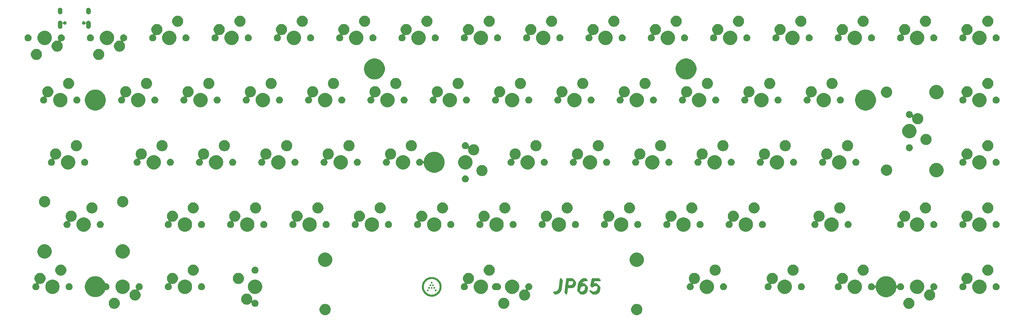
<source format=gts>
G04 #@! TF.GenerationSoftware,KiCad,Pcbnew,(5.1.4)-1*
G04 #@! TF.CreationDate,2021-07-17T18:01:22+09:00*
G04 #@! TF.ProjectId,JP65,4a503635-2e6b-4696-9361-645f70636258,rev?*
G04 #@! TF.SameCoordinates,Original*
G04 #@! TF.FileFunction,Soldermask,Top*
G04 #@! TF.FilePolarity,Negative*
%FSLAX46Y46*%
G04 Gerber Fmt 4.6, Leading zero omitted, Abs format (unit mm)*
G04 Created by KiCad (PCBNEW (5.1.4)-1) date 2021-07-17 18:01:22*
%MOMM*%
%LPD*%
G04 APERTURE LIST*
%ADD10C,0.600000*%
%ADD11C,0.010000*%
%ADD12C,0.100000*%
G04 APERTURE END LIST*
D10*
X292168964Y-256000523D02*
X291811821Y-258857666D01*
X291549916Y-259429095D01*
X291121345Y-259810047D01*
X290526107Y-260000523D01*
X290145154Y-260000523D01*
X293573726Y-260000523D02*
X294073726Y-256000523D01*
X295597535Y-256000523D01*
X295954678Y-256191000D01*
X296121345Y-256381476D01*
X296264202Y-256762428D01*
X296192773Y-257333857D01*
X295954678Y-257714809D01*
X295740392Y-257905285D01*
X295335630Y-258095761D01*
X293811821Y-258095761D01*
X299788011Y-256000523D02*
X299026107Y-256000523D01*
X298621345Y-256191000D01*
X298407059Y-256381476D01*
X297954678Y-256952904D01*
X297668964Y-257714809D01*
X297478488Y-259238619D01*
X297621345Y-259619571D01*
X297788011Y-259810047D01*
X298145154Y-260000523D01*
X298907059Y-260000523D01*
X299311821Y-259810047D01*
X299526107Y-259619571D01*
X299764202Y-259238619D01*
X299883250Y-258286238D01*
X299740392Y-257905285D01*
X299573726Y-257714809D01*
X299216583Y-257524333D01*
X298454678Y-257524333D01*
X298049916Y-257714809D01*
X297835630Y-257905285D01*
X297597535Y-258286238D01*
X303788011Y-256000523D02*
X301883250Y-256000523D01*
X301454678Y-257905285D01*
X301668964Y-257714809D01*
X302073726Y-257524333D01*
X303026107Y-257524333D01*
X303383250Y-257714809D01*
X303549916Y-257905285D01*
X303692773Y-258286238D01*
X303573726Y-259238619D01*
X303335630Y-259619571D01*
X303121345Y-259810047D01*
X302716583Y-260000523D01*
X301764202Y-260000523D01*
X301407059Y-259810047D01*
X301240392Y-259619571D01*
X291851464Y-255651273D02*
X291494321Y-258508416D01*
X291232416Y-259079845D01*
X290803845Y-259460797D01*
X290208607Y-259651273D01*
X289827654Y-259651273D01*
X293256226Y-259651273D02*
X293756226Y-255651273D01*
X295280035Y-255651273D01*
X295637178Y-255841750D01*
X295803845Y-256032226D01*
X295946702Y-256413178D01*
X295875273Y-256984607D01*
X295637178Y-257365559D01*
X295422892Y-257556035D01*
X295018130Y-257746511D01*
X293494321Y-257746511D01*
X299470511Y-255651273D02*
X298708607Y-255651273D01*
X298303845Y-255841750D01*
X298089559Y-256032226D01*
X297637178Y-256603654D01*
X297351464Y-257365559D01*
X297160988Y-258889369D01*
X297303845Y-259270321D01*
X297470511Y-259460797D01*
X297827654Y-259651273D01*
X298589559Y-259651273D01*
X298994321Y-259460797D01*
X299208607Y-259270321D01*
X299446702Y-258889369D01*
X299565750Y-257936988D01*
X299422892Y-257556035D01*
X299256226Y-257365559D01*
X298899083Y-257175083D01*
X298137178Y-257175083D01*
X297732416Y-257365559D01*
X297518130Y-257556035D01*
X297280035Y-257936988D01*
X303470511Y-255651273D02*
X301565750Y-255651273D01*
X301137178Y-257556035D01*
X301351464Y-257365559D01*
X301756226Y-257175083D01*
X302708607Y-257175083D01*
X303065750Y-257365559D01*
X303232416Y-257556035D01*
X303375273Y-257936988D01*
X303256226Y-258889369D01*
X303018130Y-259270321D01*
X302803845Y-259460797D01*
X302399083Y-259651273D01*
X301446702Y-259651273D01*
X301089559Y-259460797D01*
X300922892Y-259270321D01*
D11*
G36*
X252603000Y-256889250D02*
G01*
X252198188Y-256889250D01*
X252198188Y-256484438D01*
X252603000Y-256484438D01*
X252603000Y-256889250D01*
X252603000Y-256889250D01*
G37*
X252603000Y-256889250D02*
X252198188Y-256889250D01*
X252198188Y-256484438D01*
X252603000Y-256484438D01*
X252603000Y-256889250D01*
G36*
X253007813Y-257675063D02*
G01*
X252603000Y-257675063D01*
X252603000Y-257294063D01*
X253007813Y-257294063D01*
X253007813Y-257675063D01*
X253007813Y-257675063D01*
G37*
X253007813Y-257675063D02*
X252603000Y-257675063D01*
X252603000Y-257294063D01*
X253007813Y-257294063D01*
X253007813Y-257675063D01*
G36*
X252198188Y-257675063D02*
G01*
X251817188Y-257675063D01*
X251817188Y-257294063D01*
X252198188Y-257294063D01*
X252198188Y-257675063D01*
X252198188Y-257675063D01*
G37*
X252198188Y-257675063D02*
X251817188Y-257675063D01*
X251817188Y-257294063D01*
X252198188Y-257294063D01*
X252198188Y-257675063D01*
G36*
X253388813Y-258484688D02*
G01*
X253007813Y-258484688D01*
X253007813Y-258079875D01*
X253388813Y-258079875D01*
X253388813Y-258484688D01*
X253388813Y-258484688D01*
G37*
X253388813Y-258484688D02*
X253007813Y-258484688D01*
X253007813Y-258079875D01*
X253388813Y-258079875D01*
X253388813Y-258484688D01*
G36*
X252603000Y-258484688D02*
G01*
X252198188Y-258484688D01*
X252198188Y-258079875D01*
X252603000Y-258079875D01*
X252603000Y-258484688D01*
X252603000Y-258484688D01*
G37*
X252603000Y-258484688D02*
X252198188Y-258484688D01*
X252198188Y-258079875D01*
X252603000Y-258079875D01*
X252603000Y-258484688D01*
G36*
X251817188Y-258484688D02*
G01*
X251412375Y-258484688D01*
X251412375Y-258079875D01*
X251817188Y-258079875D01*
X251817188Y-258484688D01*
X251817188Y-258484688D01*
G37*
X251817188Y-258484688D02*
X251412375Y-258484688D01*
X251412375Y-258079875D01*
X251817188Y-258079875D01*
X251817188Y-258484688D01*
G36*
X253793625Y-259270500D02*
G01*
X253388813Y-259270500D01*
X253388813Y-258865688D01*
X253793625Y-258865688D01*
X253793625Y-259270500D01*
X253793625Y-259270500D01*
G37*
X253793625Y-259270500D02*
X253388813Y-259270500D01*
X253388813Y-258865688D01*
X253793625Y-258865688D01*
X253793625Y-259270500D01*
G36*
X251412375Y-259270500D02*
G01*
X251007563Y-259270500D01*
X251007563Y-258865688D01*
X251412375Y-258865688D01*
X251412375Y-259270500D01*
X251412375Y-259270500D01*
G37*
X251412375Y-259270500D02*
X251007563Y-259270500D01*
X251007563Y-258865688D01*
X251412375Y-258865688D01*
X251412375Y-259270500D01*
G36*
X252416469Y-254996795D02*
G01*
X252540587Y-254998165D01*
X252652299Y-255002322D01*
X252754892Y-255009669D01*
X252851656Y-255020610D01*
X252945878Y-255035548D01*
X253040847Y-255054887D01*
X253139851Y-255079031D01*
X253185130Y-255091168D01*
X253393677Y-255156406D01*
X253595765Y-255235742D01*
X253790628Y-255328778D01*
X253977499Y-255435118D01*
X254155614Y-255554366D01*
X254307760Y-255672367D01*
X254465428Y-255813092D01*
X254612765Y-255964537D01*
X254749086Y-256125635D01*
X254873708Y-256295317D01*
X254985947Y-256472516D01*
X255085120Y-256656166D01*
X255170542Y-256845197D01*
X255241530Y-257038543D01*
X255290284Y-257206553D01*
X255323355Y-257346539D01*
X255348715Y-257478475D01*
X255367107Y-257607747D01*
X255379275Y-257739743D01*
X255385961Y-257879850D01*
X255386614Y-257905250D01*
X255383895Y-258123547D01*
X255365700Y-258338330D01*
X255332035Y-258549571D01*
X255282906Y-258757239D01*
X255218319Y-258961305D01*
X255154122Y-259125237D01*
X255126039Y-259190502D01*
X255101977Y-259244660D01*
X255080108Y-259291363D01*
X255058607Y-259334263D01*
X255035646Y-259377013D01*
X255009400Y-259423265D01*
X254980275Y-259472906D01*
X254861056Y-259659177D01*
X254730952Y-259833903D01*
X254589829Y-259997215D01*
X254437555Y-260149246D01*
X254273997Y-260290130D01*
X254099024Y-260419998D01*
X253916656Y-260536525D01*
X253863827Y-260567494D01*
X253817914Y-260593471D01*
X253775265Y-260616281D01*
X253732228Y-260637751D01*
X253685151Y-260659707D01*
X253630381Y-260683975D01*
X253568987Y-260710372D01*
X253472754Y-260749919D01*
X253384036Y-260782958D01*
X253296922Y-260811445D01*
X253205498Y-260837339D01*
X253122906Y-260858072D01*
X252958390Y-260893626D01*
X252801295Y-260919303D01*
X252647067Y-260935643D01*
X252491149Y-260943186D01*
X252400594Y-260943763D01*
X252349375Y-260943248D01*
X252301254Y-260942543D01*
X252259374Y-260941710D01*
X252226878Y-260940813D01*
X252206910Y-260939915D01*
X252206125Y-260939859D01*
X251989951Y-260915907D01*
X251777194Y-260876920D01*
X251568713Y-260823217D01*
X251365368Y-260755113D01*
X251168016Y-260672926D01*
X250977518Y-260576975D01*
X250794732Y-260467576D01*
X250643776Y-260362546D01*
X250470849Y-260224199D01*
X250310165Y-260075838D01*
X250161951Y-259917789D01*
X250026429Y-259750382D01*
X249903824Y-259573944D01*
X249794361Y-259388802D01*
X249698263Y-259195285D01*
X249615756Y-258993721D01*
X249547063Y-258784438D01*
X249534918Y-258741380D01*
X249508552Y-258639585D01*
X249487167Y-258543261D01*
X249470359Y-258449117D01*
X249457725Y-258353867D01*
X249448860Y-258254220D01*
X249443362Y-258146890D01*
X249440826Y-258028586D01*
X249440545Y-257972719D01*
X249441220Y-257917358D01*
X249973294Y-257917358D01*
X249973397Y-257997496D01*
X249975063Y-258077160D01*
X249978259Y-258152287D01*
X249982956Y-258218810D01*
X249986676Y-258254500D01*
X250018550Y-258451798D01*
X250065201Y-258643413D01*
X250126451Y-258828972D01*
X250202119Y-259008099D01*
X250292027Y-259180419D01*
X250395994Y-259345559D01*
X250513841Y-259503143D01*
X250645388Y-259652797D01*
X250667724Y-259676010D01*
X250801958Y-259803084D01*
X250947660Y-259921020D01*
X251102131Y-260027840D01*
X251262669Y-260121566D01*
X251308458Y-260145254D01*
X251382866Y-260181903D01*
X251448107Y-260212122D01*
X251508604Y-260237690D01*
X251568778Y-260260384D01*
X251633051Y-260281983D01*
X251698125Y-260301977D01*
X251887338Y-260351390D01*
X252073089Y-260385841D01*
X252256827Y-260405464D01*
X252440003Y-260410392D01*
X252624064Y-260400761D01*
X252690606Y-260393781D01*
X252877938Y-260364837D01*
X253057519Y-260323028D01*
X253231857Y-260267604D01*
X253403459Y-260197814D01*
X253500416Y-260151616D01*
X253671048Y-260058197D01*
X253830464Y-259954462D01*
X253979422Y-259839724D01*
X254118679Y-259713300D01*
X254248994Y-259574504D01*
X254371124Y-259422653D01*
X254479392Y-259267009D01*
X254504518Y-259225818D01*
X254533841Y-259173690D01*
X254565541Y-259114246D01*
X254597799Y-259051106D01*
X254628793Y-258987890D01*
X254656706Y-258928217D01*
X254679715Y-258875707D01*
X254693153Y-258841875D01*
X254756020Y-258650334D01*
X254803416Y-258457595D01*
X254835300Y-258264200D01*
X254851630Y-258070690D01*
X254852368Y-257877607D01*
X254837472Y-257685492D01*
X254806902Y-257494886D01*
X254797099Y-257448844D01*
X254763450Y-257312551D01*
X254725142Y-257186368D01*
X254680204Y-257064757D01*
X254626663Y-256942182D01*
X254589004Y-256864708D01*
X254495299Y-256695860D01*
X254388474Y-256535423D01*
X254269298Y-256384118D01*
X254138537Y-256242664D01*
X253996960Y-256111781D01*
X253845334Y-255992190D01*
X253684427Y-255884610D01*
X253515007Y-255789761D01*
X253370825Y-255722230D01*
X253199197Y-255655835D01*
X253026643Y-255603837D01*
X252851156Y-255565828D01*
X252670726Y-255541401D01*
X252483345Y-255530147D01*
X252420438Y-255529257D01*
X252222343Y-255535627D01*
X252030715Y-255556272D01*
X251844781Y-255591423D01*
X251663765Y-255641317D01*
X251486894Y-255706185D01*
X251313394Y-255786263D01*
X251142491Y-255881785D01*
X251041794Y-255945994D01*
X250902361Y-256047522D01*
X250768163Y-256162028D01*
X250640841Y-256287589D01*
X250522035Y-256422281D01*
X250413386Y-256564181D01*
X250316535Y-256711365D01*
X250233122Y-256861911D01*
X250198326Y-256934830D01*
X250136923Y-257079689D01*
X250086692Y-257218928D01*
X250046435Y-257356876D01*
X250014956Y-257497864D01*
X249991056Y-257646221D01*
X249982655Y-257714750D01*
X249977892Y-257771920D01*
X249974782Y-257840811D01*
X249973294Y-257917358D01*
X249441220Y-257917358D01*
X249442290Y-257829723D01*
X249448164Y-257698856D01*
X249458738Y-257576775D01*
X249474585Y-257460135D01*
X249496277Y-257345594D01*
X249524387Y-257229809D01*
X249559486Y-257109437D01*
X249602147Y-256981134D01*
X249617841Y-256936875D01*
X249696226Y-256742156D01*
X249789066Y-256553822D01*
X249896172Y-256372135D01*
X250017352Y-256197358D01*
X250152417Y-256029753D01*
X250301174Y-255869583D01*
X250463433Y-255717110D01*
X250570271Y-255626929D01*
X250656100Y-255561436D01*
X250753639Y-255494110D01*
X250859248Y-255427162D01*
X250969286Y-255362805D01*
X251080113Y-255303250D01*
X251188089Y-255250708D01*
X251194094Y-255247965D01*
X251264054Y-255218092D01*
X251345235Y-255186706D01*
X251433267Y-255155286D01*
X251523779Y-255125312D01*
X251612401Y-255098261D01*
X251694764Y-255075614D01*
X251726650Y-255067721D01*
X251819875Y-255046953D01*
X251908849Y-255030293D01*
X251996853Y-255017402D01*
X252087169Y-255007945D01*
X252183078Y-255001582D01*
X252287860Y-254997978D01*
X252404795Y-254996794D01*
X252416469Y-254996795D01*
X252416469Y-254996795D01*
G37*
X252416469Y-254996795D02*
X252540587Y-254998165D01*
X252652299Y-255002322D01*
X252754892Y-255009669D01*
X252851656Y-255020610D01*
X252945878Y-255035548D01*
X253040847Y-255054887D01*
X253139851Y-255079031D01*
X253185130Y-255091168D01*
X253393677Y-255156406D01*
X253595765Y-255235742D01*
X253790628Y-255328778D01*
X253977499Y-255435118D01*
X254155614Y-255554366D01*
X254307760Y-255672367D01*
X254465428Y-255813092D01*
X254612765Y-255964537D01*
X254749086Y-256125635D01*
X254873708Y-256295317D01*
X254985947Y-256472516D01*
X255085120Y-256656166D01*
X255170542Y-256845197D01*
X255241530Y-257038543D01*
X255290284Y-257206553D01*
X255323355Y-257346539D01*
X255348715Y-257478475D01*
X255367107Y-257607747D01*
X255379275Y-257739743D01*
X255385961Y-257879850D01*
X255386614Y-257905250D01*
X255383895Y-258123547D01*
X255365700Y-258338330D01*
X255332035Y-258549571D01*
X255282906Y-258757239D01*
X255218319Y-258961305D01*
X255154122Y-259125237D01*
X255126039Y-259190502D01*
X255101977Y-259244660D01*
X255080108Y-259291363D01*
X255058607Y-259334263D01*
X255035646Y-259377013D01*
X255009400Y-259423265D01*
X254980275Y-259472906D01*
X254861056Y-259659177D01*
X254730952Y-259833903D01*
X254589829Y-259997215D01*
X254437555Y-260149246D01*
X254273997Y-260290130D01*
X254099024Y-260419998D01*
X253916656Y-260536525D01*
X253863827Y-260567494D01*
X253817914Y-260593471D01*
X253775265Y-260616281D01*
X253732228Y-260637751D01*
X253685151Y-260659707D01*
X253630381Y-260683975D01*
X253568987Y-260710372D01*
X253472754Y-260749919D01*
X253384036Y-260782958D01*
X253296922Y-260811445D01*
X253205498Y-260837339D01*
X253122906Y-260858072D01*
X252958390Y-260893626D01*
X252801295Y-260919303D01*
X252647067Y-260935643D01*
X252491149Y-260943186D01*
X252400594Y-260943763D01*
X252349375Y-260943248D01*
X252301254Y-260942543D01*
X252259374Y-260941710D01*
X252226878Y-260940813D01*
X252206910Y-260939915D01*
X252206125Y-260939859D01*
X251989951Y-260915907D01*
X251777194Y-260876920D01*
X251568713Y-260823217D01*
X251365368Y-260755113D01*
X251168016Y-260672926D01*
X250977518Y-260576975D01*
X250794732Y-260467576D01*
X250643776Y-260362546D01*
X250470849Y-260224199D01*
X250310165Y-260075838D01*
X250161951Y-259917789D01*
X250026429Y-259750382D01*
X249903824Y-259573944D01*
X249794361Y-259388802D01*
X249698263Y-259195285D01*
X249615756Y-258993721D01*
X249547063Y-258784438D01*
X249534918Y-258741380D01*
X249508552Y-258639585D01*
X249487167Y-258543261D01*
X249470359Y-258449117D01*
X249457725Y-258353867D01*
X249448860Y-258254220D01*
X249443362Y-258146890D01*
X249440826Y-258028586D01*
X249440545Y-257972719D01*
X249441220Y-257917358D01*
X249973294Y-257917358D01*
X249973397Y-257997496D01*
X249975063Y-258077160D01*
X249978259Y-258152287D01*
X249982956Y-258218810D01*
X249986676Y-258254500D01*
X250018550Y-258451798D01*
X250065201Y-258643413D01*
X250126451Y-258828972D01*
X250202119Y-259008099D01*
X250292027Y-259180419D01*
X250395994Y-259345559D01*
X250513841Y-259503143D01*
X250645388Y-259652797D01*
X250667724Y-259676010D01*
X250801958Y-259803084D01*
X250947660Y-259921020D01*
X251102131Y-260027840D01*
X251262669Y-260121566D01*
X251308458Y-260145254D01*
X251382866Y-260181903D01*
X251448107Y-260212122D01*
X251508604Y-260237690D01*
X251568778Y-260260384D01*
X251633051Y-260281983D01*
X251698125Y-260301977D01*
X251887338Y-260351390D01*
X252073089Y-260385841D01*
X252256827Y-260405464D01*
X252440003Y-260410392D01*
X252624064Y-260400761D01*
X252690606Y-260393781D01*
X252877938Y-260364837D01*
X253057519Y-260323028D01*
X253231857Y-260267604D01*
X253403459Y-260197814D01*
X253500416Y-260151616D01*
X253671048Y-260058197D01*
X253830464Y-259954462D01*
X253979422Y-259839724D01*
X254118679Y-259713300D01*
X254248994Y-259574504D01*
X254371124Y-259422653D01*
X254479392Y-259267009D01*
X254504518Y-259225818D01*
X254533841Y-259173690D01*
X254565541Y-259114246D01*
X254597799Y-259051106D01*
X254628793Y-258987890D01*
X254656706Y-258928217D01*
X254679715Y-258875707D01*
X254693153Y-258841875D01*
X254756020Y-258650334D01*
X254803416Y-258457595D01*
X254835300Y-258264200D01*
X254851630Y-258070690D01*
X254852368Y-257877607D01*
X254837472Y-257685492D01*
X254806902Y-257494886D01*
X254797099Y-257448844D01*
X254763450Y-257312551D01*
X254725142Y-257186368D01*
X254680204Y-257064757D01*
X254626663Y-256942182D01*
X254589004Y-256864708D01*
X254495299Y-256695860D01*
X254388474Y-256535423D01*
X254269298Y-256384118D01*
X254138537Y-256242664D01*
X253996960Y-256111781D01*
X253845334Y-255992190D01*
X253684427Y-255884610D01*
X253515007Y-255789761D01*
X253370825Y-255722230D01*
X253199197Y-255655835D01*
X253026643Y-255603837D01*
X252851156Y-255565828D01*
X252670726Y-255541401D01*
X252483345Y-255530147D01*
X252420438Y-255529257D01*
X252222343Y-255535627D01*
X252030715Y-255556272D01*
X251844781Y-255591423D01*
X251663765Y-255641317D01*
X251486894Y-255706185D01*
X251313394Y-255786263D01*
X251142491Y-255881785D01*
X251041794Y-255945994D01*
X250902361Y-256047522D01*
X250768163Y-256162028D01*
X250640841Y-256287589D01*
X250522035Y-256422281D01*
X250413386Y-256564181D01*
X250316535Y-256711365D01*
X250233122Y-256861911D01*
X250198326Y-256934830D01*
X250136923Y-257079689D01*
X250086692Y-257218928D01*
X250046435Y-257356876D01*
X250014956Y-257497864D01*
X249991056Y-257646221D01*
X249982655Y-257714750D01*
X249977892Y-257771920D01*
X249974782Y-257840811D01*
X249973294Y-257917358D01*
X249441220Y-257917358D01*
X249442290Y-257829723D01*
X249448164Y-257698856D01*
X249458738Y-257576775D01*
X249474585Y-257460135D01*
X249496277Y-257345594D01*
X249524387Y-257229809D01*
X249559486Y-257109437D01*
X249602147Y-256981134D01*
X249617841Y-256936875D01*
X249696226Y-256742156D01*
X249789066Y-256553822D01*
X249896172Y-256372135D01*
X250017352Y-256197358D01*
X250152417Y-256029753D01*
X250301174Y-255869583D01*
X250463433Y-255717110D01*
X250570271Y-255626929D01*
X250656100Y-255561436D01*
X250753639Y-255494110D01*
X250859248Y-255427162D01*
X250969286Y-255362805D01*
X251080113Y-255303250D01*
X251188089Y-255250708D01*
X251194094Y-255247965D01*
X251264054Y-255218092D01*
X251345235Y-255186706D01*
X251433267Y-255155286D01*
X251523779Y-255125312D01*
X251612401Y-255098261D01*
X251694764Y-255075614D01*
X251726650Y-255067721D01*
X251819875Y-255046953D01*
X251908849Y-255030293D01*
X251996853Y-255017402D01*
X252087169Y-255007945D01*
X252183078Y-255001582D01*
X252287860Y-254997978D01*
X252404795Y-254996794D01*
X252416469Y-254996795D01*
D12*
G36*
X315510598Y-263273918D02*
G01*
X315621622Y-263296002D01*
X315751580Y-263349833D01*
X315935369Y-263425960D01*
X316217735Y-263614631D01*
X316457869Y-263854765D01*
X316646540Y-264137131D01*
X316722667Y-264320920D01*
X316742677Y-264369226D01*
X316776498Y-264450879D01*
X316842750Y-264783949D01*
X316842750Y-265123551D01*
X316776498Y-265456621D01*
X316646540Y-265770369D01*
X316457869Y-266052735D01*
X316217735Y-266292869D01*
X315935369Y-266481540D01*
X315751580Y-266557667D01*
X315621622Y-266611498D01*
X315510598Y-266633582D01*
X315288551Y-266677750D01*
X314948949Y-266677750D01*
X314726902Y-266633582D01*
X314615878Y-266611498D01*
X314485920Y-266557667D01*
X314302131Y-266481540D01*
X314019765Y-266292869D01*
X313779631Y-266052735D01*
X313590960Y-265770369D01*
X313461002Y-265456621D01*
X313394750Y-265123551D01*
X313394750Y-264783949D01*
X313461002Y-264450879D01*
X313494824Y-264369226D01*
X313514833Y-264320920D01*
X313590960Y-264137131D01*
X313779631Y-263854765D01*
X314019765Y-263614631D01*
X314302131Y-263425960D01*
X314485920Y-263349833D01*
X314615878Y-263296002D01*
X314726902Y-263273918D01*
X314948949Y-263229750D01*
X315288551Y-263229750D01*
X315510598Y-263273918D01*
X315510598Y-263273918D01*
G37*
G36*
X220260598Y-263273918D02*
G01*
X220371622Y-263296002D01*
X220501580Y-263349833D01*
X220685369Y-263425960D01*
X220967735Y-263614631D01*
X221207869Y-263854765D01*
X221396540Y-264137131D01*
X221472667Y-264320920D01*
X221492677Y-264369226D01*
X221526498Y-264450879D01*
X221592750Y-264783949D01*
X221592750Y-265123551D01*
X221526498Y-265456621D01*
X221396540Y-265770369D01*
X221207869Y-266052735D01*
X220967735Y-266292869D01*
X220685369Y-266481540D01*
X220501580Y-266557667D01*
X220371622Y-266611498D01*
X220260598Y-266633582D01*
X220038551Y-266677750D01*
X219698949Y-266677750D01*
X219476902Y-266633582D01*
X219365878Y-266611498D01*
X219235920Y-266557667D01*
X219052131Y-266481540D01*
X218769765Y-266292869D01*
X218529631Y-266052735D01*
X218340960Y-265770369D01*
X218211002Y-265456621D01*
X218144750Y-265123551D01*
X218144750Y-264783949D01*
X218211002Y-264450879D01*
X218244824Y-264369226D01*
X218264833Y-264320920D01*
X218340960Y-264137131D01*
X218529631Y-263854765D01*
X218769765Y-263614631D01*
X219052131Y-263425960D01*
X219235920Y-263349833D01*
X219365878Y-263296002D01*
X219476902Y-263273918D01*
X219698949Y-263229750D01*
X220038551Y-263229750D01*
X220260598Y-263273918D01*
X220260598Y-263273918D01*
G37*
G36*
X155747904Y-261381415D02*
G01*
X155912122Y-261414080D01*
X156221502Y-261542229D01*
X156499937Y-261728273D01*
X156736727Y-261965063D01*
X156922771Y-262243498D01*
X157050920Y-262552878D01*
X157057111Y-262584002D01*
X157116250Y-262881313D01*
X157116250Y-263216187D01*
X157087183Y-263362315D01*
X157050920Y-263544622D01*
X156922771Y-263854002D01*
X156736727Y-264132437D01*
X156499937Y-264369227D01*
X156221502Y-264555271D01*
X155912122Y-264683420D01*
X155747904Y-264716085D01*
X155583687Y-264748750D01*
X155248813Y-264748750D01*
X155084596Y-264716085D01*
X154920378Y-264683420D01*
X154610998Y-264555271D01*
X154332563Y-264369227D01*
X154095773Y-264132437D01*
X153909729Y-263854002D01*
X153781580Y-263544622D01*
X153745317Y-263362315D01*
X153716250Y-263216187D01*
X153716250Y-262881313D01*
X153775389Y-262584002D01*
X153781580Y-262552878D01*
X153909729Y-262243498D01*
X154095773Y-261965063D01*
X154332563Y-261728273D01*
X154610998Y-261542229D01*
X154920378Y-261414080D01*
X155084596Y-261381415D01*
X155248813Y-261348750D01*
X155583687Y-261348750D01*
X155747904Y-261381415D01*
X155747904Y-261381415D01*
G37*
G36*
X398635404Y-261381415D02*
G01*
X398799622Y-261414080D01*
X399109002Y-261542229D01*
X399387437Y-261728273D01*
X399624227Y-261965063D01*
X399810271Y-262243498D01*
X399938420Y-262552878D01*
X399944611Y-262584002D01*
X400003750Y-262881313D01*
X400003750Y-263216187D01*
X399974683Y-263362315D01*
X399938420Y-263544622D01*
X399810271Y-263854002D01*
X399624227Y-264132437D01*
X399387437Y-264369227D01*
X399109002Y-264555271D01*
X398799622Y-264683420D01*
X398635404Y-264716085D01*
X398471187Y-264748750D01*
X398136313Y-264748750D01*
X397972096Y-264716085D01*
X397807878Y-264683420D01*
X397498498Y-264555271D01*
X397220063Y-264369227D01*
X396983273Y-264132437D01*
X396797229Y-263854002D01*
X396669080Y-263544622D01*
X396632817Y-263362315D01*
X396603750Y-263216187D01*
X396603750Y-262881313D01*
X396662889Y-262584002D01*
X396669080Y-262552878D01*
X396797229Y-262243498D01*
X396983273Y-261965063D01*
X397220063Y-261728273D01*
X397498498Y-261542229D01*
X397807878Y-261414080D01*
X397972096Y-261381415D01*
X398136313Y-261348750D01*
X398471187Y-261348750D01*
X398635404Y-261381415D01*
X398635404Y-261381415D01*
G37*
G36*
X274810404Y-261381415D02*
G01*
X274974622Y-261414080D01*
X275284002Y-261542229D01*
X275562437Y-261728273D01*
X275799227Y-261965063D01*
X275985271Y-262243498D01*
X276113420Y-262552878D01*
X276119611Y-262584002D01*
X276178750Y-262881313D01*
X276178750Y-263216187D01*
X276149683Y-263362315D01*
X276113420Y-263544622D01*
X275985271Y-263854002D01*
X275799227Y-264132437D01*
X275562437Y-264369227D01*
X275284002Y-264555271D01*
X274974622Y-264683420D01*
X274810404Y-264716085D01*
X274646187Y-264748750D01*
X274311313Y-264748750D01*
X274147096Y-264716085D01*
X273982878Y-264683420D01*
X273673498Y-264555271D01*
X273395063Y-264369227D01*
X273158273Y-264132437D01*
X272972229Y-263854002D01*
X272844080Y-263544622D01*
X272807817Y-263362315D01*
X272778750Y-263216187D01*
X272778750Y-262881313D01*
X272837889Y-262584002D01*
X272844080Y-262552878D01*
X272972229Y-262243498D01*
X273158273Y-261965063D01*
X273395063Y-261728273D01*
X273673498Y-261542229D01*
X273982878Y-261414080D01*
X274147096Y-261381415D01*
X274311313Y-261348750D01*
X274646187Y-261348750D01*
X274810404Y-261381415D01*
X274810404Y-261381415D01*
G37*
G36*
X196229153Y-260111415D02*
G01*
X196393372Y-260144080D01*
X196702752Y-260272229D01*
X196981187Y-260458273D01*
X197217977Y-260695063D01*
X197404021Y-260973498D01*
X197532170Y-261282878D01*
X197558268Y-261414080D01*
X197597500Y-261611313D01*
X197597500Y-261946187D01*
X197571278Y-262078012D01*
X197568876Y-262102398D01*
X197571278Y-262126784D01*
X197578391Y-262150233D01*
X197589942Y-262171844D01*
X197605487Y-262190785D01*
X197624429Y-262206331D01*
X197646040Y-262217882D01*
X197669489Y-262224995D01*
X197693875Y-262227397D01*
X197718261Y-262224995D01*
X197741710Y-262217882D01*
X197763321Y-262206331D01*
X197928298Y-262096097D01*
X198042899Y-262048628D01*
X198123934Y-262015062D01*
X198227778Y-261994406D01*
X198331621Y-261973750D01*
X198543379Y-261973750D01*
X198647222Y-261994406D01*
X198751066Y-262015062D01*
X198808366Y-262038797D01*
X198946703Y-262096097D01*
X199122772Y-262213743D01*
X199272507Y-262363478D01*
X199390153Y-262539547D01*
X199471188Y-262735185D01*
X199512500Y-262942871D01*
X199512500Y-263154629D01*
X199471188Y-263362315D01*
X199390153Y-263557953D01*
X199272507Y-263734022D01*
X199122772Y-263883757D01*
X198946703Y-264001403D01*
X198808366Y-264058703D01*
X198751066Y-264082438D01*
X198647222Y-264103094D01*
X198543379Y-264123750D01*
X198331621Y-264123750D01*
X198227778Y-264103094D01*
X198123934Y-264082438D01*
X198066634Y-264058703D01*
X197928297Y-264001403D01*
X197752228Y-263883757D01*
X197602493Y-263734022D01*
X197484847Y-263557953D01*
X197403812Y-263362315D01*
X197362500Y-263154629D01*
X197362500Y-263019687D01*
X197360098Y-262995301D01*
X197352985Y-262971852D01*
X197341434Y-262950241D01*
X197325889Y-262931299D01*
X197306947Y-262915754D01*
X197285336Y-262904203D01*
X197261887Y-262897090D01*
X197237501Y-262894688D01*
X197213115Y-262897090D01*
X197189666Y-262904203D01*
X197168055Y-262915754D01*
X197149124Y-262931290D01*
X196981187Y-263099227D01*
X196702752Y-263285271D01*
X196393372Y-263413420D01*
X196229154Y-263446085D01*
X196064937Y-263478750D01*
X195730063Y-263478750D01*
X195565846Y-263446085D01*
X195401628Y-263413420D01*
X195092248Y-263285271D01*
X194813813Y-263099227D01*
X194577023Y-262862437D01*
X194390979Y-262584002D01*
X194262830Y-262274622D01*
X194197500Y-261946185D01*
X194197500Y-261611315D01*
X194262830Y-261282878D01*
X194390979Y-260973498D01*
X194577023Y-260695063D01*
X194813813Y-260458273D01*
X195092248Y-260272229D01*
X195401628Y-260144080D01*
X195565847Y-260111415D01*
X195730063Y-260078750D01*
X196064937Y-260078750D01*
X196229153Y-260111415D01*
X196229153Y-260111415D01*
G37*
G36*
X163245972Y-256914406D02*
G01*
X163349816Y-256935062D01*
X163407116Y-256958797D01*
X163545453Y-257016097D01*
X163721522Y-257133743D01*
X163871257Y-257283478D01*
X163988903Y-257459547D01*
X164033253Y-257566619D01*
X164069938Y-257655184D01*
X164111250Y-257862872D01*
X164111250Y-258074628D01*
X164069938Y-258282316D01*
X164046203Y-258339616D01*
X163988903Y-258477953D01*
X163871257Y-258654022D01*
X163721522Y-258803757D01*
X163545453Y-258921403D01*
X163407116Y-258978703D01*
X163349816Y-259002438D01*
X163322100Y-259007951D01*
X163142129Y-259043750D01*
X163007187Y-259043750D01*
X162982801Y-259046152D01*
X162959352Y-259053265D01*
X162937741Y-259064816D01*
X162918799Y-259080361D01*
X162903254Y-259099303D01*
X162891703Y-259120914D01*
X162884590Y-259144363D01*
X162882188Y-259168749D01*
X162884590Y-259193135D01*
X162891703Y-259216584D01*
X162903254Y-259238195D01*
X162918790Y-259257126D01*
X163086727Y-259425063D01*
X163272771Y-259703498D01*
X163400920Y-260012878D01*
X163466250Y-260341315D01*
X163466250Y-260676185D01*
X163400920Y-261004622D01*
X163272771Y-261314002D01*
X163086727Y-261592437D01*
X162849937Y-261829227D01*
X162571502Y-262015271D01*
X162262122Y-262143420D01*
X162097904Y-262176085D01*
X161933687Y-262208750D01*
X161598813Y-262208750D01*
X161434596Y-262176085D01*
X161270378Y-262143420D01*
X160960998Y-262015271D01*
X160682563Y-261829227D01*
X160445773Y-261592437D01*
X160259729Y-261314002D01*
X160131580Y-261004622D01*
X160066250Y-260676185D01*
X160066250Y-260341315D01*
X160131580Y-260012878D01*
X160259729Y-259703498D01*
X160445773Y-259425063D01*
X160682563Y-259188273D01*
X160960998Y-259002229D01*
X161270378Y-258874080D01*
X161454912Y-258837374D01*
X161598813Y-258808750D01*
X161933687Y-258808750D01*
X162065512Y-258834972D01*
X162089898Y-258837374D01*
X162114284Y-258834972D01*
X162137733Y-258827859D01*
X162159344Y-258816308D01*
X162178285Y-258800763D01*
X162193831Y-258781821D01*
X162205382Y-258760210D01*
X162212495Y-258736761D01*
X162214897Y-258712375D01*
X162212495Y-258687989D01*
X162205382Y-258664540D01*
X162193831Y-258642929D01*
X162083597Y-258477952D01*
X162029534Y-258347432D01*
X162002562Y-258282316D01*
X161961250Y-258074628D01*
X161961250Y-257862872D01*
X162002562Y-257655184D01*
X162039247Y-257566619D01*
X162083597Y-257459547D01*
X162201243Y-257283478D01*
X162350978Y-257133743D01*
X162527047Y-257016097D01*
X162665384Y-256958797D01*
X162722684Y-256935062D01*
X162826528Y-256914406D01*
X162930371Y-256893750D01*
X163142129Y-256893750D01*
X163245972Y-256914406D01*
X163245972Y-256914406D01*
G37*
G36*
X406133472Y-256914406D02*
G01*
X406237316Y-256935062D01*
X406294616Y-256958797D01*
X406432953Y-257016097D01*
X406609022Y-257133743D01*
X406758757Y-257283478D01*
X406876403Y-257459547D01*
X406920753Y-257566619D01*
X406957438Y-257655184D01*
X406998750Y-257862872D01*
X406998750Y-258074628D01*
X406957438Y-258282316D01*
X406933703Y-258339616D01*
X406876403Y-258477953D01*
X406758757Y-258654022D01*
X406609022Y-258803757D01*
X406432953Y-258921403D01*
X406294616Y-258978703D01*
X406237316Y-259002438D01*
X406209600Y-259007951D01*
X406029629Y-259043750D01*
X405894687Y-259043750D01*
X405870301Y-259046152D01*
X405846852Y-259053265D01*
X405825241Y-259064816D01*
X405806299Y-259080361D01*
X405790754Y-259099303D01*
X405779203Y-259120914D01*
X405772090Y-259144363D01*
X405769688Y-259168749D01*
X405772090Y-259193135D01*
X405779203Y-259216584D01*
X405790754Y-259238195D01*
X405806290Y-259257126D01*
X405974227Y-259425063D01*
X406160271Y-259703498D01*
X406288420Y-260012878D01*
X406353750Y-260341315D01*
X406353750Y-260676185D01*
X406288420Y-261004622D01*
X406160271Y-261314002D01*
X405974227Y-261592437D01*
X405737437Y-261829227D01*
X405459002Y-262015271D01*
X405149622Y-262143420D01*
X404985404Y-262176085D01*
X404821187Y-262208750D01*
X404486313Y-262208750D01*
X404322096Y-262176085D01*
X404157878Y-262143420D01*
X403848498Y-262015271D01*
X403570063Y-261829227D01*
X403333273Y-261592437D01*
X403147229Y-261314002D01*
X403019080Y-261004622D01*
X402953750Y-260676185D01*
X402953750Y-260341315D01*
X403019080Y-260012878D01*
X403147229Y-259703498D01*
X403333273Y-259425063D01*
X403570063Y-259188273D01*
X403848498Y-259002229D01*
X404157878Y-258874080D01*
X404342412Y-258837374D01*
X404486313Y-258808750D01*
X404821187Y-258808750D01*
X404953012Y-258834972D01*
X404977398Y-258837374D01*
X405001784Y-258834972D01*
X405025233Y-258827859D01*
X405046844Y-258816308D01*
X405065785Y-258800763D01*
X405081331Y-258781821D01*
X405092882Y-258760210D01*
X405099995Y-258736761D01*
X405102397Y-258712375D01*
X405099995Y-258687989D01*
X405092882Y-258664540D01*
X405081331Y-258642929D01*
X404971097Y-258477952D01*
X404917034Y-258347432D01*
X404890062Y-258282316D01*
X404848750Y-258074628D01*
X404848750Y-257862872D01*
X404890062Y-257655184D01*
X404926747Y-257566619D01*
X404971097Y-257459547D01*
X405088743Y-257283478D01*
X405238478Y-257133743D01*
X405414547Y-257016097D01*
X405552884Y-256958797D01*
X405610184Y-256935062D01*
X405714028Y-256914406D01*
X405817871Y-256893750D01*
X406029629Y-256893750D01*
X406133472Y-256914406D01*
X406133472Y-256914406D01*
G37*
G36*
X282308472Y-256914406D02*
G01*
X282412316Y-256935062D01*
X282469616Y-256958797D01*
X282607953Y-257016097D01*
X282784022Y-257133743D01*
X282933757Y-257283478D01*
X283051403Y-257459547D01*
X283095753Y-257566619D01*
X283132438Y-257655184D01*
X283173750Y-257862872D01*
X283173750Y-258074628D01*
X283132438Y-258282316D01*
X283108703Y-258339616D01*
X283051403Y-258477953D01*
X282933757Y-258654022D01*
X282784022Y-258803757D01*
X282607953Y-258921403D01*
X282469616Y-258978703D01*
X282412316Y-259002438D01*
X282384600Y-259007951D01*
X282204629Y-259043750D01*
X282069687Y-259043750D01*
X282045301Y-259046152D01*
X282021852Y-259053265D01*
X282000241Y-259064816D01*
X281981299Y-259080361D01*
X281965754Y-259099303D01*
X281954203Y-259120914D01*
X281947090Y-259144363D01*
X281944688Y-259168749D01*
X281947090Y-259193135D01*
X281954203Y-259216584D01*
X281965754Y-259238195D01*
X281981290Y-259257126D01*
X282149227Y-259425063D01*
X282335271Y-259703498D01*
X282463420Y-260012878D01*
X282528750Y-260341315D01*
X282528750Y-260676185D01*
X282463420Y-261004622D01*
X282335271Y-261314002D01*
X282149227Y-261592437D01*
X281912437Y-261829227D01*
X281634002Y-262015271D01*
X281324622Y-262143420D01*
X281160404Y-262176085D01*
X280996187Y-262208750D01*
X280661313Y-262208750D01*
X280497096Y-262176085D01*
X280332878Y-262143420D01*
X280023498Y-262015271D01*
X279745063Y-261829227D01*
X279508273Y-261592437D01*
X279322229Y-261314002D01*
X279194080Y-261004622D01*
X279128750Y-260676185D01*
X279128750Y-260341315D01*
X279194080Y-260012878D01*
X279322229Y-259703498D01*
X279508273Y-259425063D01*
X279745063Y-259188273D01*
X280023498Y-259002229D01*
X280332878Y-258874080D01*
X280517412Y-258837374D01*
X280661313Y-258808750D01*
X280996187Y-258808750D01*
X281128012Y-258834972D01*
X281152398Y-258837374D01*
X281176784Y-258834972D01*
X281200233Y-258827859D01*
X281221844Y-258816308D01*
X281240785Y-258800763D01*
X281256331Y-258781821D01*
X281267882Y-258760210D01*
X281274995Y-258736761D01*
X281277397Y-258712375D01*
X281274995Y-258687989D01*
X281267882Y-258664540D01*
X281256331Y-258642929D01*
X281146097Y-258477952D01*
X281092034Y-258347432D01*
X281065062Y-258282316D01*
X281023750Y-258074628D01*
X281023750Y-257862872D01*
X281065062Y-257655184D01*
X281101747Y-257566619D01*
X281146097Y-257459547D01*
X281263743Y-257283478D01*
X281413478Y-257133743D01*
X281589547Y-257016097D01*
X281727884Y-256958797D01*
X281785184Y-256935062D01*
X281889028Y-256914406D01*
X281992871Y-256893750D01*
X282204629Y-256893750D01*
X282308472Y-256914406D01*
X282308472Y-256914406D01*
G37*
G36*
X392269654Y-254891724D02*
G01*
X392852017Y-255132946D01*
X392852018Y-255132947D01*
X393376131Y-255483148D01*
X393821852Y-255928869D01*
X394025734Y-256234000D01*
X394172054Y-256452983D01*
X394413276Y-257035346D01*
X394518953Y-257566619D01*
X394526066Y-257590068D01*
X394537617Y-257611679D01*
X394553162Y-257630621D01*
X394572104Y-257646166D01*
X394593715Y-257657717D01*
X394617164Y-257664830D01*
X394641550Y-257667232D01*
X394665936Y-257664830D01*
X394689385Y-257657717D01*
X394710996Y-257646166D01*
X394729938Y-257630621D01*
X394745483Y-257611679D01*
X394757034Y-257590068D01*
X394811097Y-257459548D01*
X394928743Y-257283478D01*
X395078478Y-257133743D01*
X395254547Y-257016097D01*
X395392884Y-256958797D01*
X395450184Y-256935062D01*
X395554028Y-256914406D01*
X395657871Y-256893750D01*
X395869629Y-256893750D01*
X395973472Y-256914406D01*
X396077316Y-256935062D01*
X396134616Y-256958797D01*
X396272953Y-257016097D01*
X396449022Y-257133743D01*
X396598757Y-257283478D01*
X396716403Y-257459547D01*
X396760753Y-257566619D01*
X396797438Y-257655184D01*
X396838750Y-257862872D01*
X396838750Y-258074628D01*
X396797438Y-258282316D01*
X396773703Y-258339616D01*
X396716403Y-258477953D01*
X396598757Y-258654022D01*
X396449022Y-258803757D01*
X396272953Y-258921403D01*
X396134616Y-258978703D01*
X396077316Y-259002438D01*
X396049600Y-259007951D01*
X395869629Y-259043750D01*
X395657871Y-259043750D01*
X395477900Y-259007951D01*
X395450184Y-259002438D01*
X395392884Y-258978703D01*
X395254547Y-258921403D01*
X395078478Y-258803757D01*
X394928743Y-258654022D01*
X394811097Y-258477952D01*
X394757034Y-258347432D01*
X394745483Y-258325821D01*
X394729938Y-258306879D01*
X394710996Y-258291334D01*
X394689385Y-258279783D01*
X394665936Y-258272670D01*
X394641550Y-258270268D01*
X394617164Y-258272670D01*
X394593715Y-258279783D01*
X394572104Y-258291334D01*
X394553162Y-258306879D01*
X394537617Y-258325821D01*
X394526066Y-258347432D01*
X394518953Y-258370881D01*
X394413276Y-258902154D01*
X394172054Y-259484517D01*
X394172053Y-259484518D01*
X393821852Y-260008631D01*
X393376131Y-260454352D01*
X393044134Y-260676185D01*
X392852017Y-260804554D01*
X392269654Y-261045776D01*
X391651424Y-261168750D01*
X391021076Y-261168750D01*
X390402846Y-261045776D01*
X389820483Y-260804554D01*
X389628366Y-260676185D01*
X389296369Y-260454352D01*
X388850648Y-260008631D01*
X388500447Y-259484518D01*
X388500446Y-259484517D01*
X388259224Y-258902154D01*
X388142192Y-258313796D01*
X388135079Y-258290347D01*
X388123528Y-258268736D01*
X388107983Y-258249794D01*
X388089041Y-258234249D01*
X388067430Y-258222698D01*
X388043981Y-258215585D01*
X388019595Y-258213183D01*
X387995209Y-258215585D01*
X387971760Y-258222698D01*
X387950149Y-258234249D01*
X387931207Y-258249794D01*
X387915662Y-258268736D01*
X387904113Y-258290343D01*
X387880733Y-258346788D01*
X387826403Y-258477953D01*
X387708757Y-258654022D01*
X387559022Y-258803757D01*
X387382953Y-258921403D01*
X387244616Y-258978703D01*
X387187316Y-259002438D01*
X387159600Y-259007951D01*
X386979629Y-259043750D01*
X386767871Y-259043750D01*
X386587900Y-259007951D01*
X386560184Y-259002438D01*
X386502884Y-258978703D01*
X386364547Y-258921403D01*
X386188478Y-258803757D01*
X386038743Y-258654022D01*
X385921097Y-258477953D01*
X385863797Y-258339616D01*
X385840062Y-258282316D01*
X385798750Y-258074628D01*
X385798750Y-257862872D01*
X385840062Y-257655184D01*
X385876747Y-257566619D01*
X385921097Y-257459547D01*
X386038743Y-257283478D01*
X386188478Y-257133743D01*
X386364547Y-257016097D01*
X386502884Y-256958797D01*
X386560184Y-256935062D01*
X386664028Y-256914406D01*
X386767871Y-256893750D01*
X386979629Y-256893750D01*
X387083472Y-256914406D01*
X387187316Y-256935062D01*
X387244616Y-256958797D01*
X387382953Y-257016097D01*
X387559022Y-257133743D01*
X387708757Y-257283478D01*
X387826403Y-257459547D01*
X387870753Y-257566619D01*
X387903703Y-257646166D01*
X387904111Y-257647153D01*
X387915662Y-257668763D01*
X387931207Y-257687705D01*
X387950149Y-257703251D01*
X387971760Y-257714802D01*
X387995209Y-257721915D01*
X388019595Y-257724317D01*
X388043981Y-257721915D01*
X388067430Y-257714802D01*
X388089040Y-257703251D01*
X388107982Y-257687706D01*
X388123528Y-257668764D01*
X388135079Y-257647153D01*
X388142192Y-257623704D01*
X388259224Y-257035346D01*
X388500446Y-256452983D01*
X388646766Y-256234000D01*
X388850648Y-255928869D01*
X389296369Y-255483148D01*
X389820482Y-255132947D01*
X389820483Y-255132946D01*
X390402846Y-254891724D01*
X391021076Y-254768750D01*
X391651424Y-254768750D01*
X392269654Y-254891724D01*
X392269654Y-254891724D01*
G37*
G36*
X150549654Y-254881724D02*
G01*
X151132017Y-255122946D01*
X151305929Y-255239151D01*
X151656131Y-255473148D01*
X152101852Y-255918869D01*
X152312416Y-256234000D01*
X152452054Y-256442983D01*
X152609528Y-256823160D01*
X152621079Y-256844771D01*
X152636624Y-256863713D01*
X152655566Y-256879258D01*
X152677177Y-256890809D01*
X152700626Y-256897922D01*
X152725012Y-256900324D01*
X152749397Y-256897922D01*
X152770372Y-256893750D01*
X152982129Y-256893750D01*
X153085972Y-256914406D01*
X153189816Y-256935062D01*
X153247116Y-256958797D01*
X153385453Y-257016097D01*
X153561522Y-257133743D01*
X153711257Y-257283478D01*
X153828903Y-257459547D01*
X153873253Y-257566619D01*
X153909938Y-257655184D01*
X153951250Y-257862872D01*
X153951250Y-258074628D01*
X153909938Y-258282316D01*
X153886203Y-258339616D01*
X153828903Y-258477953D01*
X153711257Y-258654022D01*
X153561522Y-258803757D01*
X153385453Y-258921403D01*
X153247116Y-258978703D01*
X153189816Y-259002438D01*
X153162100Y-259007951D01*
X152982129Y-259043750D01*
X152770370Y-259043750D01*
X152741744Y-259038056D01*
X152717358Y-259035654D01*
X152692972Y-259038056D01*
X152669523Y-259045169D01*
X152647912Y-259056720D01*
X152628970Y-259072266D01*
X152613425Y-259091208D01*
X152601874Y-259112818D01*
X152452054Y-259474517D01*
X152335849Y-259648429D01*
X152101852Y-259998631D01*
X151656131Y-260444352D01*
X151309168Y-260676185D01*
X151132017Y-260794554D01*
X150549654Y-261035776D01*
X149931424Y-261158750D01*
X149301076Y-261158750D01*
X148682846Y-261035776D01*
X148100483Y-260794554D01*
X147923332Y-260676185D01*
X147576369Y-260444352D01*
X147130648Y-259998631D01*
X146896651Y-259648429D01*
X146780446Y-259474517D01*
X146539224Y-258892154D01*
X146416250Y-258273924D01*
X146416250Y-257643576D01*
X146539224Y-257025346D01*
X146780446Y-256442983D01*
X146920084Y-256234000D01*
X147130648Y-255918869D01*
X147576369Y-255473148D01*
X147926571Y-255239151D01*
X148100483Y-255122946D01*
X148682846Y-254881724D01*
X149301076Y-254758750D01*
X149931424Y-254758750D01*
X150549654Y-254881724D01*
X150549654Y-254881724D01*
G37*
G36*
X382433686Y-255859160D02*
G01*
X382577838Y-255918870D01*
X382832951Y-256024541D01*
X383192280Y-256264637D01*
X383497863Y-256570220D01*
X383737959Y-256929549D01*
X383777639Y-257025346D01*
X383903340Y-257328814D01*
X383987650Y-257752668D01*
X383987650Y-258184832D01*
X383903340Y-258608686D01*
X383889156Y-258642929D01*
X383737959Y-259007951D01*
X383497863Y-259367280D01*
X383192280Y-259672863D01*
X382832951Y-259912959D01*
X382626122Y-259998630D01*
X382433686Y-260078340D01*
X382009832Y-260162650D01*
X381577668Y-260162650D01*
X381153814Y-260078340D01*
X380961378Y-259998630D01*
X380754549Y-259912959D01*
X380395220Y-259672863D01*
X380089637Y-259367280D01*
X379849541Y-259007951D01*
X379698344Y-258642929D01*
X379684160Y-258608686D01*
X379599850Y-258184832D01*
X379599850Y-257752668D01*
X379684160Y-257328814D01*
X379809861Y-257025346D01*
X379849541Y-256929549D01*
X380089637Y-256570220D01*
X380395220Y-256264637D01*
X380754549Y-256024541D01*
X381009662Y-255918870D01*
X381153814Y-255859160D01*
X381577668Y-255774850D01*
X382009832Y-255774850D01*
X382433686Y-255859160D01*
X382433686Y-255859160D01*
G37*
G36*
X277658686Y-255859160D02*
G01*
X277802838Y-255918870D01*
X278057951Y-256024541D01*
X278417280Y-256264637D01*
X278722863Y-256570220D01*
X278962959Y-256929549D01*
X279002639Y-257025346D01*
X279128340Y-257328814D01*
X279212650Y-257752668D01*
X279212650Y-258184832D01*
X279128340Y-258608686D01*
X279114156Y-258642929D01*
X278962959Y-259007951D01*
X278722863Y-259367280D01*
X278417280Y-259672863D01*
X278057951Y-259912959D01*
X277851122Y-259998630D01*
X277658686Y-260078340D01*
X277234832Y-260162650D01*
X276802668Y-260162650D01*
X276378814Y-260078340D01*
X276186378Y-259998630D01*
X275979549Y-259912959D01*
X275620220Y-259672863D01*
X275314637Y-259367280D01*
X275074541Y-259007951D01*
X274923344Y-258642929D01*
X274909160Y-258608686D01*
X274824850Y-258184832D01*
X274824850Y-257752668D01*
X274909160Y-257328814D01*
X275034861Y-257025346D01*
X275074541Y-256929549D01*
X275314637Y-256570220D01*
X275620220Y-256264637D01*
X275979549Y-256024541D01*
X276234662Y-255918870D01*
X276378814Y-255859160D01*
X276802668Y-255774850D01*
X277234832Y-255774850D01*
X277658686Y-255859160D01*
X277658686Y-255859160D01*
G37*
G36*
X361002436Y-255859160D02*
G01*
X361146588Y-255918870D01*
X361401701Y-256024541D01*
X361761030Y-256264637D01*
X362066613Y-256570220D01*
X362306709Y-256929549D01*
X362346389Y-257025346D01*
X362472090Y-257328814D01*
X362556400Y-257752668D01*
X362556400Y-258184832D01*
X362472090Y-258608686D01*
X362457906Y-258642929D01*
X362306709Y-259007951D01*
X362066613Y-259367280D01*
X361761030Y-259672863D01*
X361401701Y-259912959D01*
X361194872Y-259998630D01*
X361002436Y-260078340D01*
X360578582Y-260162650D01*
X360146418Y-260162650D01*
X359722564Y-260078340D01*
X359530128Y-259998630D01*
X359323299Y-259912959D01*
X358963970Y-259672863D01*
X358658387Y-259367280D01*
X358418291Y-259007951D01*
X358267094Y-258642929D01*
X358252910Y-258608686D01*
X358168600Y-258184832D01*
X358168600Y-257752668D01*
X358252910Y-257328814D01*
X358378611Y-257025346D01*
X358418291Y-256929549D01*
X358658387Y-256570220D01*
X358963970Y-256264637D01*
X359323299Y-256024541D01*
X359578412Y-255918870D01*
X359722564Y-255859160D01*
X360146418Y-255774850D01*
X360578582Y-255774850D01*
X361002436Y-255859160D01*
X361002436Y-255859160D01*
G37*
G36*
X337189936Y-255859160D02*
G01*
X337334088Y-255918870D01*
X337589201Y-256024541D01*
X337948530Y-256264637D01*
X338254113Y-256570220D01*
X338494209Y-256929549D01*
X338533889Y-257025346D01*
X338659590Y-257328814D01*
X338743900Y-257752668D01*
X338743900Y-258184832D01*
X338659590Y-258608686D01*
X338645406Y-258642929D01*
X338494209Y-259007951D01*
X338254113Y-259367280D01*
X337948530Y-259672863D01*
X337589201Y-259912959D01*
X337382372Y-259998630D01*
X337189936Y-260078340D01*
X336766082Y-260162650D01*
X336333918Y-260162650D01*
X335910064Y-260078340D01*
X335717628Y-259998630D01*
X335510799Y-259912959D01*
X335151470Y-259672863D01*
X334845887Y-259367280D01*
X334605791Y-259007951D01*
X334454594Y-258642929D01*
X334440410Y-258608686D01*
X334356100Y-258184832D01*
X334356100Y-257752668D01*
X334440410Y-257328814D01*
X334566111Y-257025346D01*
X334605791Y-256929549D01*
X334845887Y-256570220D01*
X335151470Y-256264637D01*
X335510799Y-256024541D01*
X335765912Y-255918870D01*
X335910064Y-255859160D01*
X336333918Y-255774850D01*
X336766082Y-255774850D01*
X337189936Y-255859160D01*
X337189936Y-255859160D01*
G37*
G36*
X268133686Y-255859160D02*
G01*
X268277838Y-255918870D01*
X268532951Y-256024541D01*
X268892280Y-256264637D01*
X269197863Y-256570220D01*
X269437959Y-256929549D01*
X269477639Y-257025346D01*
X269603340Y-257328814D01*
X269687650Y-257752668D01*
X269687650Y-258184832D01*
X269603340Y-258608686D01*
X269589156Y-258642929D01*
X269437959Y-259007951D01*
X269197863Y-259367280D01*
X268892280Y-259672863D01*
X268532951Y-259912959D01*
X268326122Y-259998630D01*
X268133686Y-260078340D01*
X267709832Y-260162650D01*
X267277668Y-260162650D01*
X266853814Y-260078340D01*
X266661378Y-259998630D01*
X266454549Y-259912959D01*
X266095220Y-259672863D01*
X265789637Y-259367280D01*
X265549541Y-259007951D01*
X265398344Y-258642929D01*
X265384160Y-258608686D01*
X265299850Y-258184832D01*
X265299850Y-257752668D01*
X265384160Y-257328814D01*
X265509861Y-257025346D01*
X265549541Y-256929549D01*
X265789637Y-256570220D01*
X266095220Y-256264637D01*
X266454549Y-256024541D01*
X266709662Y-255918870D01*
X266853814Y-255859160D01*
X267277668Y-255774850D01*
X267709832Y-255774850D01*
X268133686Y-255859160D01*
X268133686Y-255859160D01*
G37*
G36*
X199077436Y-255859160D02*
G01*
X199221588Y-255918870D01*
X199476701Y-256024541D01*
X199836030Y-256264637D01*
X200141613Y-256570220D01*
X200381709Y-256929549D01*
X200421389Y-257025346D01*
X200547090Y-257328814D01*
X200631400Y-257752668D01*
X200631400Y-258184832D01*
X200547090Y-258608686D01*
X200532906Y-258642929D01*
X200381709Y-259007951D01*
X200141613Y-259367280D01*
X199836030Y-259672863D01*
X199476701Y-259912959D01*
X199269872Y-259998630D01*
X199077436Y-260078340D01*
X198653582Y-260162650D01*
X198221418Y-260162650D01*
X197797564Y-260078340D01*
X197605128Y-259998630D01*
X197398299Y-259912959D01*
X197038970Y-259672863D01*
X196733387Y-259367280D01*
X196493291Y-259007951D01*
X196342094Y-258642929D01*
X196327910Y-258608686D01*
X196243600Y-258184832D01*
X196243600Y-257752668D01*
X196327910Y-257328814D01*
X196453611Y-257025346D01*
X196493291Y-256929549D01*
X196733387Y-256570220D01*
X197038970Y-256264637D01*
X197398299Y-256024541D01*
X197653412Y-255918870D01*
X197797564Y-255859160D01*
X198221418Y-255774850D01*
X198653582Y-255774850D01*
X199077436Y-255859160D01*
X199077436Y-255859160D01*
G37*
G36*
X137164936Y-255859160D02*
G01*
X137309088Y-255918870D01*
X137564201Y-256024541D01*
X137923530Y-256264637D01*
X138229113Y-256570220D01*
X138469209Y-256929549D01*
X138508889Y-257025346D01*
X138634590Y-257328814D01*
X138718900Y-257752668D01*
X138718900Y-258184832D01*
X138634590Y-258608686D01*
X138620406Y-258642929D01*
X138469209Y-259007951D01*
X138229113Y-259367280D01*
X137923530Y-259672863D01*
X137564201Y-259912959D01*
X137357372Y-259998630D01*
X137164936Y-260078340D01*
X136741082Y-260162650D01*
X136308918Y-260162650D01*
X135885064Y-260078340D01*
X135692628Y-259998630D01*
X135485799Y-259912959D01*
X135126470Y-259672863D01*
X134820887Y-259367280D01*
X134580791Y-259007951D01*
X134429594Y-258642929D01*
X134415410Y-258608686D01*
X134331100Y-258184832D01*
X134331100Y-257752668D01*
X134415410Y-257328814D01*
X134541111Y-257025346D01*
X134580791Y-256929549D01*
X134820887Y-256570220D01*
X135126470Y-256264637D01*
X135485799Y-256024541D01*
X135740912Y-255918870D01*
X135885064Y-255859160D01*
X136308918Y-255774850D01*
X136741082Y-255774850D01*
X137164936Y-255859160D01*
X137164936Y-255859160D01*
G37*
G36*
X177646186Y-255859160D02*
G01*
X177790338Y-255918870D01*
X178045451Y-256024541D01*
X178404780Y-256264637D01*
X178710363Y-256570220D01*
X178950459Y-256929549D01*
X178990139Y-257025346D01*
X179115840Y-257328814D01*
X179200150Y-257752668D01*
X179200150Y-258184832D01*
X179115840Y-258608686D01*
X179101656Y-258642929D01*
X178950459Y-259007951D01*
X178710363Y-259367280D01*
X178404780Y-259672863D01*
X178045451Y-259912959D01*
X177838622Y-259998630D01*
X177646186Y-260078340D01*
X177222332Y-260162650D01*
X176790168Y-260162650D01*
X176366314Y-260078340D01*
X176173878Y-259998630D01*
X175967049Y-259912959D01*
X175607720Y-259672863D01*
X175302137Y-259367280D01*
X175062041Y-259007951D01*
X174910844Y-258642929D01*
X174896660Y-258608686D01*
X174812350Y-258184832D01*
X174812350Y-257752668D01*
X174896660Y-257328814D01*
X175022361Y-257025346D01*
X175062041Y-256929549D01*
X175302137Y-256570220D01*
X175607720Y-256264637D01*
X175967049Y-256024541D01*
X176222162Y-255918870D01*
X176366314Y-255859160D01*
X176790168Y-255774850D01*
X177222332Y-255774850D01*
X177646186Y-255859160D01*
X177646186Y-255859160D01*
G37*
G36*
X158596186Y-255859160D02*
G01*
X158740338Y-255918870D01*
X158995451Y-256024541D01*
X159354780Y-256264637D01*
X159660363Y-256570220D01*
X159900459Y-256929549D01*
X159940139Y-257025346D01*
X160065840Y-257328814D01*
X160150150Y-257752668D01*
X160150150Y-258184832D01*
X160065840Y-258608686D01*
X160051656Y-258642929D01*
X159900459Y-259007951D01*
X159660363Y-259367280D01*
X159354780Y-259672863D01*
X158995451Y-259912959D01*
X158788622Y-259998630D01*
X158596186Y-260078340D01*
X158172332Y-260162650D01*
X157740168Y-260162650D01*
X157316314Y-260078340D01*
X157123878Y-259998630D01*
X156917049Y-259912959D01*
X156557720Y-259672863D01*
X156252137Y-259367280D01*
X156012041Y-259007951D01*
X155860844Y-258642929D01*
X155846660Y-258608686D01*
X155762350Y-258184832D01*
X155762350Y-257752668D01*
X155846660Y-257328814D01*
X155972361Y-257025346D01*
X156012041Y-256929549D01*
X156252137Y-256570220D01*
X156557720Y-256264637D01*
X156917049Y-256024541D01*
X157172162Y-255918870D01*
X157316314Y-255859160D01*
X157740168Y-255774850D01*
X158172332Y-255774850D01*
X158596186Y-255859160D01*
X158596186Y-255859160D01*
G37*
G36*
X420533686Y-255859160D02*
G01*
X420677838Y-255918870D01*
X420932951Y-256024541D01*
X421292280Y-256264637D01*
X421597863Y-256570220D01*
X421837959Y-256929549D01*
X421877639Y-257025346D01*
X422003340Y-257328814D01*
X422087650Y-257752668D01*
X422087650Y-258184832D01*
X422003340Y-258608686D01*
X421989156Y-258642929D01*
X421837959Y-259007951D01*
X421597863Y-259367280D01*
X421292280Y-259672863D01*
X420932951Y-259912959D01*
X420726122Y-259998630D01*
X420533686Y-260078340D01*
X420109832Y-260162650D01*
X419677668Y-260162650D01*
X419253814Y-260078340D01*
X419061378Y-259998630D01*
X418854549Y-259912959D01*
X418495220Y-259672863D01*
X418189637Y-259367280D01*
X417949541Y-259007951D01*
X417798344Y-258642929D01*
X417784160Y-258608686D01*
X417699850Y-258184832D01*
X417699850Y-257752668D01*
X417784160Y-257328814D01*
X417909861Y-257025346D01*
X417949541Y-256929549D01*
X418189637Y-256570220D01*
X418495220Y-256264637D01*
X418854549Y-256024541D01*
X419109662Y-255918870D01*
X419253814Y-255859160D01*
X419677668Y-255774850D01*
X420109832Y-255774850D01*
X420533686Y-255859160D01*
X420533686Y-255859160D01*
G37*
G36*
X401483686Y-255859160D02*
G01*
X401627838Y-255918870D01*
X401882951Y-256024541D01*
X402242280Y-256264637D01*
X402547863Y-256570220D01*
X402787959Y-256929549D01*
X402827639Y-257025346D01*
X402953340Y-257328814D01*
X403037650Y-257752668D01*
X403037650Y-258184832D01*
X402953340Y-258608686D01*
X402939156Y-258642929D01*
X402787959Y-259007951D01*
X402547863Y-259367280D01*
X402242280Y-259672863D01*
X401882951Y-259912959D01*
X401676122Y-259998630D01*
X401483686Y-260078340D01*
X401059832Y-260162650D01*
X400627668Y-260162650D01*
X400203814Y-260078340D01*
X400011378Y-259998630D01*
X399804549Y-259912959D01*
X399445220Y-259672863D01*
X399139637Y-259367280D01*
X398899541Y-259007951D01*
X398748344Y-258642929D01*
X398734160Y-258608686D01*
X398649850Y-258184832D01*
X398649850Y-257752668D01*
X398734160Y-257328814D01*
X398859861Y-257025346D01*
X398899541Y-256929549D01*
X399139637Y-256570220D01*
X399445220Y-256264637D01*
X399804549Y-256024541D01*
X400059662Y-255918870D01*
X400203814Y-255859160D01*
X400627668Y-255774850D01*
X401059832Y-255774850D01*
X401483686Y-255859160D01*
X401483686Y-255859160D01*
G37*
G36*
X133046654Y-253761415D02*
G01*
X133210872Y-253794080D01*
X133520252Y-253922229D01*
X133798687Y-254108273D01*
X134035477Y-254345063D01*
X134221521Y-254623498D01*
X134349670Y-254932878D01*
X134415000Y-255261315D01*
X134415000Y-255596185D01*
X134349670Y-255924622D01*
X134221521Y-256234002D01*
X134035477Y-256512437D01*
X133798687Y-256749227D01*
X133520252Y-256935271D01*
X133210872Y-257063420D01*
X133046653Y-257096085D01*
X132882437Y-257128750D01*
X132547563Y-257128750D01*
X132415738Y-257102528D01*
X132391352Y-257100126D01*
X132366966Y-257102528D01*
X132343517Y-257109641D01*
X132321906Y-257121192D01*
X132302965Y-257136737D01*
X132287419Y-257155679D01*
X132275868Y-257177290D01*
X132268755Y-257200739D01*
X132266353Y-257225125D01*
X132268755Y-257249511D01*
X132275868Y-257272960D01*
X132287419Y-257294571D01*
X132397653Y-257459548D01*
X132442003Y-257566619D01*
X132478688Y-257655184D01*
X132520000Y-257862872D01*
X132520000Y-258074628D01*
X132478688Y-258282316D01*
X132454953Y-258339616D01*
X132397653Y-258477953D01*
X132280007Y-258654022D01*
X132130272Y-258803757D01*
X131954203Y-258921403D01*
X131815866Y-258978703D01*
X131758566Y-259002438D01*
X131730850Y-259007951D01*
X131550879Y-259043750D01*
X131339121Y-259043750D01*
X131159150Y-259007951D01*
X131131434Y-259002438D01*
X131074134Y-258978703D01*
X130935797Y-258921403D01*
X130759728Y-258803757D01*
X130609993Y-258654022D01*
X130492347Y-258477953D01*
X130435047Y-258339616D01*
X130411312Y-258282316D01*
X130370000Y-258074628D01*
X130370000Y-257862872D01*
X130411312Y-257655184D01*
X130447997Y-257566619D01*
X130492347Y-257459547D01*
X130609993Y-257283478D01*
X130759728Y-257133743D01*
X130935797Y-257016097D01*
X131074134Y-256958797D01*
X131131434Y-256935062D01*
X131235278Y-256914406D01*
X131339121Y-256893750D01*
X131474063Y-256893750D01*
X131498449Y-256891348D01*
X131521898Y-256884235D01*
X131543509Y-256872684D01*
X131562451Y-256857139D01*
X131577996Y-256838197D01*
X131589547Y-256816586D01*
X131596660Y-256793137D01*
X131599062Y-256768751D01*
X131596660Y-256744365D01*
X131589547Y-256720916D01*
X131577996Y-256699305D01*
X131562460Y-256680374D01*
X131394523Y-256512437D01*
X131208479Y-256234002D01*
X131080330Y-255924622D01*
X131015000Y-255596185D01*
X131015000Y-255261315D01*
X131080330Y-254932878D01*
X131208479Y-254623498D01*
X131394523Y-254345063D01*
X131631313Y-254108273D01*
X131909748Y-253922229D01*
X132219128Y-253794080D01*
X132383346Y-253761415D01*
X132547563Y-253728750D01*
X132882437Y-253728750D01*
X133046654Y-253761415D01*
X133046654Y-253761415D01*
G37*
G36*
X425183472Y-256914406D02*
G01*
X425287316Y-256935062D01*
X425344616Y-256958797D01*
X425482953Y-257016097D01*
X425659022Y-257133743D01*
X425808757Y-257283478D01*
X425926403Y-257459547D01*
X425970753Y-257566619D01*
X426007438Y-257655184D01*
X426048750Y-257862872D01*
X426048750Y-258074628D01*
X426007438Y-258282316D01*
X425983703Y-258339616D01*
X425926403Y-258477953D01*
X425808757Y-258654022D01*
X425659022Y-258803757D01*
X425482953Y-258921403D01*
X425344616Y-258978703D01*
X425287316Y-259002438D01*
X425259600Y-259007951D01*
X425079629Y-259043750D01*
X424867871Y-259043750D01*
X424687900Y-259007951D01*
X424660184Y-259002438D01*
X424602884Y-258978703D01*
X424464547Y-258921403D01*
X424288478Y-258803757D01*
X424138743Y-258654022D01*
X424021097Y-258477953D01*
X423963797Y-258339616D01*
X423940062Y-258282316D01*
X423898750Y-258074628D01*
X423898750Y-257862872D01*
X423940062Y-257655184D01*
X423976747Y-257566619D01*
X424021097Y-257459547D01*
X424138743Y-257283478D01*
X424288478Y-257133743D01*
X424464547Y-257016097D01*
X424602884Y-256958797D01*
X424660184Y-256935062D01*
X424764028Y-256914406D01*
X424867871Y-256893750D01*
X425079629Y-256893750D01*
X425183472Y-256914406D01*
X425183472Y-256914406D01*
G37*
G36*
X416415404Y-253761415D02*
G01*
X416579622Y-253794080D01*
X416889002Y-253922229D01*
X417167437Y-254108273D01*
X417404227Y-254345063D01*
X417590271Y-254623498D01*
X417718420Y-254932878D01*
X417783750Y-255261315D01*
X417783750Y-255596185D01*
X417718420Y-255924622D01*
X417590271Y-256234002D01*
X417404227Y-256512437D01*
X417167437Y-256749227D01*
X416889002Y-256935271D01*
X416579622Y-257063420D01*
X416415403Y-257096085D01*
X416251187Y-257128750D01*
X415916313Y-257128750D01*
X415784488Y-257102528D01*
X415760102Y-257100126D01*
X415735716Y-257102528D01*
X415712267Y-257109641D01*
X415690656Y-257121192D01*
X415671715Y-257136737D01*
X415656169Y-257155679D01*
X415644618Y-257177290D01*
X415637505Y-257200739D01*
X415635103Y-257225125D01*
X415637505Y-257249511D01*
X415644618Y-257272960D01*
X415656169Y-257294571D01*
X415766403Y-257459548D01*
X415810753Y-257566619D01*
X415847438Y-257655184D01*
X415888750Y-257862872D01*
X415888750Y-258074628D01*
X415847438Y-258282316D01*
X415823703Y-258339616D01*
X415766403Y-258477953D01*
X415648757Y-258654022D01*
X415499022Y-258803757D01*
X415322953Y-258921403D01*
X415184616Y-258978703D01*
X415127316Y-259002438D01*
X415099600Y-259007951D01*
X414919629Y-259043750D01*
X414707871Y-259043750D01*
X414527900Y-259007951D01*
X414500184Y-259002438D01*
X414442884Y-258978703D01*
X414304547Y-258921403D01*
X414128478Y-258803757D01*
X413978743Y-258654022D01*
X413861097Y-258477953D01*
X413803797Y-258339616D01*
X413780062Y-258282316D01*
X413738750Y-258074628D01*
X413738750Y-257862872D01*
X413780062Y-257655184D01*
X413816747Y-257566619D01*
X413861097Y-257459547D01*
X413978743Y-257283478D01*
X414128478Y-257133743D01*
X414304547Y-257016097D01*
X414442884Y-256958797D01*
X414500184Y-256935062D01*
X414604028Y-256914406D01*
X414707871Y-256893750D01*
X414842813Y-256893750D01*
X414867199Y-256891348D01*
X414890648Y-256884235D01*
X414912259Y-256872684D01*
X414931201Y-256857139D01*
X414946746Y-256838197D01*
X414958297Y-256816586D01*
X414965410Y-256793137D01*
X414967812Y-256768751D01*
X414965410Y-256744365D01*
X414958297Y-256720916D01*
X414946746Y-256699305D01*
X414931210Y-256680374D01*
X414763273Y-256512437D01*
X414577229Y-256234002D01*
X414449080Y-255924622D01*
X414383750Y-255596185D01*
X414383750Y-255261315D01*
X414449080Y-254932878D01*
X414577229Y-254623498D01*
X414763273Y-254345063D01*
X415000063Y-254108273D01*
X415278498Y-253922229D01*
X415587878Y-253794080D01*
X415752096Y-253761415D01*
X415916313Y-253728750D01*
X416251187Y-253728750D01*
X416415404Y-253761415D01*
X416415404Y-253761415D01*
G37*
G36*
X378315404Y-253761415D02*
G01*
X378479622Y-253794080D01*
X378789002Y-253922229D01*
X379067437Y-254108273D01*
X379304227Y-254345063D01*
X379490271Y-254623498D01*
X379618420Y-254932878D01*
X379683750Y-255261315D01*
X379683750Y-255596185D01*
X379618420Y-255924622D01*
X379490271Y-256234002D01*
X379304227Y-256512437D01*
X379067437Y-256749227D01*
X378789002Y-256935271D01*
X378479622Y-257063420D01*
X378315403Y-257096085D01*
X378151187Y-257128750D01*
X377816313Y-257128750D01*
X377684488Y-257102528D01*
X377660102Y-257100126D01*
X377635716Y-257102528D01*
X377612267Y-257109641D01*
X377590656Y-257121192D01*
X377571715Y-257136737D01*
X377556169Y-257155679D01*
X377544618Y-257177290D01*
X377537505Y-257200739D01*
X377535103Y-257225125D01*
X377537505Y-257249511D01*
X377544618Y-257272960D01*
X377556169Y-257294571D01*
X377666403Y-257459548D01*
X377710753Y-257566619D01*
X377747438Y-257655184D01*
X377788750Y-257862872D01*
X377788750Y-258074628D01*
X377747438Y-258282316D01*
X377723703Y-258339616D01*
X377666403Y-258477953D01*
X377548757Y-258654022D01*
X377399022Y-258803757D01*
X377222953Y-258921403D01*
X377084616Y-258978703D01*
X377027316Y-259002438D01*
X376999600Y-259007951D01*
X376819629Y-259043750D01*
X376607871Y-259043750D01*
X376427900Y-259007951D01*
X376400184Y-259002438D01*
X376342884Y-258978703D01*
X376204547Y-258921403D01*
X376028478Y-258803757D01*
X375878743Y-258654022D01*
X375761097Y-258477953D01*
X375703797Y-258339616D01*
X375680062Y-258282316D01*
X375638750Y-258074628D01*
X375638750Y-257862872D01*
X375680062Y-257655184D01*
X375716747Y-257566619D01*
X375761097Y-257459547D01*
X375878743Y-257283478D01*
X376028478Y-257133743D01*
X376204547Y-257016097D01*
X376342884Y-256958797D01*
X376400184Y-256935062D01*
X376504028Y-256914406D01*
X376607871Y-256893750D01*
X376742813Y-256893750D01*
X376767199Y-256891348D01*
X376790648Y-256884235D01*
X376812259Y-256872684D01*
X376831201Y-256857139D01*
X376846746Y-256838197D01*
X376858297Y-256816586D01*
X376865410Y-256793137D01*
X376867812Y-256768751D01*
X376865410Y-256744365D01*
X376858297Y-256720916D01*
X376846746Y-256699305D01*
X376831210Y-256680374D01*
X376663273Y-256512437D01*
X376477229Y-256234002D01*
X376349080Y-255924622D01*
X376283750Y-255596185D01*
X376283750Y-255261315D01*
X376349080Y-254932878D01*
X376477229Y-254623498D01*
X376663273Y-254345063D01*
X376900063Y-254108273D01*
X377178498Y-253922229D01*
X377487878Y-253794080D01*
X377652096Y-253761415D01*
X377816313Y-253728750D01*
X378151187Y-253728750D01*
X378315404Y-253761415D01*
X378315404Y-253761415D01*
G37*
G36*
X341839722Y-256914406D02*
G01*
X341943566Y-256935062D01*
X342000866Y-256958797D01*
X342139203Y-257016097D01*
X342315272Y-257133743D01*
X342465007Y-257283478D01*
X342582653Y-257459547D01*
X342627003Y-257566619D01*
X342663688Y-257655184D01*
X342705000Y-257862872D01*
X342705000Y-258074628D01*
X342663688Y-258282316D01*
X342639953Y-258339616D01*
X342582653Y-258477953D01*
X342465007Y-258654022D01*
X342315272Y-258803757D01*
X342139203Y-258921403D01*
X342000866Y-258978703D01*
X341943566Y-259002438D01*
X341915850Y-259007951D01*
X341735879Y-259043750D01*
X341524121Y-259043750D01*
X341344150Y-259007951D01*
X341316434Y-259002438D01*
X341259134Y-258978703D01*
X341120797Y-258921403D01*
X340944728Y-258803757D01*
X340794993Y-258654022D01*
X340677347Y-258477953D01*
X340620047Y-258339616D01*
X340596312Y-258282316D01*
X340555000Y-258074628D01*
X340555000Y-257862872D01*
X340596312Y-257655184D01*
X340632997Y-257566619D01*
X340677347Y-257459547D01*
X340794993Y-257283478D01*
X340944728Y-257133743D01*
X341120797Y-257016097D01*
X341259134Y-256958797D01*
X341316434Y-256935062D01*
X341420278Y-256914406D01*
X341524121Y-256893750D01*
X341735879Y-256893750D01*
X341839722Y-256914406D01*
X341839722Y-256914406D01*
G37*
G36*
X333071654Y-253761415D02*
G01*
X333235872Y-253794080D01*
X333545252Y-253922229D01*
X333823687Y-254108273D01*
X334060477Y-254345063D01*
X334246521Y-254623498D01*
X334374670Y-254932878D01*
X334440000Y-255261315D01*
X334440000Y-255596185D01*
X334374670Y-255924622D01*
X334246521Y-256234002D01*
X334060477Y-256512437D01*
X333823687Y-256749227D01*
X333545252Y-256935271D01*
X333235872Y-257063420D01*
X333071653Y-257096085D01*
X332907437Y-257128750D01*
X332572563Y-257128750D01*
X332440738Y-257102528D01*
X332416352Y-257100126D01*
X332391966Y-257102528D01*
X332368517Y-257109641D01*
X332346906Y-257121192D01*
X332327965Y-257136737D01*
X332312419Y-257155679D01*
X332300868Y-257177290D01*
X332293755Y-257200739D01*
X332291353Y-257225125D01*
X332293755Y-257249511D01*
X332300868Y-257272960D01*
X332312419Y-257294571D01*
X332422653Y-257459548D01*
X332467003Y-257566619D01*
X332503688Y-257655184D01*
X332545000Y-257862872D01*
X332545000Y-258074628D01*
X332503688Y-258282316D01*
X332479953Y-258339616D01*
X332422653Y-258477953D01*
X332305007Y-258654022D01*
X332155272Y-258803757D01*
X331979203Y-258921403D01*
X331840866Y-258978703D01*
X331783566Y-259002438D01*
X331755850Y-259007951D01*
X331575879Y-259043750D01*
X331364121Y-259043750D01*
X331184150Y-259007951D01*
X331156434Y-259002438D01*
X331099134Y-258978703D01*
X330960797Y-258921403D01*
X330784728Y-258803757D01*
X330634993Y-258654022D01*
X330517347Y-258477953D01*
X330460047Y-258339616D01*
X330436312Y-258282316D01*
X330395000Y-258074628D01*
X330395000Y-257862872D01*
X330436312Y-257655184D01*
X330472997Y-257566619D01*
X330517347Y-257459547D01*
X330634993Y-257283478D01*
X330784728Y-257133743D01*
X330960797Y-257016097D01*
X331099134Y-256958797D01*
X331156434Y-256935062D01*
X331260278Y-256914406D01*
X331364121Y-256893750D01*
X331499063Y-256893750D01*
X331523449Y-256891348D01*
X331546898Y-256884235D01*
X331568509Y-256872684D01*
X331587451Y-256857139D01*
X331602996Y-256838197D01*
X331614547Y-256816586D01*
X331621660Y-256793137D01*
X331624062Y-256768751D01*
X331621660Y-256744365D01*
X331614547Y-256720916D01*
X331602996Y-256699305D01*
X331587460Y-256680374D01*
X331419523Y-256512437D01*
X331233479Y-256234002D01*
X331105330Y-255924622D01*
X331040000Y-255596185D01*
X331040000Y-255261315D01*
X331105330Y-254932878D01*
X331233479Y-254623498D01*
X331419523Y-254345063D01*
X331656313Y-254108273D01*
X331934748Y-253922229D01*
X332244128Y-253794080D01*
X332408346Y-253761415D01*
X332572563Y-253728750D01*
X332907437Y-253728750D01*
X333071654Y-253761415D01*
X333071654Y-253761415D01*
G37*
G36*
X272231867Y-256930994D02*
G01*
X272256250Y-256933396D01*
X272280633Y-256930994D01*
X272467872Y-256893750D01*
X272679629Y-256893750D01*
X272783472Y-256914406D01*
X272887316Y-256935062D01*
X272944616Y-256958797D01*
X273082953Y-257016097D01*
X273259022Y-257133743D01*
X273408757Y-257283478D01*
X273526403Y-257459547D01*
X273570753Y-257566619D01*
X273607438Y-257655184D01*
X273648750Y-257862872D01*
X273648750Y-258074628D01*
X273607438Y-258282316D01*
X273583703Y-258339616D01*
X273526403Y-258477953D01*
X273408757Y-258654022D01*
X273259022Y-258803757D01*
X273082953Y-258921403D01*
X272944616Y-258978703D01*
X272887316Y-259002438D01*
X272859600Y-259007951D01*
X272679629Y-259043750D01*
X272467872Y-259043750D01*
X272280633Y-259006506D01*
X272256250Y-259004104D01*
X272231867Y-259006506D01*
X272044628Y-259043750D01*
X271832871Y-259043750D01*
X271652900Y-259007951D01*
X271625184Y-259002438D01*
X271567884Y-258978703D01*
X271429547Y-258921403D01*
X271253478Y-258803757D01*
X271103743Y-258654022D01*
X270986097Y-258477953D01*
X270928797Y-258339616D01*
X270905062Y-258282316D01*
X270863750Y-258074628D01*
X270863750Y-257862872D01*
X270905062Y-257655184D01*
X270941747Y-257566619D01*
X270986097Y-257459547D01*
X271103743Y-257283478D01*
X271253478Y-257133743D01*
X271429547Y-257016097D01*
X271567884Y-256958797D01*
X271625184Y-256935062D01*
X271729028Y-256914406D01*
X271832871Y-256893750D01*
X272044628Y-256893750D01*
X272231867Y-256930994D01*
X272231867Y-256930994D01*
G37*
G36*
X264015404Y-253761415D02*
G01*
X264179622Y-253794080D01*
X264489002Y-253922229D01*
X264767437Y-254108273D01*
X265004227Y-254345063D01*
X265190271Y-254623498D01*
X265318420Y-254932878D01*
X265383750Y-255261315D01*
X265383750Y-255596185D01*
X265318420Y-255924622D01*
X265190271Y-256234002D01*
X265004227Y-256512437D01*
X264767437Y-256749227D01*
X264489002Y-256935271D01*
X264179622Y-257063420D01*
X264015403Y-257096085D01*
X263851187Y-257128750D01*
X263516313Y-257128750D01*
X263384488Y-257102528D01*
X263360102Y-257100126D01*
X263335716Y-257102528D01*
X263312267Y-257109641D01*
X263290656Y-257121192D01*
X263271715Y-257136737D01*
X263256169Y-257155679D01*
X263244618Y-257177290D01*
X263237505Y-257200739D01*
X263235103Y-257225125D01*
X263237505Y-257249511D01*
X263244618Y-257272960D01*
X263256169Y-257294571D01*
X263366403Y-257459548D01*
X263410753Y-257566619D01*
X263447438Y-257655184D01*
X263488750Y-257862872D01*
X263488750Y-258074628D01*
X263447438Y-258282316D01*
X263423703Y-258339616D01*
X263366403Y-258477953D01*
X263248757Y-258654022D01*
X263099022Y-258803757D01*
X262922953Y-258921403D01*
X262784616Y-258978703D01*
X262727316Y-259002438D01*
X262699600Y-259007951D01*
X262519629Y-259043750D01*
X262307871Y-259043750D01*
X262127900Y-259007951D01*
X262100184Y-259002438D01*
X262042884Y-258978703D01*
X261904547Y-258921403D01*
X261728478Y-258803757D01*
X261578743Y-258654022D01*
X261461097Y-258477953D01*
X261403797Y-258339616D01*
X261380062Y-258282316D01*
X261338750Y-258074628D01*
X261338750Y-257862872D01*
X261380062Y-257655184D01*
X261416747Y-257566619D01*
X261461097Y-257459547D01*
X261578743Y-257283478D01*
X261728478Y-257133743D01*
X261904547Y-257016097D01*
X262042884Y-256958797D01*
X262100184Y-256935062D01*
X262204028Y-256914406D01*
X262307871Y-256893750D01*
X262442813Y-256893750D01*
X262467199Y-256891348D01*
X262490648Y-256884235D01*
X262512259Y-256872684D01*
X262531201Y-256857139D01*
X262546746Y-256838197D01*
X262558297Y-256816586D01*
X262565410Y-256793137D01*
X262567812Y-256768751D01*
X262565410Y-256744365D01*
X262558297Y-256720916D01*
X262546746Y-256699305D01*
X262531210Y-256680374D01*
X262363273Y-256512437D01*
X262177229Y-256234002D01*
X262049080Y-255924622D01*
X261983750Y-255596185D01*
X261983750Y-255261315D01*
X262049080Y-254932878D01*
X262177229Y-254623498D01*
X262363273Y-254345063D01*
X262600063Y-254108273D01*
X262878498Y-253922229D01*
X263187878Y-253794080D01*
X263352096Y-253761415D01*
X263516313Y-253728750D01*
X263851187Y-253728750D01*
X264015404Y-253761415D01*
X264015404Y-253761415D01*
G37*
G36*
X141814722Y-256914406D02*
G01*
X141918566Y-256935062D01*
X141975866Y-256958797D01*
X142114203Y-257016097D01*
X142290272Y-257133743D01*
X142440007Y-257283478D01*
X142557653Y-257459547D01*
X142602003Y-257566619D01*
X142638688Y-257655184D01*
X142680000Y-257862872D01*
X142680000Y-258074628D01*
X142638688Y-258282316D01*
X142614953Y-258339616D01*
X142557653Y-258477953D01*
X142440007Y-258654022D01*
X142290272Y-258803757D01*
X142114203Y-258921403D01*
X141975866Y-258978703D01*
X141918566Y-259002438D01*
X141890850Y-259007951D01*
X141710879Y-259043750D01*
X141499121Y-259043750D01*
X141319150Y-259007951D01*
X141291434Y-259002438D01*
X141234134Y-258978703D01*
X141095797Y-258921403D01*
X140919728Y-258803757D01*
X140769993Y-258654022D01*
X140652347Y-258477953D01*
X140595047Y-258339616D01*
X140571312Y-258282316D01*
X140530000Y-258074628D01*
X140530000Y-257862872D01*
X140571312Y-257655184D01*
X140607997Y-257566619D01*
X140652347Y-257459547D01*
X140769993Y-257283478D01*
X140919728Y-257133743D01*
X141095797Y-257016097D01*
X141234134Y-256958797D01*
X141291434Y-256935062D01*
X141395278Y-256914406D01*
X141499121Y-256893750D01*
X141710879Y-256893750D01*
X141814722Y-256914406D01*
X141814722Y-256914406D01*
G37*
G36*
X356884154Y-253761415D02*
G01*
X357048372Y-253794080D01*
X357357752Y-253922229D01*
X357636187Y-254108273D01*
X357872977Y-254345063D01*
X358059021Y-254623498D01*
X358187170Y-254932878D01*
X358252500Y-255261315D01*
X358252500Y-255596185D01*
X358187170Y-255924622D01*
X358059021Y-256234002D01*
X357872977Y-256512437D01*
X357636187Y-256749227D01*
X357357752Y-256935271D01*
X357048372Y-257063420D01*
X356884153Y-257096085D01*
X356719937Y-257128750D01*
X356385063Y-257128750D01*
X356253238Y-257102528D01*
X356228852Y-257100126D01*
X356204466Y-257102528D01*
X356181017Y-257109641D01*
X356159406Y-257121192D01*
X356140465Y-257136737D01*
X356124919Y-257155679D01*
X356113368Y-257177290D01*
X356106255Y-257200739D01*
X356103853Y-257225125D01*
X356106255Y-257249511D01*
X356113368Y-257272960D01*
X356124919Y-257294571D01*
X356235153Y-257459548D01*
X356279503Y-257566619D01*
X356316188Y-257655184D01*
X356357500Y-257862872D01*
X356357500Y-258074628D01*
X356316188Y-258282316D01*
X356292453Y-258339616D01*
X356235153Y-258477953D01*
X356117507Y-258654022D01*
X355967772Y-258803757D01*
X355791703Y-258921403D01*
X355653366Y-258978703D01*
X355596066Y-259002438D01*
X355568350Y-259007951D01*
X355388379Y-259043750D01*
X355176621Y-259043750D01*
X354996650Y-259007951D01*
X354968934Y-259002438D01*
X354911634Y-258978703D01*
X354773297Y-258921403D01*
X354597228Y-258803757D01*
X354447493Y-258654022D01*
X354329847Y-258477953D01*
X354272547Y-258339616D01*
X354248812Y-258282316D01*
X354207500Y-258074628D01*
X354207500Y-257862872D01*
X354248812Y-257655184D01*
X354285497Y-257566619D01*
X354329847Y-257459547D01*
X354447493Y-257283478D01*
X354597228Y-257133743D01*
X354773297Y-257016097D01*
X354911634Y-256958797D01*
X354968934Y-256935062D01*
X355072778Y-256914406D01*
X355176621Y-256893750D01*
X355311563Y-256893750D01*
X355335949Y-256891348D01*
X355359398Y-256884235D01*
X355381009Y-256872684D01*
X355399951Y-256857139D01*
X355415496Y-256838197D01*
X355427047Y-256816586D01*
X355434160Y-256793137D01*
X355436562Y-256768751D01*
X355434160Y-256744365D01*
X355427047Y-256720916D01*
X355415496Y-256699305D01*
X355399960Y-256680374D01*
X355232023Y-256512437D01*
X355045979Y-256234002D01*
X354917830Y-255924622D01*
X354852500Y-255596185D01*
X354852500Y-255261315D01*
X354917830Y-254932878D01*
X355045979Y-254623498D01*
X355232023Y-254345063D01*
X355468813Y-254108273D01*
X355747248Y-253922229D01*
X356056628Y-253794080D01*
X356220846Y-253761415D01*
X356385063Y-253728750D01*
X356719937Y-253728750D01*
X356884154Y-253761415D01*
X356884154Y-253761415D01*
G37*
G36*
X173527904Y-253761415D02*
G01*
X173692122Y-253794080D01*
X174001502Y-253922229D01*
X174279937Y-254108273D01*
X174516727Y-254345063D01*
X174702771Y-254623498D01*
X174830920Y-254932878D01*
X174896250Y-255261315D01*
X174896250Y-255596185D01*
X174830920Y-255924622D01*
X174702771Y-256234002D01*
X174516727Y-256512437D01*
X174279937Y-256749227D01*
X174001502Y-256935271D01*
X173692122Y-257063420D01*
X173527903Y-257096085D01*
X173363687Y-257128750D01*
X173028813Y-257128750D01*
X172896988Y-257102528D01*
X172872602Y-257100126D01*
X172848216Y-257102528D01*
X172824767Y-257109641D01*
X172803156Y-257121192D01*
X172784215Y-257136737D01*
X172768669Y-257155679D01*
X172757118Y-257177290D01*
X172750005Y-257200739D01*
X172747603Y-257225125D01*
X172750005Y-257249511D01*
X172757118Y-257272960D01*
X172768669Y-257294571D01*
X172878903Y-257459548D01*
X172923253Y-257566619D01*
X172959938Y-257655184D01*
X173001250Y-257862872D01*
X173001250Y-258074628D01*
X172959938Y-258282316D01*
X172936203Y-258339616D01*
X172878903Y-258477953D01*
X172761257Y-258654022D01*
X172611522Y-258803757D01*
X172435453Y-258921403D01*
X172297116Y-258978703D01*
X172239816Y-259002438D01*
X172212100Y-259007951D01*
X172032129Y-259043750D01*
X171820371Y-259043750D01*
X171640400Y-259007951D01*
X171612684Y-259002438D01*
X171555384Y-258978703D01*
X171417047Y-258921403D01*
X171240978Y-258803757D01*
X171091243Y-258654022D01*
X170973597Y-258477953D01*
X170916297Y-258339616D01*
X170892562Y-258282316D01*
X170851250Y-258074628D01*
X170851250Y-257862872D01*
X170892562Y-257655184D01*
X170929247Y-257566619D01*
X170973597Y-257459547D01*
X171091243Y-257283478D01*
X171240978Y-257133743D01*
X171417047Y-257016097D01*
X171555384Y-256958797D01*
X171612684Y-256935062D01*
X171716528Y-256914406D01*
X171820371Y-256893750D01*
X171955313Y-256893750D01*
X171979699Y-256891348D01*
X172003148Y-256884235D01*
X172024759Y-256872684D01*
X172043701Y-256857139D01*
X172059246Y-256838197D01*
X172070797Y-256816586D01*
X172077910Y-256793137D01*
X172080312Y-256768751D01*
X172077910Y-256744365D01*
X172070797Y-256720916D01*
X172059246Y-256699305D01*
X172043710Y-256680374D01*
X171875773Y-256512437D01*
X171689729Y-256234002D01*
X171561580Y-255924622D01*
X171496250Y-255596185D01*
X171496250Y-255261315D01*
X171561580Y-254932878D01*
X171689729Y-254623498D01*
X171875773Y-254345063D01*
X172112563Y-254108273D01*
X172390998Y-253922229D01*
X172700378Y-253794080D01*
X172864596Y-253761415D01*
X173028813Y-253728750D01*
X173363687Y-253728750D01*
X173527904Y-253761415D01*
X173527904Y-253761415D01*
G37*
G36*
X182295972Y-256914406D02*
G01*
X182399816Y-256935062D01*
X182457116Y-256958797D01*
X182595453Y-257016097D01*
X182771522Y-257133743D01*
X182921257Y-257283478D01*
X183038903Y-257459547D01*
X183083253Y-257566619D01*
X183119938Y-257655184D01*
X183161250Y-257862872D01*
X183161250Y-258074628D01*
X183119938Y-258282316D01*
X183096203Y-258339616D01*
X183038903Y-258477953D01*
X182921257Y-258654022D01*
X182771522Y-258803757D01*
X182595453Y-258921403D01*
X182457116Y-258978703D01*
X182399816Y-259002438D01*
X182372100Y-259007951D01*
X182192129Y-259043750D01*
X181980371Y-259043750D01*
X181800400Y-259007951D01*
X181772684Y-259002438D01*
X181715384Y-258978703D01*
X181577047Y-258921403D01*
X181400978Y-258803757D01*
X181251243Y-258654022D01*
X181133597Y-258477953D01*
X181076297Y-258339616D01*
X181052562Y-258282316D01*
X181011250Y-258074628D01*
X181011250Y-257862872D01*
X181052562Y-257655184D01*
X181089247Y-257566619D01*
X181133597Y-257459547D01*
X181251243Y-257283478D01*
X181400978Y-257133743D01*
X181577047Y-257016097D01*
X181715384Y-256958797D01*
X181772684Y-256935062D01*
X181876528Y-256914406D01*
X181980371Y-256893750D01*
X182192129Y-256893750D01*
X182295972Y-256914406D01*
X182295972Y-256914406D01*
G37*
G36*
X365652222Y-256914406D02*
G01*
X365756066Y-256935062D01*
X365813366Y-256958797D01*
X365951703Y-257016097D01*
X366127772Y-257133743D01*
X366277507Y-257283478D01*
X366395153Y-257459547D01*
X366439503Y-257566619D01*
X366476188Y-257655184D01*
X366517500Y-257862872D01*
X366517500Y-258074628D01*
X366476188Y-258282316D01*
X366452453Y-258339616D01*
X366395153Y-258477953D01*
X366277507Y-258654022D01*
X366127772Y-258803757D01*
X365951703Y-258921403D01*
X365813366Y-258978703D01*
X365756066Y-259002438D01*
X365728350Y-259007951D01*
X365548379Y-259043750D01*
X365336621Y-259043750D01*
X365156650Y-259007951D01*
X365128934Y-259002438D01*
X365071634Y-258978703D01*
X364933297Y-258921403D01*
X364757228Y-258803757D01*
X364607493Y-258654022D01*
X364489847Y-258477953D01*
X364432547Y-258339616D01*
X364408812Y-258282316D01*
X364367500Y-258074628D01*
X364367500Y-257862872D01*
X364408812Y-257655184D01*
X364445497Y-257566619D01*
X364489847Y-257459547D01*
X364607493Y-257283478D01*
X364757228Y-257133743D01*
X364933297Y-257016097D01*
X365071634Y-256958797D01*
X365128934Y-256935062D01*
X365232778Y-256914406D01*
X365336621Y-256893750D01*
X365548379Y-256893750D01*
X365652222Y-256914406D01*
X365652222Y-256914406D01*
G37*
G36*
X193689154Y-253761415D02*
G01*
X193853372Y-253794080D01*
X194162752Y-253922229D01*
X194441187Y-254108273D01*
X194677977Y-254345063D01*
X194864021Y-254623498D01*
X194992170Y-254932878D01*
X195057500Y-255261315D01*
X195057500Y-255596185D01*
X194992170Y-255924622D01*
X194864021Y-256234002D01*
X194677977Y-256512437D01*
X194441187Y-256749227D01*
X194162752Y-256935271D01*
X193853372Y-257063420D01*
X193689153Y-257096085D01*
X193524937Y-257128750D01*
X193190063Y-257128750D01*
X193025847Y-257096085D01*
X192861628Y-257063420D01*
X192552248Y-256935271D01*
X192273813Y-256749227D01*
X192037023Y-256512437D01*
X191850979Y-256234002D01*
X191722830Y-255924622D01*
X191657500Y-255596185D01*
X191657500Y-255261315D01*
X191722830Y-254932878D01*
X191850979Y-254623498D01*
X192037023Y-254345063D01*
X192273813Y-254108273D01*
X192552248Y-253922229D01*
X192861628Y-253794080D01*
X193025846Y-253761415D01*
X193190063Y-253728750D01*
X193524937Y-253728750D01*
X193689154Y-253761415D01*
X193689154Y-253761415D01*
G37*
G36*
X139396653Y-251221415D02*
G01*
X139560872Y-251254080D01*
X139870252Y-251382229D01*
X140148687Y-251568273D01*
X140385477Y-251805063D01*
X140571521Y-252083498D01*
X140699670Y-252392878D01*
X140765000Y-252721315D01*
X140765000Y-253056185D01*
X140699670Y-253384622D01*
X140571521Y-253694002D01*
X140385477Y-253972437D01*
X140148687Y-254209227D01*
X139870252Y-254395271D01*
X139560872Y-254523420D01*
X139396653Y-254556085D01*
X139232437Y-254588750D01*
X138897563Y-254588750D01*
X138733347Y-254556085D01*
X138569128Y-254523420D01*
X138259748Y-254395271D01*
X137981313Y-254209227D01*
X137744523Y-253972437D01*
X137558479Y-253694002D01*
X137430330Y-253384622D01*
X137365000Y-253056185D01*
X137365000Y-252721315D01*
X137430330Y-252392878D01*
X137558479Y-252083498D01*
X137744523Y-251805063D01*
X137981313Y-251568273D01*
X138259748Y-251382229D01*
X138569128Y-251254080D01*
X138733347Y-251221415D01*
X138897563Y-251188750D01*
X139232437Y-251188750D01*
X139396653Y-251221415D01*
X139396653Y-251221415D01*
G37*
G36*
X363234153Y-251221415D02*
G01*
X363398372Y-251254080D01*
X363707752Y-251382229D01*
X363986187Y-251568273D01*
X364222977Y-251805063D01*
X364409021Y-252083498D01*
X364537170Y-252392878D01*
X364602500Y-252721315D01*
X364602500Y-253056185D01*
X364537170Y-253384622D01*
X364409021Y-253694002D01*
X364222977Y-253972437D01*
X363986187Y-254209227D01*
X363707752Y-254395271D01*
X363398372Y-254523420D01*
X363234153Y-254556085D01*
X363069937Y-254588750D01*
X362735063Y-254588750D01*
X362570847Y-254556085D01*
X362406628Y-254523420D01*
X362097248Y-254395271D01*
X361818813Y-254209227D01*
X361582023Y-253972437D01*
X361395979Y-253694002D01*
X361267830Y-253384622D01*
X361202500Y-253056185D01*
X361202500Y-252721315D01*
X361267830Y-252392878D01*
X361395979Y-252083498D01*
X361582023Y-251805063D01*
X361818813Y-251568273D01*
X362097248Y-251382229D01*
X362406628Y-251254080D01*
X362570847Y-251221415D01*
X362735063Y-251188750D01*
X363069937Y-251188750D01*
X363234153Y-251221415D01*
X363234153Y-251221415D01*
G37*
G36*
X339421653Y-251221415D02*
G01*
X339585872Y-251254080D01*
X339895252Y-251382229D01*
X340173687Y-251568273D01*
X340410477Y-251805063D01*
X340596521Y-252083498D01*
X340724670Y-252392878D01*
X340790000Y-252721315D01*
X340790000Y-253056185D01*
X340724670Y-253384622D01*
X340596521Y-253694002D01*
X340410477Y-253972437D01*
X340173687Y-254209227D01*
X339895252Y-254395271D01*
X339585872Y-254523420D01*
X339421653Y-254556085D01*
X339257437Y-254588750D01*
X338922563Y-254588750D01*
X338758347Y-254556085D01*
X338594128Y-254523420D01*
X338284748Y-254395271D01*
X338006313Y-254209227D01*
X337769523Y-253972437D01*
X337583479Y-253694002D01*
X337455330Y-253384622D01*
X337390000Y-253056185D01*
X337390000Y-252721315D01*
X337455330Y-252392878D01*
X337583479Y-252083498D01*
X337769523Y-251805063D01*
X338006313Y-251568273D01*
X338284748Y-251382229D01*
X338594128Y-251254080D01*
X338758347Y-251221415D01*
X338922563Y-251188750D01*
X339257437Y-251188750D01*
X339421653Y-251221415D01*
X339421653Y-251221415D01*
G37*
G36*
X384665403Y-251221415D02*
G01*
X384829622Y-251254080D01*
X385139002Y-251382229D01*
X385417437Y-251568273D01*
X385654227Y-251805063D01*
X385840271Y-252083498D01*
X385968420Y-252392878D01*
X386033750Y-252721315D01*
X386033750Y-253056185D01*
X385968420Y-253384622D01*
X385840271Y-253694002D01*
X385654227Y-253972437D01*
X385417437Y-254209227D01*
X385139002Y-254395271D01*
X384829622Y-254523420D01*
X384665403Y-254556085D01*
X384501187Y-254588750D01*
X384166313Y-254588750D01*
X384002097Y-254556085D01*
X383837878Y-254523420D01*
X383528498Y-254395271D01*
X383250063Y-254209227D01*
X383013273Y-253972437D01*
X382827229Y-253694002D01*
X382699080Y-253384622D01*
X382633750Y-253056185D01*
X382633750Y-252721315D01*
X382699080Y-252392878D01*
X382827229Y-252083498D01*
X383013273Y-251805063D01*
X383250063Y-251568273D01*
X383528498Y-251382229D01*
X383837878Y-251254080D01*
X384002097Y-251221415D01*
X384166313Y-251188750D01*
X384501187Y-251188750D01*
X384665403Y-251221415D01*
X384665403Y-251221415D01*
G37*
G36*
X422765403Y-251221415D02*
G01*
X422929622Y-251254080D01*
X423239002Y-251382229D01*
X423517437Y-251568273D01*
X423754227Y-251805063D01*
X423940271Y-252083498D01*
X424068420Y-252392878D01*
X424133750Y-252721315D01*
X424133750Y-253056185D01*
X424068420Y-253384622D01*
X423940271Y-253694002D01*
X423754227Y-253972437D01*
X423517437Y-254209227D01*
X423239002Y-254395271D01*
X422929622Y-254523420D01*
X422765403Y-254556085D01*
X422601187Y-254588750D01*
X422266313Y-254588750D01*
X422102097Y-254556085D01*
X421937878Y-254523420D01*
X421628498Y-254395271D01*
X421350063Y-254209227D01*
X421113273Y-253972437D01*
X420927229Y-253694002D01*
X420799080Y-253384622D01*
X420733750Y-253056185D01*
X420733750Y-252721315D01*
X420799080Y-252392878D01*
X420927229Y-252083498D01*
X421113273Y-251805063D01*
X421350063Y-251568273D01*
X421628498Y-251382229D01*
X421937878Y-251254080D01*
X422102097Y-251221415D01*
X422266313Y-251188750D01*
X422601187Y-251188750D01*
X422765403Y-251221415D01*
X422765403Y-251221415D01*
G37*
G36*
X270365403Y-251221415D02*
G01*
X270529622Y-251254080D01*
X270839002Y-251382229D01*
X271117437Y-251568273D01*
X271354227Y-251805063D01*
X271540271Y-252083498D01*
X271668420Y-252392878D01*
X271733750Y-252721315D01*
X271733750Y-253056185D01*
X271668420Y-253384622D01*
X271540271Y-253694002D01*
X271354227Y-253972437D01*
X271117437Y-254209227D01*
X270839002Y-254395271D01*
X270529622Y-254523420D01*
X270365403Y-254556085D01*
X270201187Y-254588750D01*
X269866313Y-254588750D01*
X269702097Y-254556085D01*
X269537878Y-254523420D01*
X269228498Y-254395271D01*
X268950063Y-254209227D01*
X268713273Y-253972437D01*
X268527229Y-253694002D01*
X268399080Y-253384622D01*
X268333750Y-253056185D01*
X268333750Y-252721315D01*
X268399080Y-252392878D01*
X268527229Y-252083498D01*
X268713273Y-251805063D01*
X268950063Y-251568273D01*
X269228498Y-251382229D01*
X269537878Y-251254080D01*
X269702097Y-251221415D01*
X269866313Y-251188750D01*
X270201187Y-251188750D01*
X270365403Y-251221415D01*
X270365403Y-251221415D01*
G37*
G36*
X179877903Y-251221415D02*
G01*
X180042122Y-251254080D01*
X180351502Y-251382229D01*
X180629937Y-251568273D01*
X180866727Y-251805063D01*
X181052771Y-252083498D01*
X181180920Y-252392878D01*
X181246250Y-252721315D01*
X181246250Y-253056185D01*
X181180920Y-253384622D01*
X181052771Y-253694002D01*
X180866727Y-253972437D01*
X180629937Y-254209227D01*
X180351502Y-254395271D01*
X180042122Y-254523420D01*
X179877903Y-254556085D01*
X179713687Y-254588750D01*
X179378813Y-254588750D01*
X179214597Y-254556085D01*
X179050378Y-254523420D01*
X178740998Y-254395271D01*
X178462563Y-254209227D01*
X178225773Y-253972437D01*
X178039729Y-253694002D01*
X177911580Y-253384622D01*
X177846250Y-253056185D01*
X177846250Y-252721315D01*
X177911580Y-252392878D01*
X178039729Y-252083498D01*
X178225773Y-251805063D01*
X178462563Y-251568273D01*
X178740998Y-251382229D01*
X179050378Y-251254080D01*
X179214597Y-251221415D01*
X179378813Y-251188750D01*
X179713687Y-251188750D01*
X179877903Y-251221415D01*
X179877903Y-251221415D01*
G37*
G36*
X198591585Y-251823339D02*
G01*
X198751066Y-251855062D01*
X198808366Y-251878797D01*
X198946703Y-251936097D01*
X199122772Y-252053743D01*
X199272507Y-252203478D01*
X199390153Y-252379547D01*
X199471188Y-252575185D01*
X199512500Y-252782871D01*
X199512500Y-252994629D01*
X199471188Y-253202315D01*
X199390153Y-253397953D01*
X199272507Y-253574022D01*
X199122772Y-253723757D01*
X198946703Y-253841403D01*
X198808366Y-253898703D01*
X198751066Y-253922438D01*
X198647222Y-253943094D01*
X198543379Y-253963750D01*
X198331621Y-253963750D01*
X198227778Y-253943094D01*
X198123934Y-253922438D01*
X198066634Y-253898703D01*
X197928297Y-253841403D01*
X197752228Y-253723757D01*
X197602493Y-253574022D01*
X197484847Y-253397953D01*
X197403812Y-253202315D01*
X197362500Y-252994629D01*
X197362500Y-252782871D01*
X197403812Y-252575185D01*
X197484847Y-252379547D01*
X197602493Y-252203478D01*
X197752228Y-252053743D01*
X197928297Y-251936097D01*
X198066634Y-251878797D01*
X198123934Y-251855062D01*
X198283415Y-251823339D01*
X198331621Y-251813750D01*
X198543379Y-251813750D01*
X198591585Y-251823339D01*
X198591585Y-251823339D01*
G37*
G36*
X220508686Y-247604160D02*
G01*
X220674067Y-247672663D01*
X220907951Y-247769541D01*
X221267280Y-248009637D01*
X221572863Y-248315220D01*
X221812959Y-248674549D01*
X221897174Y-248877863D01*
X221978340Y-249073814D01*
X222062650Y-249497668D01*
X222062650Y-249929832D01*
X221978340Y-250353686D01*
X221909837Y-250519067D01*
X221812959Y-250752951D01*
X221572863Y-251112280D01*
X221267280Y-251417863D01*
X220907951Y-251657959D01*
X220674067Y-251754837D01*
X220508686Y-251823340D01*
X220084832Y-251907650D01*
X219652668Y-251907650D01*
X219228814Y-251823340D01*
X219063433Y-251754837D01*
X218829549Y-251657959D01*
X218470220Y-251417863D01*
X218164637Y-251112280D01*
X217924541Y-250752951D01*
X217827663Y-250519067D01*
X217759160Y-250353686D01*
X217674850Y-249929832D01*
X217674850Y-249497668D01*
X217759160Y-249073814D01*
X217840326Y-248877863D01*
X217924541Y-248674549D01*
X218164637Y-248315220D01*
X218470220Y-248009637D01*
X218829549Y-247769541D01*
X219063433Y-247672663D01*
X219228814Y-247604160D01*
X219652668Y-247519850D01*
X220084832Y-247519850D01*
X220508686Y-247604160D01*
X220508686Y-247604160D01*
G37*
G36*
X315758686Y-247604160D02*
G01*
X315924067Y-247672663D01*
X316157951Y-247769541D01*
X316517280Y-248009637D01*
X316822863Y-248315220D01*
X317062959Y-248674549D01*
X317147174Y-248877863D01*
X317228340Y-249073814D01*
X317312650Y-249497668D01*
X317312650Y-249929832D01*
X317228340Y-250353686D01*
X317159837Y-250519067D01*
X317062959Y-250752951D01*
X316822863Y-251112280D01*
X316517280Y-251417863D01*
X316157951Y-251657959D01*
X315924067Y-251754837D01*
X315758686Y-251823340D01*
X315334832Y-251907650D01*
X314902668Y-251907650D01*
X314478814Y-251823340D01*
X314313433Y-251754837D01*
X314079549Y-251657959D01*
X313720220Y-251417863D01*
X313414637Y-251112280D01*
X313174541Y-250752951D01*
X313077663Y-250519067D01*
X313009160Y-250353686D01*
X312924850Y-249929832D01*
X312924850Y-249497668D01*
X313009160Y-249073814D01*
X313090326Y-248877863D01*
X313174541Y-248674549D01*
X313414637Y-248315220D01*
X313720220Y-248009637D01*
X314079549Y-247769541D01*
X314313433Y-247672663D01*
X314478814Y-247604160D01*
X314902668Y-247519850D01*
X315334832Y-247519850D01*
X315758686Y-247604160D01*
X315758686Y-247604160D01*
G37*
G36*
X134751936Y-245064160D02*
G01*
X134917317Y-245132663D01*
X135151201Y-245229541D01*
X135510530Y-245469637D01*
X135816113Y-245775220D01*
X136056209Y-246134549D01*
X136153087Y-246368433D01*
X136221590Y-246533814D01*
X136305900Y-246957668D01*
X136305900Y-247389832D01*
X136221590Y-247813686D01*
X136153087Y-247979067D01*
X136056209Y-248212951D01*
X135816113Y-248572280D01*
X135510530Y-248877863D01*
X135151201Y-249117959D01*
X134917317Y-249214837D01*
X134751936Y-249283340D01*
X134328082Y-249367650D01*
X133895918Y-249367650D01*
X133472064Y-249283340D01*
X133306683Y-249214837D01*
X133072799Y-249117959D01*
X132713470Y-248877863D01*
X132407887Y-248572280D01*
X132167791Y-248212951D01*
X132070913Y-247979067D01*
X132002410Y-247813686D01*
X131918100Y-247389832D01*
X131918100Y-246957668D01*
X132002410Y-246533814D01*
X132070913Y-246368433D01*
X132167791Y-246134549D01*
X132407887Y-245775220D01*
X132713470Y-245469637D01*
X133072799Y-245229541D01*
X133306683Y-245132663D01*
X133472064Y-245064160D01*
X133895918Y-244979850D01*
X134328082Y-244979850D01*
X134751936Y-245064160D01*
X134751936Y-245064160D01*
G37*
G36*
X158627936Y-245064160D02*
G01*
X158793317Y-245132663D01*
X159027201Y-245229541D01*
X159386530Y-245469637D01*
X159692113Y-245775220D01*
X159932209Y-246134549D01*
X160029087Y-246368433D01*
X160097590Y-246533814D01*
X160181900Y-246957668D01*
X160181900Y-247389832D01*
X160097590Y-247813686D01*
X160029087Y-247979067D01*
X159932209Y-248212951D01*
X159692113Y-248572280D01*
X159386530Y-248877863D01*
X159027201Y-249117959D01*
X158793317Y-249214837D01*
X158627936Y-249283340D01*
X158204082Y-249367650D01*
X157771918Y-249367650D01*
X157348064Y-249283340D01*
X157182683Y-249214837D01*
X156948799Y-249117959D01*
X156589470Y-248877863D01*
X156283887Y-248572280D01*
X156043791Y-248212951D01*
X155946913Y-247979067D01*
X155878410Y-247813686D01*
X155794100Y-247389832D01*
X155794100Y-246957668D01*
X155878410Y-246533814D01*
X155946913Y-246368433D01*
X156043791Y-246134549D01*
X156283887Y-245775220D01*
X156589470Y-245469637D01*
X156948799Y-245229541D01*
X157182683Y-245132663D01*
X157348064Y-245064160D01*
X157771918Y-244979850D01*
X158204082Y-244979850D01*
X158627936Y-245064160D01*
X158627936Y-245064160D01*
G37*
G36*
X375289936Y-236809160D02*
G01*
X375447970Y-236874620D01*
X375689201Y-236974541D01*
X376048530Y-237214637D01*
X376354113Y-237520220D01*
X376594209Y-237879549D01*
X376649660Y-238013420D01*
X376759590Y-238278814D01*
X376843900Y-238702668D01*
X376843900Y-239134832D01*
X376759590Y-239558686D01*
X376740811Y-239604022D01*
X376594209Y-239957951D01*
X376354113Y-240317280D01*
X376048530Y-240622863D01*
X375689201Y-240862959D01*
X375455317Y-240959837D01*
X375289936Y-241028340D01*
X374866082Y-241112650D01*
X374433918Y-241112650D01*
X374010064Y-241028340D01*
X373844683Y-240959837D01*
X373610799Y-240862959D01*
X373251470Y-240622863D01*
X372945887Y-240317280D01*
X372705791Y-239957951D01*
X372559189Y-239604022D01*
X372540410Y-239558686D01*
X372456100Y-239134832D01*
X372456100Y-238702668D01*
X372540410Y-238278814D01*
X372650340Y-238013420D01*
X372705791Y-237879549D01*
X372945887Y-237520220D01*
X373251470Y-237214637D01*
X373610799Y-236974541D01*
X373852030Y-236874620D01*
X374010064Y-236809160D01*
X374433918Y-236724850D01*
X374866082Y-236724850D01*
X375289936Y-236809160D01*
X375289936Y-236809160D01*
G37*
G36*
X253846186Y-236809160D02*
G01*
X254004220Y-236874620D01*
X254245451Y-236974541D01*
X254604780Y-237214637D01*
X254910363Y-237520220D01*
X255150459Y-237879549D01*
X255205910Y-238013420D01*
X255315840Y-238278814D01*
X255400150Y-238702668D01*
X255400150Y-239134832D01*
X255315840Y-239558686D01*
X255297061Y-239604022D01*
X255150459Y-239957951D01*
X254910363Y-240317280D01*
X254604780Y-240622863D01*
X254245451Y-240862959D01*
X254011567Y-240959837D01*
X253846186Y-241028340D01*
X253422332Y-241112650D01*
X252990168Y-241112650D01*
X252566314Y-241028340D01*
X252400933Y-240959837D01*
X252167049Y-240862959D01*
X251807720Y-240622863D01*
X251502137Y-240317280D01*
X251262041Y-239957951D01*
X251115439Y-239604022D01*
X251096660Y-239558686D01*
X251012350Y-239134832D01*
X251012350Y-238702668D01*
X251096660Y-238278814D01*
X251206590Y-238013420D01*
X251262041Y-237879549D01*
X251502137Y-237520220D01*
X251807720Y-237214637D01*
X252167049Y-236974541D01*
X252408280Y-236874620D01*
X252566314Y-236809160D01*
X252990168Y-236724850D01*
X253422332Y-236724850D01*
X253846186Y-236809160D01*
X253846186Y-236809160D01*
G37*
G36*
X420533686Y-236809160D02*
G01*
X420691720Y-236874620D01*
X420932951Y-236974541D01*
X421292280Y-237214637D01*
X421597863Y-237520220D01*
X421837959Y-237879549D01*
X421893410Y-238013420D01*
X422003340Y-238278814D01*
X422087650Y-238702668D01*
X422087650Y-239134832D01*
X422003340Y-239558686D01*
X421984561Y-239604022D01*
X421837959Y-239957951D01*
X421597863Y-240317280D01*
X421292280Y-240622863D01*
X420932951Y-240862959D01*
X420699067Y-240959837D01*
X420533686Y-241028340D01*
X420109832Y-241112650D01*
X419677668Y-241112650D01*
X419253814Y-241028340D01*
X419088433Y-240959837D01*
X418854549Y-240862959D01*
X418495220Y-240622863D01*
X418189637Y-240317280D01*
X417949541Y-239957951D01*
X417802939Y-239604022D01*
X417784160Y-239558686D01*
X417699850Y-239134832D01*
X417699850Y-238702668D01*
X417784160Y-238278814D01*
X417894090Y-238013420D01*
X417949541Y-237879549D01*
X418189637Y-237520220D01*
X418495220Y-237214637D01*
X418854549Y-236974541D01*
X419095780Y-236874620D01*
X419253814Y-236809160D01*
X419677668Y-236724850D01*
X420109832Y-236724850D01*
X420533686Y-236809160D01*
X420533686Y-236809160D01*
G37*
G36*
X401483686Y-236809160D02*
G01*
X401641720Y-236874620D01*
X401882951Y-236974541D01*
X402242280Y-237214637D01*
X402547863Y-237520220D01*
X402787959Y-237879549D01*
X402843410Y-238013420D01*
X402953340Y-238278814D01*
X403037650Y-238702668D01*
X403037650Y-239134832D01*
X402953340Y-239558686D01*
X402934561Y-239604022D01*
X402787959Y-239957951D01*
X402547863Y-240317280D01*
X402242280Y-240622863D01*
X401882951Y-240862959D01*
X401649067Y-240959837D01*
X401483686Y-241028340D01*
X401059832Y-241112650D01*
X400627668Y-241112650D01*
X400203814Y-241028340D01*
X400038433Y-240959837D01*
X399804549Y-240862959D01*
X399445220Y-240622863D01*
X399139637Y-240317280D01*
X398899541Y-239957951D01*
X398752939Y-239604022D01*
X398734160Y-239558686D01*
X398649850Y-239134832D01*
X398649850Y-238702668D01*
X398734160Y-238278814D01*
X398844090Y-238013420D01*
X398899541Y-237879549D01*
X399139637Y-237520220D01*
X399445220Y-237214637D01*
X399804549Y-236974541D01*
X400045780Y-236874620D01*
X400203814Y-236809160D01*
X400627668Y-236724850D01*
X401059832Y-236724850D01*
X401483686Y-236809160D01*
X401483686Y-236809160D01*
G37*
G36*
X146689936Y-236809160D02*
G01*
X146847970Y-236874620D01*
X147089201Y-236974541D01*
X147448530Y-237214637D01*
X147754113Y-237520220D01*
X147994209Y-237879549D01*
X148049660Y-238013420D01*
X148159590Y-238278814D01*
X148243900Y-238702668D01*
X148243900Y-239134832D01*
X148159590Y-239558686D01*
X148140811Y-239604022D01*
X147994209Y-239957951D01*
X147754113Y-240317280D01*
X147448530Y-240622863D01*
X147089201Y-240862959D01*
X146855317Y-240959837D01*
X146689936Y-241028340D01*
X146266082Y-241112650D01*
X145833918Y-241112650D01*
X145410064Y-241028340D01*
X145244683Y-240959837D01*
X145010799Y-240862959D01*
X144651470Y-240622863D01*
X144345887Y-240317280D01*
X144105791Y-239957951D01*
X143959189Y-239604022D01*
X143940410Y-239558686D01*
X143856100Y-239134832D01*
X143856100Y-238702668D01*
X143940410Y-238278814D01*
X144050340Y-238013420D01*
X144105791Y-237879549D01*
X144345887Y-237520220D01*
X144651470Y-237214637D01*
X145010799Y-236974541D01*
X145252030Y-236874620D01*
X145410064Y-236809160D01*
X145833918Y-236724850D01*
X146266082Y-236724850D01*
X146689936Y-236809160D01*
X146689936Y-236809160D01*
G37*
G36*
X196696186Y-236809160D02*
G01*
X196854220Y-236874620D01*
X197095451Y-236974541D01*
X197454780Y-237214637D01*
X197760363Y-237520220D01*
X198000459Y-237879549D01*
X198055910Y-238013420D01*
X198165840Y-238278814D01*
X198250150Y-238702668D01*
X198250150Y-239134832D01*
X198165840Y-239558686D01*
X198147061Y-239604022D01*
X198000459Y-239957951D01*
X197760363Y-240317280D01*
X197454780Y-240622863D01*
X197095451Y-240862959D01*
X196861567Y-240959837D01*
X196696186Y-241028340D01*
X196272332Y-241112650D01*
X195840168Y-241112650D01*
X195416314Y-241028340D01*
X195250933Y-240959837D01*
X195017049Y-240862959D01*
X194657720Y-240622863D01*
X194352137Y-240317280D01*
X194112041Y-239957951D01*
X193965439Y-239604022D01*
X193946660Y-239558686D01*
X193862350Y-239134832D01*
X193862350Y-238702668D01*
X193946660Y-238278814D01*
X194056590Y-238013420D01*
X194112041Y-237879549D01*
X194352137Y-237520220D01*
X194657720Y-237214637D01*
X195017049Y-236974541D01*
X195258280Y-236874620D01*
X195416314Y-236809160D01*
X195840168Y-236724850D01*
X196272332Y-236724850D01*
X196696186Y-236809160D01*
X196696186Y-236809160D01*
G37*
G36*
X291946186Y-236809160D02*
G01*
X292104220Y-236874620D01*
X292345451Y-236974541D01*
X292704780Y-237214637D01*
X293010363Y-237520220D01*
X293250459Y-237879549D01*
X293305910Y-238013420D01*
X293415840Y-238278814D01*
X293500150Y-238702668D01*
X293500150Y-239134832D01*
X293415840Y-239558686D01*
X293397061Y-239604022D01*
X293250459Y-239957951D01*
X293010363Y-240317280D01*
X292704780Y-240622863D01*
X292345451Y-240862959D01*
X292111567Y-240959837D01*
X291946186Y-241028340D01*
X291522332Y-241112650D01*
X291090168Y-241112650D01*
X290666314Y-241028340D01*
X290500933Y-240959837D01*
X290267049Y-240862959D01*
X289907720Y-240622863D01*
X289602137Y-240317280D01*
X289362041Y-239957951D01*
X289215439Y-239604022D01*
X289196660Y-239558686D01*
X289112350Y-239134832D01*
X289112350Y-238702668D01*
X289196660Y-238278814D01*
X289306590Y-238013420D01*
X289362041Y-237879549D01*
X289602137Y-237520220D01*
X289907720Y-237214637D01*
X290267049Y-236974541D01*
X290508280Y-236874620D01*
X290666314Y-236809160D01*
X291090168Y-236724850D01*
X291522332Y-236724850D01*
X291946186Y-236809160D01*
X291946186Y-236809160D01*
G37*
G36*
X310996186Y-236809160D02*
G01*
X311154220Y-236874620D01*
X311395451Y-236974541D01*
X311754780Y-237214637D01*
X312060363Y-237520220D01*
X312300459Y-237879549D01*
X312355910Y-238013420D01*
X312465840Y-238278814D01*
X312550150Y-238702668D01*
X312550150Y-239134832D01*
X312465840Y-239558686D01*
X312447061Y-239604022D01*
X312300459Y-239957951D01*
X312060363Y-240317280D01*
X311754780Y-240622863D01*
X311395451Y-240862959D01*
X311161567Y-240959837D01*
X310996186Y-241028340D01*
X310572332Y-241112650D01*
X310140168Y-241112650D01*
X309716314Y-241028340D01*
X309550933Y-240959837D01*
X309317049Y-240862959D01*
X308957720Y-240622863D01*
X308652137Y-240317280D01*
X308412041Y-239957951D01*
X308265439Y-239604022D01*
X308246660Y-239558686D01*
X308162350Y-239134832D01*
X308162350Y-238702668D01*
X308246660Y-238278814D01*
X308356590Y-238013420D01*
X308412041Y-237879549D01*
X308652137Y-237520220D01*
X308957720Y-237214637D01*
X309317049Y-236974541D01*
X309558280Y-236874620D01*
X309716314Y-236809160D01*
X310140168Y-236724850D01*
X310572332Y-236724850D01*
X310996186Y-236809160D01*
X310996186Y-236809160D01*
G37*
G36*
X234796186Y-236809160D02*
G01*
X234954220Y-236874620D01*
X235195451Y-236974541D01*
X235554780Y-237214637D01*
X235860363Y-237520220D01*
X236100459Y-237879549D01*
X236155910Y-238013420D01*
X236265840Y-238278814D01*
X236350150Y-238702668D01*
X236350150Y-239134832D01*
X236265840Y-239558686D01*
X236247061Y-239604022D01*
X236100459Y-239957951D01*
X235860363Y-240317280D01*
X235554780Y-240622863D01*
X235195451Y-240862959D01*
X234961567Y-240959837D01*
X234796186Y-241028340D01*
X234372332Y-241112650D01*
X233940168Y-241112650D01*
X233516314Y-241028340D01*
X233350933Y-240959837D01*
X233117049Y-240862959D01*
X232757720Y-240622863D01*
X232452137Y-240317280D01*
X232212041Y-239957951D01*
X232065439Y-239604022D01*
X232046660Y-239558686D01*
X231962350Y-239134832D01*
X231962350Y-238702668D01*
X232046660Y-238278814D01*
X232156590Y-238013420D01*
X232212041Y-237879549D01*
X232452137Y-237520220D01*
X232757720Y-237214637D01*
X233117049Y-236974541D01*
X233358280Y-236874620D01*
X233516314Y-236809160D01*
X233940168Y-236724850D01*
X234372332Y-236724850D01*
X234796186Y-236809160D01*
X234796186Y-236809160D01*
G37*
G36*
X349096186Y-236809160D02*
G01*
X349254220Y-236874620D01*
X349495451Y-236974541D01*
X349854780Y-237214637D01*
X350160363Y-237520220D01*
X350400459Y-237879549D01*
X350455910Y-238013420D01*
X350565840Y-238278814D01*
X350650150Y-238702668D01*
X350650150Y-239134832D01*
X350565840Y-239558686D01*
X350547061Y-239604022D01*
X350400459Y-239957951D01*
X350160363Y-240317280D01*
X349854780Y-240622863D01*
X349495451Y-240862959D01*
X349261567Y-240959837D01*
X349096186Y-241028340D01*
X348672332Y-241112650D01*
X348240168Y-241112650D01*
X347816314Y-241028340D01*
X347650933Y-240959837D01*
X347417049Y-240862959D01*
X347057720Y-240622863D01*
X346752137Y-240317280D01*
X346512041Y-239957951D01*
X346365439Y-239604022D01*
X346346660Y-239558686D01*
X346262350Y-239134832D01*
X346262350Y-238702668D01*
X346346660Y-238278814D01*
X346456590Y-238013420D01*
X346512041Y-237879549D01*
X346752137Y-237520220D01*
X347057720Y-237214637D01*
X347417049Y-236974541D01*
X347658280Y-236874620D01*
X347816314Y-236809160D01*
X348240168Y-236724850D01*
X348672332Y-236724850D01*
X349096186Y-236809160D01*
X349096186Y-236809160D01*
G37*
G36*
X177646186Y-236809160D02*
G01*
X177804220Y-236874620D01*
X178045451Y-236974541D01*
X178404780Y-237214637D01*
X178710363Y-237520220D01*
X178950459Y-237879549D01*
X179005910Y-238013420D01*
X179115840Y-238278814D01*
X179200150Y-238702668D01*
X179200150Y-239134832D01*
X179115840Y-239558686D01*
X179097061Y-239604022D01*
X178950459Y-239957951D01*
X178710363Y-240317280D01*
X178404780Y-240622863D01*
X178045451Y-240862959D01*
X177811567Y-240959837D01*
X177646186Y-241028340D01*
X177222332Y-241112650D01*
X176790168Y-241112650D01*
X176366314Y-241028340D01*
X176200933Y-240959837D01*
X175967049Y-240862959D01*
X175607720Y-240622863D01*
X175302137Y-240317280D01*
X175062041Y-239957951D01*
X174915439Y-239604022D01*
X174896660Y-239558686D01*
X174812350Y-239134832D01*
X174812350Y-238702668D01*
X174896660Y-238278814D01*
X175006590Y-238013420D01*
X175062041Y-237879549D01*
X175302137Y-237520220D01*
X175607720Y-237214637D01*
X175967049Y-236974541D01*
X176208280Y-236874620D01*
X176366314Y-236809160D01*
X176790168Y-236724850D01*
X177222332Y-236724850D01*
X177646186Y-236809160D01*
X177646186Y-236809160D01*
G37*
G36*
X215746186Y-236809160D02*
G01*
X215904220Y-236874620D01*
X216145451Y-236974541D01*
X216504780Y-237214637D01*
X216810363Y-237520220D01*
X217050459Y-237879549D01*
X217105910Y-238013420D01*
X217215840Y-238278814D01*
X217300150Y-238702668D01*
X217300150Y-239134832D01*
X217215840Y-239558686D01*
X217197061Y-239604022D01*
X217050459Y-239957951D01*
X216810363Y-240317280D01*
X216504780Y-240622863D01*
X216145451Y-240862959D01*
X215911567Y-240959837D01*
X215746186Y-241028340D01*
X215322332Y-241112650D01*
X214890168Y-241112650D01*
X214466314Y-241028340D01*
X214300933Y-240959837D01*
X214067049Y-240862959D01*
X213707720Y-240622863D01*
X213402137Y-240317280D01*
X213162041Y-239957951D01*
X213015439Y-239604022D01*
X212996660Y-239558686D01*
X212912350Y-239134832D01*
X212912350Y-238702668D01*
X212996660Y-238278814D01*
X213106590Y-238013420D01*
X213162041Y-237879549D01*
X213402137Y-237520220D01*
X213707720Y-237214637D01*
X214067049Y-236974541D01*
X214308280Y-236874620D01*
X214466314Y-236809160D01*
X214890168Y-236724850D01*
X215322332Y-236724850D01*
X215746186Y-236809160D01*
X215746186Y-236809160D01*
G37*
G36*
X272896186Y-236809160D02*
G01*
X273054220Y-236874620D01*
X273295451Y-236974541D01*
X273654780Y-237214637D01*
X273960363Y-237520220D01*
X274200459Y-237879549D01*
X274255910Y-238013420D01*
X274365840Y-238278814D01*
X274450150Y-238702668D01*
X274450150Y-239134832D01*
X274365840Y-239558686D01*
X274347061Y-239604022D01*
X274200459Y-239957951D01*
X273960363Y-240317280D01*
X273654780Y-240622863D01*
X273295451Y-240862959D01*
X273061567Y-240959837D01*
X272896186Y-241028340D01*
X272472332Y-241112650D01*
X272040168Y-241112650D01*
X271616314Y-241028340D01*
X271450933Y-240959837D01*
X271217049Y-240862959D01*
X270857720Y-240622863D01*
X270552137Y-240317280D01*
X270312041Y-239957951D01*
X270165439Y-239604022D01*
X270146660Y-239558686D01*
X270062350Y-239134832D01*
X270062350Y-238702668D01*
X270146660Y-238278814D01*
X270256590Y-238013420D01*
X270312041Y-237879549D01*
X270552137Y-237520220D01*
X270857720Y-237214637D01*
X271217049Y-236974541D01*
X271458280Y-236874620D01*
X271616314Y-236809160D01*
X272040168Y-236724850D01*
X272472332Y-236724850D01*
X272896186Y-236809160D01*
X272896186Y-236809160D01*
G37*
G36*
X330046186Y-236809160D02*
G01*
X330204220Y-236874620D01*
X330445451Y-236974541D01*
X330804780Y-237214637D01*
X331110363Y-237520220D01*
X331350459Y-237879549D01*
X331405910Y-238013420D01*
X331515840Y-238278814D01*
X331600150Y-238702668D01*
X331600150Y-239134832D01*
X331515840Y-239558686D01*
X331497061Y-239604022D01*
X331350459Y-239957951D01*
X331110363Y-240317280D01*
X330804780Y-240622863D01*
X330445451Y-240862959D01*
X330211567Y-240959837D01*
X330046186Y-241028340D01*
X329622332Y-241112650D01*
X329190168Y-241112650D01*
X328766314Y-241028340D01*
X328600933Y-240959837D01*
X328367049Y-240862959D01*
X328007720Y-240622863D01*
X327702137Y-240317280D01*
X327462041Y-239957951D01*
X327315439Y-239604022D01*
X327296660Y-239558686D01*
X327212350Y-239134832D01*
X327212350Y-238702668D01*
X327296660Y-238278814D01*
X327406590Y-238013420D01*
X327462041Y-237879549D01*
X327702137Y-237520220D01*
X328007720Y-237214637D01*
X328367049Y-236974541D01*
X328608280Y-236874620D01*
X328766314Y-236809160D01*
X329190168Y-236724850D01*
X329622332Y-236724850D01*
X330046186Y-236809160D01*
X330046186Y-236809160D01*
G37*
G36*
X296595972Y-237864406D02*
G01*
X296699816Y-237885062D01*
X296757116Y-237908797D01*
X296895453Y-237966097D01*
X297071522Y-238083743D01*
X297221257Y-238233478D01*
X297338903Y-238409547D01*
X297419938Y-238605185D01*
X297461250Y-238812871D01*
X297461250Y-239024629D01*
X297419938Y-239232315D01*
X297338903Y-239427953D01*
X297221257Y-239604022D01*
X297071522Y-239753757D01*
X296895453Y-239871403D01*
X296757116Y-239928703D01*
X296699816Y-239952438D01*
X296672100Y-239957951D01*
X296492129Y-239993750D01*
X296280371Y-239993750D01*
X296100400Y-239957951D01*
X296072684Y-239952438D01*
X296015384Y-239928703D01*
X295877047Y-239871403D01*
X295700978Y-239753757D01*
X295551243Y-239604022D01*
X295433597Y-239427953D01*
X295352562Y-239232315D01*
X295311250Y-239024629D01*
X295311250Y-238812871D01*
X295352562Y-238605185D01*
X295433597Y-238409547D01*
X295551243Y-238233478D01*
X295700978Y-238083743D01*
X295877047Y-237966097D01*
X296015384Y-237908797D01*
X296072684Y-237885062D01*
X296176528Y-237864406D01*
X296280371Y-237843750D01*
X296492129Y-237843750D01*
X296595972Y-237864406D01*
X296595972Y-237864406D01*
G37*
G36*
X182295972Y-237864406D02*
G01*
X182399816Y-237885062D01*
X182457116Y-237908797D01*
X182595453Y-237966097D01*
X182771522Y-238083743D01*
X182921257Y-238233478D01*
X183038903Y-238409547D01*
X183119938Y-238605185D01*
X183161250Y-238812871D01*
X183161250Y-239024629D01*
X183119938Y-239232315D01*
X183038903Y-239427953D01*
X182921257Y-239604022D01*
X182771522Y-239753757D01*
X182595453Y-239871403D01*
X182457116Y-239928703D01*
X182399816Y-239952438D01*
X182372100Y-239957951D01*
X182192129Y-239993750D01*
X181980371Y-239993750D01*
X181800400Y-239957951D01*
X181772684Y-239952438D01*
X181715384Y-239928703D01*
X181577047Y-239871403D01*
X181400978Y-239753757D01*
X181251243Y-239604022D01*
X181133597Y-239427953D01*
X181052562Y-239232315D01*
X181011250Y-239024629D01*
X181011250Y-238812871D01*
X181052562Y-238605185D01*
X181133597Y-238409547D01*
X181251243Y-238233478D01*
X181400978Y-238083743D01*
X181577047Y-237966097D01*
X181715384Y-237908797D01*
X181772684Y-237885062D01*
X181876528Y-237864406D01*
X181980371Y-237843750D01*
X182192129Y-237843750D01*
X182295972Y-237864406D01*
X182295972Y-237864406D01*
G37*
G36*
X325927904Y-234711415D02*
G01*
X326092122Y-234744080D01*
X326401502Y-234872229D01*
X326679937Y-235058273D01*
X326916727Y-235295063D01*
X327102771Y-235573498D01*
X327230920Y-235882878D01*
X327296250Y-236211315D01*
X327296250Y-236546185D01*
X327230920Y-236874622D01*
X327102771Y-237184002D01*
X326916727Y-237462437D01*
X326679937Y-237699227D01*
X326401502Y-237885271D01*
X326092122Y-238013420D01*
X325927904Y-238046085D01*
X325763687Y-238078750D01*
X325428813Y-238078750D01*
X325296988Y-238052528D01*
X325272602Y-238050126D01*
X325248216Y-238052528D01*
X325224767Y-238059641D01*
X325203156Y-238071192D01*
X325184215Y-238086737D01*
X325168669Y-238105679D01*
X325157118Y-238127290D01*
X325150005Y-238150739D01*
X325147603Y-238175125D01*
X325150005Y-238199511D01*
X325157118Y-238222960D01*
X325168669Y-238244571D01*
X325278903Y-238409548D01*
X325359938Y-238605185D01*
X325401250Y-238812871D01*
X325401250Y-239024629D01*
X325359938Y-239232315D01*
X325278903Y-239427953D01*
X325161257Y-239604022D01*
X325011522Y-239753757D01*
X324835453Y-239871403D01*
X324697116Y-239928703D01*
X324639816Y-239952438D01*
X324612100Y-239957951D01*
X324432129Y-239993750D01*
X324220371Y-239993750D01*
X324040400Y-239957951D01*
X324012684Y-239952438D01*
X323955384Y-239928703D01*
X323817047Y-239871403D01*
X323640978Y-239753757D01*
X323491243Y-239604022D01*
X323373597Y-239427953D01*
X323292562Y-239232315D01*
X323251250Y-239024629D01*
X323251250Y-238812871D01*
X323292562Y-238605185D01*
X323373597Y-238409547D01*
X323491243Y-238233478D01*
X323640978Y-238083743D01*
X323817047Y-237966097D01*
X323955384Y-237908797D01*
X324012684Y-237885062D01*
X324116528Y-237864406D01*
X324220371Y-237843750D01*
X324355313Y-237843750D01*
X324379699Y-237841348D01*
X324403148Y-237834235D01*
X324424759Y-237822684D01*
X324443701Y-237807139D01*
X324459246Y-237788197D01*
X324470797Y-237766586D01*
X324477910Y-237743137D01*
X324480312Y-237718751D01*
X324477910Y-237694365D01*
X324470797Y-237670916D01*
X324459246Y-237649305D01*
X324443710Y-237630374D01*
X324275773Y-237462437D01*
X324089729Y-237184002D01*
X323961580Y-236874622D01*
X323896250Y-236546185D01*
X323896250Y-236211315D01*
X323961580Y-235882878D01*
X324089729Y-235573498D01*
X324275773Y-235295063D01*
X324512563Y-235058273D01*
X324790998Y-234872229D01*
X325100378Y-234744080D01*
X325264596Y-234711415D01*
X325428813Y-234678750D01*
X325763687Y-234678750D01*
X325927904Y-234711415D01*
X325927904Y-234711415D01*
G37*
G36*
X334695972Y-237864406D02*
G01*
X334799816Y-237885062D01*
X334857116Y-237908797D01*
X334995453Y-237966097D01*
X335171522Y-238083743D01*
X335321257Y-238233478D01*
X335438903Y-238409547D01*
X335519938Y-238605185D01*
X335561250Y-238812871D01*
X335561250Y-239024629D01*
X335519938Y-239232315D01*
X335438903Y-239427953D01*
X335321257Y-239604022D01*
X335171522Y-239753757D01*
X334995453Y-239871403D01*
X334857116Y-239928703D01*
X334799816Y-239952438D01*
X334772100Y-239957951D01*
X334592129Y-239993750D01*
X334380371Y-239993750D01*
X334200400Y-239957951D01*
X334172684Y-239952438D01*
X334115384Y-239928703D01*
X333977047Y-239871403D01*
X333800978Y-239753757D01*
X333651243Y-239604022D01*
X333533597Y-239427953D01*
X333452562Y-239232315D01*
X333411250Y-239024629D01*
X333411250Y-238812871D01*
X333452562Y-238605185D01*
X333533597Y-238409547D01*
X333651243Y-238233478D01*
X333800978Y-238083743D01*
X333977047Y-237966097D01*
X334115384Y-237908797D01*
X334172684Y-237885062D01*
X334276528Y-237864406D01*
X334380371Y-237843750D01*
X334592129Y-237843750D01*
X334695972Y-237864406D01*
X334695972Y-237864406D01*
G37*
G36*
X344977904Y-234711415D02*
G01*
X345142122Y-234744080D01*
X345451502Y-234872229D01*
X345729937Y-235058273D01*
X345966727Y-235295063D01*
X346152771Y-235573498D01*
X346280920Y-235882878D01*
X346346250Y-236211315D01*
X346346250Y-236546185D01*
X346280920Y-236874622D01*
X346152771Y-237184002D01*
X345966727Y-237462437D01*
X345729937Y-237699227D01*
X345451502Y-237885271D01*
X345142122Y-238013420D01*
X344977904Y-238046085D01*
X344813687Y-238078750D01*
X344478813Y-238078750D01*
X344346988Y-238052528D01*
X344322602Y-238050126D01*
X344298216Y-238052528D01*
X344274767Y-238059641D01*
X344253156Y-238071192D01*
X344234215Y-238086737D01*
X344218669Y-238105679D01*
X344207118Y-238127290D01*
X344200005Y-238150739D01*
X344197603Y-238175125D01*
X344200005Y-238199511D01*
X344207118Y-238222960D01*
X344218669Y-238244571D01*
X344328903Y-238409548D01*
X344409938Y-238605185D01*
X344451250Y-238812871D01*
X344451250Y-239024629D01*
X344409938Y-239232315D01*
X344328903Y-239427953D01*
X344211257Y-239604022D01*
X344061522Y-239753757D01*
X343885453Y-239871403D01*
X343747116Y-239928703D01*
X343689816Y-239952438D01*
X343662100Y-239957951D01*
X343482129Y-239993750D01*
X343270371Y-239993750D01*
X343090400Y-239957951D01*
X343062684Y-239952438D01*
X343005384Y-239928703D01*
X342867047Y-239871403D01*
X342690978Y-239753757D01*
X342541243Y-239604022D01*
X342423597Y-239427953D01*
X342342562Y-239232315D01*
X342301250Y-239024629D01*
X342301250Y-238812871D01*
X342342562Y-238605185D01*
X342423597Y-238409547D01*
X342541243Y-238233478D01*
X342690978Y-238083743D01*
X342867047Y-237966097D01*
X343005384Y-237908797D01*
X343062684Y-237885062D01*
X343166528Y-237864406D01*
X343270371Y-237843750D01*
X343405313Y-237843750D01*
X343429699Y-237841348D01*
X343453148Y-237834235D01*
X343474759Y-237822684D01*
X343493701Y-237807139D01*
X343509246Y-237788197D01*
X343520797Y-237766586D01*
X343527910Y-237743137D01*
X343530312Y-237718751D01*
X343527910Y-237694365D01*
X343520797Y-237670916D01*
X343509246Y-237649305D01*
X343493710Y-237630374D01*
X343325773Y-237462437D01*
X343139729Y-237184002D01*
X343011580Y-236874622D01*
X342946250Y-236546185D01*
X342946250Y-236211315D01*
X343011580Y-235882878D01*
X343139729Y-235573498D01*
X343325773Y-235295063D01*
X343562563Y-235058273D01*
X343840998Y-234872229D01*
X344150378Y-234744080D01*
X344314596Y-234711415D01*
X344478813Y-234678750D01*
X344813687Y-234678750D01*
X344977904Y-234711415D01*
X344977904Y-234711415D01*
G37*
G36*
X287827904Y-234711415D02*
G01*
X287992122Y-234744080D01*
X288301502Y-234872229D01*
X288579937Y-235058273D01*
X288816727Y-235295063D01*
X289002771Y-235573498D01*
X289130920Y-235882878D01*
X289196250Y-236211315D01*
X289196250Y-236546185D01*
X289130920Y-236874622D01*
X289002771Y-237184002D01*
X288816727Y-237462437D01*
X288579937Y-237699227D01*
X288301502Y-237885271D01*
X287992122Y-238013420D01*
X287827904Y-238046085D01*
X287663687Y-238078750D01*
X287328813Y-238078750D01*
X287196988Y-238052528D01*
X287172602Y-238050126D01*
X287148216Y-238052528D01*
X287124767Y-238059641D01*
X287103156Y-238071192D01*
X287084215Y-238086737D01*
X287068669Y-238105679D01*
X287057118Y-238127290D01*
X287050005Y-238150739D01*
X287047603Y-238175125D01*
X287050005Y-238199511D01*
X287057118Y-238222960D01*
X287068669Y-238244571D01*
X287178903Y-238409548D01*
X287259938Y-238605185D01*
X287301250Y-238812871D01*
X287301250Y-239024629D01*
X287259938Y-239232315D01*
X287178903Y-239427953D01*
X287061257Y-239604022D01*
X286911522Y-239753757D01*
X286735453Y-239871403D01*
X286597116Y-239928703D01*
X286539816Y-239952438D01*
X286512100Y-239957951D01*
X286332129Y-239993750D01*
X286120371Y-239993750D01*
X285940400Y-239957951D01*
X285912684Y-239952438D01*
X285855384Y-239928703D01*
X285717047Y-239871403D01*
X285540978Y-239753757D01*
X285391243Y-239604022D01*
X285273597Y-239427953D01*
X285192562Y-239232315D01*
X285151250Y-239024629D01*
X285151250Y-238812871D01*
X285192562Y-238605185D01*
X285273597Y-238409547D01*
X285391243Y-238233478D01*
X285540978Y-238083743D01*
X285717047Y-237966097D01*
X285855384Y-237908797D01*
X285912684Y-237885062D01*
X286016528Y-237864406D01*
X286120371Y-237843750D01*
X286255313Y-237843750D01*
X286279699Y-237841348D01*
X286303148Y-237834235D01*
X286324759Y-237822684D01*
X286343701Y-237807139D01*
X286359246Y-237788197D01*
X286370797Y-237766586D01*
X286377910Y-237743137D01*
X286380312Y-237718751D01*
X286377910Y-237694365D01*
X286370797Y-237670916D01*
X286359246Y-237649305D01*
X286343710Y-237630374D01*
X286175773Y-237462437D01*
X285989729Y-237184002D01*
X285861580Y-236874622D01*
X285796250Y-236546185D01*
X285796250Y-236211315D01*
X285861580Y-235882878D01*
X285989729Y-235573498D01*
X286175773Y-235295063D01*
X286412563Y-235058273D01*
X286690998Y-234872229D01*
X287000378Y-234744080D01*
X287164596Y-234711415D01*
X287328813Y-234678750D01*
X287663687Y-234678750D01*
X287827904Y-234711415D01*
X287827904Y-234711415D01*
G37*
G36*
X151339722Y-237864406D02*
G01*
X151443566Y-237885062D01*
X151500866Y-237908797D01*
X151639203Y-237966097D01*
X151815272Y-238083743D01*
X151965007Y-238233478D01*
X152082653Y-238409547D01*
X152163688Y-238605185D01*
X152205000Y-238812871D01*
X152205000Y-239024629D01*
X152163688Y-239232315D01*
X152082653Y-239427953D01*
X151965007Y-239604022D01*
X151815272Y-239753757D01*
X151639203Y-239871403D01*
X151500866Y-239928703D01*
X151443566Y-239952438D01*
X151415850Y-239957951D01*
X151235879Y-239993750D01*
X151024121Y-239993750D01*
X150844150Y-239957951D01*
X150816434Y-239952438D01*
X150759134Y-239928703D01*
X150620797Y-239871403D01*
X150444728Y-239753757D01*
X150294993Y-239604022D01*
X150177347Y-239427953D01*
X150096312Y-239232315D01*
X150055000Y-239024629D01*
X150055000Y-238812871D01*
X150096312Y-238605185D01*
X150177347Y-238409547D01*
X150294993Y-238233478D01*
X150444728Y-238083743D01*
X150620797Y-237966097D01*
X150759134Y-237908797D01*
X150816434Y-237885062D01*
X150920278Y-237864406D01*
X151024121Y-237843750D01*
X151235879Y-237843750D01*
X151339722Y-237864406D01*
X151339722Y-237864406D01*
G37*
G36*
X277545972Y-237864406D02*
G01*
X277649816Y-237885062D01*
X277707116Y-237908797D01*
X277845453Y-237966097D01*
X278021522Y-238083743D01*
X278171257Y-238233478D01*
X278288903Y-238409547D01*
X278369938Y-238605185D01*
X278411250Y-238812871D01*
X278411250Y-239024629D01*
X278369938Y-239232315D01*
X278288903Y-239427953D01*
X278171257Y-239604022D01*
X278021522Y-239753757D01*
X277845453Y-239871403D01*
X277707116Y-239928703D01*
X277649816Y-239952438D01*
X277622100Y-239957951D01*
X277442129Y-239993750D01*
X277230371Y-239993750D01*
X277050400Y-239957951D01*
X277022684Y-239952438D01*
X276965384Y-239928703D01*
X276827047Y-239871403D01*
X276650978Y-239753757D01*
X276501243Y-239604022D01*
X276383597Y-239427953D01*
X276302562Y-239232315D01*
X276261250Y-239024629D01*
X276261250Y-238812871D01*
X276302562Y-238605185D01*
X276383597Y-238409547D01*
X276501243Y-238233478D01*
X276650978Y-238083743D01*
X276827047Y-237966097D01*
X276965384Y-237908797D01*
X277022684Y-237885062D01*
X277126528Y-237864406D01*
X277230371Y-237843750D01*
X277442129Y-237843750D01*
X277545972Y-237864406D01*
X277545972Y-237864406D01*
G37*
G36*
X211627904Y-234711415D02*
G01*
X211792122Y-234744080D01*
X212101502Y-234872229D01*
X212379937Y-235058273D01*
X212616727Y-235295063D01*
X212802771Y-235573498D01*
X212930920Y-235882878D01*
X212996250Y-236211315D01*
X212996250Y-236546185D01*
X212930920Y-236874622D01*
X212802771Y-237184002D01*
X212616727Y-237462437D01*
X212379937Y-237699227D01*
X212101502Y-237885271D01*
X211792122Y-238013420D01*
X211627904Y-238046085D01*
X211463687Y-238078750D01*
X211128813Y-238078750D01*
X210996988Y-238052528D01*
X210972602Y-238050126D01*
X210948216Y-238052528D01*
X210924767Y-238059641D01*
X210903156Y-238071192D01*
X210884215Y-238086737D01*
X210868669Y-238105679D01*
X210857118Y-238127290D01*
X210850005Y-238150739D01*
X210847603Y-238175125D01*
X210850005Y-238199511D01*
X210857118Y-238222960D01*
X210868669Y-238244571D01*
X210978903Y-238409548D01*
X211059938Y-238605185D01*
X211101250Y-238812871D01*
X211101250Y-239024629D01*
X211059938Y-239232315D01*
X210978903Y-239427953D01*
X210861257Y-239604022D01*
X210711522Y-239753757D01*
X210535453Y-239871403D01*
X210397116Y-239928703D01*
X210339816Y-239952438D01*
X210312100Y-239957951D01*
X210132129Y-239993750D01*
X209920371Y-239993750D01*
X209740400Y-239957951D01*
X209712684Y-239952438D01*
X209655384Y-239928703D01*
X209517047Y-239871403D01*
X209340978Y-239753757D01*
X209191243Y-239604022D01*
X209073597Y-239427953D01*
X208992562Y-239232315D01*
X208951250Y-239024629D01*
X208951250Y-238812871D01*
X208992562Y-238605185D01*
X209073597Y-238409547D01*
X209191243Y-238233478D01*
X209340978Y-238083743D01*
X209517047Y-237966097D01*
X209655384Y-237908797D01*
X209712684Y-237885062D01*
X209816528Y-237864406D01*
X209920371Y-237843750D01*
X210055313Y-237843750D01*
X210079699Y-237841348D01*
X210103148Y-237834235D01*
X210124759Y-237822684D01*
X210143701Y-237807139D01*
X210159246Y-237788197D01*
X210170797Y-237766586D01*
X210177910Y-237743137D01*
X210180312Y-237718751D01*
X210177910Y-237694365D01*
X210170797Y-237670916D01*
X210159246Y-237649305D01*
X210143710Y-237630374D01*
X209975773Y-237462437D01*
X209789729Y-237184002D01*
X209661580Y-236874622D01*
X209596250Y-236546185D01*
X209596250Y-236211315D01*
X209661580Y-235882878D01*
X209789729Y-235573498D01*
X209975773Y-235295063D01*
X210212563Y-235058273D01*
X210490998Y-234872229D01*
X210800378Y-234744080D01*
X210964596Y-234711415D01*
X211128813Y-234678750D01*
X211463687Y-234678750D01*
X211627904Y-234711415D01*
X211627904Y-234711415D01*
G37*
G36*
X268777904Y-234711415D02*
G01*
X268942122Y-234744080D01*
X269251502Y-234872229D01*
X269529937Y-235058273D01*
X269766727Y-235295063D01*
X269952771Y-235573498D01*
X270080920Y-235882878D01*
X270146250Y-236211315D01*
X270146250Y-236546185D01*
X270080920Y-236874622D01*
X269952771Y-237184002D01*
X269766727Y-237462437D01*
X269529937Y-237699227D01*
X269251502Y-237885271D01*
X268942122Y-238013420D01*
X268777904Y-238046085D01*
X268613687Y-238078750D01*
X268278813Y-238078750D01*
X268146988Y-238052528D01*
X268122602Y-238050126D01*
X268098216Y-238052528D01*
X268074767Y-238059641D01*
X268053156Y-238071192D01*
X268034215Y-238086737D01*
X268018669Y-238105679D01*
X268007118Y-238127290D01*
X268000005Y-238150739D01*
X267997603Y-238175125D01*
X268000005Y-238199511D01*
X268007118Y-238222960D01*
X268018669Y-238244571D01*
X268128903Y-238409548D01*
X268209938Y-238605185D01*
X268251250Y-238812871D01*
X268251250Y-239024629D01*
X268209938Y-239232315D01*
X268128903Y-239427953D01*
X268011257Y-239604022D01*
X267861522Y-239753757D01*
X267685453Y-239871403D01*
X267547116Y-239928703D01*
X267489816Y-239952438D01*
X267462100Y-239957951D01*
X267282129Y-239993750D01*
X267070371Y-239993750D01*
X266890400Y-239957951D01*
X266862684Y-239952438D01*
X266805384Y-239928703D01*
X266667047Y-239871403D01*
X266490978Y-239753757D01*
X266341243Y-239604022D01*
X266223597Y-239427953D01*
X266142562Y-239232315D01*
X266101250Y-239024629D01*
X266101250Y-238812871D01*
X266142562Y-238605185D01*
X266223597Y-238409547D01*
X266341243Y-238233478D01*
X266490978Y-238083743D01*
X266667047Y-237966097D01*
X266805384Y-237908797D01*
X266862684Y-237885062D01*
X266966528Y-237864406D01*
X267070371Y-237843750D01*
X267205313Y-237843750D01*
X267229699Y-237841348D01*
X267253148Y-237834235D01*
X267274759Y-237822684D01*
X267293701Y-237807139D01*
X267309246Y-237788197D01*
X267320797Y-237766586D01*
X267327910Y-237743137D01*
X267330312Y-237718751D01*
X267327910Y-237694365D01*
X267320797Y-237670916D01*
X267309246Y-237649305D01*
X267293710Y-237630374D01*
X267125773Y-237462437D01*
X266939729Y-237184002D01*
X266811580Y-236874622D01*
X266746250Y-236546185D01*
X266746250Y-236211315D01*
X266811580Y-235882878D01*
X266939729Y-235573498D01*
X267125773Y-235295063D01*
X267362563Y-235058273D01*
X267640998Y-234872229D01*
X267950378Y-234744080D01*
X268114596Y-234711415D01*
X268278813Y-234678750D01*
X268613687Y-234678750D01*
X268777904Y-234711415D01*
X268777904Y-234711415D01*
G37*
G36*
X306877904Y-234711415D02*
G01*
X307042122Y-234744080D01*
X307351502Y-234872229D01*
X307629937Y-235058273D01*
X307866727Y-235295063D01*
X308052771Y-235573498D01*
X308180920Y-235882878D01*
X308246250Y-236211315D01*
X308246250Y-236546185D01*
X308180920Y-236874622D01*
X308052771Y-237184002D01*
X307866727Y-237462437D01*
X307629937Y-237699227D01*
X307351502Y-237885271D01*
X307042122Y-238013420D01*
X306877904Y-238046085D01*
X306713687Y-238078750D01*
X306378813Y-238078750D01*
X306246988Y-238052528D01*
X306222602Y-238050126D01*
X306198216Y-238052528D01*
X306174767Y-238059641D01*
X306153156Y-238071192D01*
X306134215Y-238086737D01*
X306118669Y-238105679D01*
X306107118Y-238127290D01*
X306100005Y-238150739D01*
X306097603Y-238175125D01*
X306100005Y-238199511D01*
X306107118Y-238222960D01*
X306118669Y-238244571D01*
X306228903Y-238409548D01*
X306309938Y-238605185D01*
X306351250Y-238812871D01*
X306351250Y-239024629D01*
X306309938Y-239232315D01*
X306228903Y-239427953D01*
X306111257Y-239604022D01*
X305961522Y-239753757D01*
X305785453Y-239871403D01*
X305647116Y-239928703D01*
X305589816Y-239952438D01*
X305562100Y-239957951D01*
X305382129Y-239993750D01*
X305170371Y-239993750D01*
X304990400Y-239957951D01*
X304962684Y-239952438D01*
X304905384Y-239928703D01*
X304767047Y-239871403D01*
X304590978Y-239753757D01*
X304441243Y-239604022D01*
X304323597Y-239427953D01*
X304242562Y-239232315D01*
X304201250Y-239024629D01*
X304201250Y-238812871D01*
X304242562Y-238605185D01*
X304323597Y-238409547D01*
X304441243Y-238233478D01*
X304590978Y-238083743D01*
X304767047Y-237966097D01*
X304905384Y-237908797D01*
X304962684Y-237885062D01*
X305066528Y-237864406D01*
X305170371Y-237843750D01*
X305305313Y-237843750D01*
X305329699Y-237841348D01*
X305353148Y-237834235D01*
X305374759Y-237822684D01*
X305393701Y-237807139D01*
X305409246Y-237788197D01*
X305420797Y-237766586D01*
X305427910Y-237743137D01*
X305430312Y-237718751D01*
X305427910Y-237694365D01*
X305420797Y-237670916D01*
X305409246Y-237649305D01*
X305393710Y-237630374D01*
X305225773Y-237462437D01*
X305039729Y-237184002D01*
X304911580Y-236874622D01*
X304846250Y-236546185D01*
X304846250Y-236211315D01*
X304911580Y-235882878D01*
X305039729Y-235573498D01*
X305225773Y-235295063D01*
X305462563Y-235058273D01*
X305740998Y-234872229D01*
X306050378Y-234744080D01*
X306214596Y-234711415D01*
X306378813Y-234678750D01*
X306713687Y-234678750D01*
X306877904Y-234711415D01*
X306877904Y-234711415D01*
G37*
G36*
X220395972Y-237864406D02*
G01*
X220499816Y-237885062D01*
X220557116Y-237908797D01*
X220695453Y-237966097D01*
X220871522Y-238083743D01*
X221021257Y-238233478D01*
X221138903Y-238409547D01*
X221219938Y-238605185D01*
X221261250Y-238812871D01*
X221261250Y-239024629D01*
X221219938Y-239232315D01*
X221138903Y-239427953D01*
X221021257Y-239604022D01*
X220871522Y-239753757D01*
X220695453Y-239871403D01*
X220557116Y-239928703D01*
X220499816Y-239952438D01*
X220472100Y-239957951D01*
X220292129Y-239993750D01*
X220080371Y-239993750D01*
X219900400Y-239957951D01*
X219872684Y-239952438D01*
X219815384Y-239928703D01*
X219677047Y-239871403D01*
X219500978Y-239753757D01*
X219351243Y-239604022D01*
X219233597Y-239427953D01*
X219152562Y-239232315D01*
X219111250Y-239024629D01*
X219111250Y-238812871D01*
X219152562Y-238605185D01*
X219233597Y-238409547D01*
X219351243Y-238233478D01*
X219500978Y-238083743D01*
X219677047Y-237966097D01*
X219815384Y-237908797D01*
X219872684Y-237885062D01*
X219976528Y-237864406D01*
X220080371Y-237843750D01*
X220292129Y-237843750D01*
X220395972Y-237864406D01*
X220395972Y-237864406D01*
G37*
G36*
X315645972Y-237864406D02*
G01*
X315749816Y-237885062D01*
X315807116Y-237908797D01*
X315945453Y-237966097D01*
X316121522Y-238083743D01*
X316271257Y-238233478D01*
X316388903Y-238409547D01*
X316469938Y-238605185D01*
X316511250Y-238812871D01*
X316511250Y-239024629D01*
X316469938Y-239232315D01*
X316388903Y-239427953D01*
X316271257Y-239604022D01*
X316121522Y-239753757D01*
X315945453Y-239871403D01*
X315807116Y-239928703D01*
X315749816Y-239952438D01*
X315722100Y-239957951D01*
X315542129Y-239993750D01*
X315330371Y-239993750D01*
X315150400Y-239957951D01*
X315122684Y-239952438D01*
X315065384Y-239928703D01*
X314927047Y-239871403D01*
X314750978Y-239753757D01*
X314601243Y-239604022D01*
X314483597Y-239427953D01*
X314402562Y-239232315D01*
X314361250Y-239024629D01*
X314361250Y-238812871D01*
X314402562Y-238605185D01*
X314483597Y-238409547D01*
X314601243Y-238233478D01*
X314750978Y-238083743D01*
X314927047Y-237966097D01*
X315065384Y-237908797D01*
X315122684Y-237885062D01*
X315226528Y-237864406D01*
X315330371Y-237843750D01*
X315542129Y-237843750D01*
X315645972Y-237864406D01*
X315645972Y-237864406D01*
G37*
G36*
X249727904Y-234711415D02*
G01*
X249892122Y-234744080D01*
X250201502Y-234872229D01*
X250479937Y-235058273D01*
X250716727Y-235295063D01*
X250902771Y-235573498D01*
X251030920Y-235882878D01*
X251096250Y-236211315D01*
X251096250Y-236546185D01*
X251030920Y-236874622D01*
X250902771Y-237184002D01*
X250716727Y-237462437D01*
X250479937Y-237699227D01*
X250201502Y-237885271D01*
X249892122Y-238013420D01*
X249727904Y-238046085D01*
X249563687Y-238078750D01*
X249228813Y-238078750D01*
X249096988Y-238052528D01*
X249072602Y-238050126D01*
X249048216Y-238052528D01*
X249024767Y-238059641D01*
X249003156Y-238071192D01*
X248984215Y-238086737D01*
X248968669Y-238105679D01*
X248957118Y-238127290D01*
X248950005Y-238150739D01*
X248947603Y-238175125D01*
X248950005Y-238199511D01*
X248957118Y-238222960D01*
X248968669Y-238244571D01*
X249078903Y-238409548D01*
X249159938Y-238605185D01*
X249201250Y-238812871D01*
X249201250Y-239024629D01*
X249159938Y-239232315D01*
X249078903Y-239427953D01*
X248961257Y-239604022D01*
X248811522Y-239753757D01*
X248635453Y-239871403D01*
X248497116Y-239928703D01*
X248439816Y-239952438D01*
X248412100Y-239957951D01*
X248232129Y-239993750D01*
X248020371Y-239993750D01*
X247840400Y-239957951D01*
X247812684Y-239952438D01*
X247755384Y-239928703D01*
X247617047Y-239871403D01*
X247440978Y-239753757D01*
X247291243Y-239604022D01*
X247173597Y-239427953D01*
X247092562Y-239232315D01*
X247051250Y-239024629D01*
X247051250Y-238812871D01*
X247092562Y-238605185D01*
X247173597Y-238409547D01*
X247291243Y-238233478D01*
X247440978Y-238083743D01*
X247617047Y-237966097D01*
X247755384Y-237908797D01*
X247812684Y-237885062D01*
X247916528Y-237864406D01*
X248020371Y-237843750D01*
X248155313Y-237843750D01*
X248179699Y-237841348D01*
X248203148Y-237834235D01*
X248224759Y-237822684D01*
X248243701Y-237807139D01*
X248259246Y-237788197D01*
X248270797Y-237766586D01*
X248277910Y-237743137D01*
X248280312Y-237718751D01*
X248277910Y-237694365D01*
X248270797Y-237670916D01*
X248259246Y-237649305D01*
X248243710Y-237630374D01*
X248075773Y-237462437D01*
X247889729Y-237184002D01*
X247761580Y-236874622D01*
X247696250Y-236546185D01*
X247696250Y-236211315D01*
X247761580Y-235882878D01*
X247889729Y-235573498D01*
X248075773Y-235295063D01*
X248312563Y-235058273D01*
X248590998Y-234872229D01*
X248900378Y-234744080D01*
X249064596Y-234711415D01*
X249228813Y-234678750D01*
X249563687Y-234678750D01*
X249727904Y-234711415D01*
X249727904Y-234711415D01*
G37*
G36*
X258495972Y-237864406D02*
G01*
X258599816Y-237885062D01*
X258657116Y-237908797D01*
X258795453Y-237966097D01*
X258971522Y-238083743D01*
X259121257Y-238233478D01*
X259238903Y-238409547D01*
X259319938Y-238605185D01*
X259361250Y-238812871D01*
X259361250Y-239024629D01*
X259319938Y-239232315D01*
X259238903Y-239427953D01*
X259121257Y-239604022D01*
X258971522Y-239753757D01*
X258795453Y-239871403D01*
X258657116Y-239928703D01*
X258599816Y-239952438D01*
X258572100Y-239957951D01*
X258392129Y-239993750D01*
X258180371Y-239993750D01*
X258000400Y-239957951D01*
X257972684Y-239952438D01*
X257915384Y-239928703D01*
X257777047Y-239871403D01*
X257600978Y-239753757D01*
X257451243Y-239604022D01*
X257333597Y-239427953D01*
X257252562Y-239232315D01*
X257211250Y-239024629D01*
X257211250Y-238812871D01*
X257252562Y-238605185D01*
X257333597Y-238409547D01*
X257451243Y-238233478D01*
X257600978Y-238083743D01*
X257777047Y-237966097D01*
X257915384Y-237908797D01*
X257972684Y-237885062D01*
X258076528Y-237864406D01*
X258180371Y-237843750D01*
X258392129Y-237843750D01*
X258495972Y-237864406D01*
X258495972Y-237864406D01*
G37*
G36*
X379939722Y-237864406D02*
G01*
X380043566Y-237885062D01*
X380100866Y-237908797D01*
X380239203Y-237966097D01*
X380415272Y-238083743D01*
X380565007Y-238233478D01*
X380682653Y-238409547D01*
X380763688Y-238605185D01*
X380805000Y-238812871D01*
X380805000Y-239024629D01*
X380763688Y-239232315D01*
X380682653Y-239427953D01*
X380565007Y-239604022D01*
X380415272Y-239753757D01*
X380239203Y-239871403D01*
X380100866Y-239928703D01*
X380043566Y-239952438D01*
X380015850Y-239957951D01*
X379835879Y-239993750D01*
X379624121Y-239993750D01*
X379444150Y-239957951D01*
X379416434Y-239952438D01*
X379359134Y-239928703D01*
X379220797Y-239871403D01*
X379044728Y-239753757D01*
X378894993Y-239604022D01*
X378777347Y-239427953D01*
X378696312Y-239232315D01*
X378655000Y-239024629D01*
X378655000Y-238812871D01*
X378696312Y-238605185D01*
X378777347Y-238409547D01*
X378894993Y-238233478D01*
X379044728Y-238083743D01*
X379220797Y-237966097D01*
X379359134Y-237908797D01*
X379416434Y-237885062D01*
X379520278Y-237864406D01*
X379624121Y-237843750D01*
X379835879Y-237843750D01*
X379939722Y-237864406D01*
X379939722Y-237864406D01*
G37*
G36*
X142571654Y-234711415D02*
G01*
X142735872Y-234744080D01*
X143045252Y-234872229D01*
X143323687Y-235058273D01*
X143560477Y-235295063D01*
X143746521Y-235573498D01*
X143874670Y-235882878D01*
X143940000Y-236211315D01*
X143940000Y-236546185D01*
X143874670Y-236874622D01*
X143746521Y-237184002D01*
X143560477Y-237462437D01*
X143323687Y-237699227D01*
X143045252Y-237885271D01*
X142735872Y-238013420D01*
X142571654Y-238046085D01*
X142407437Y-238078750D01*
X142072563Y-238078750D01*
X141940738Y-238052528D01*
X141916352Y-238050126D01*
X141891966Y-238052528D01*
X141868517Y-238059641D01*
X141846906Y-238071192D01*
X141827965Y-238086737D01*
X141812419Y-238105679D01*
X141800868Y-238127290D01*
X141793755Y-238150739D01*
X141791353Y-238175125D01*
X141793755Y-238199511D01*
X141800868Y-238222960D01*
X141812419Y-238244571D01*
X141922653Y-238409548D01*
X142003688Y-238605185D01*
X142045000Y-238812871D01*
X142045000Y-239024629D01*
X142003688Y-239232315D01*
X141922653Y-239427953D01*
X141805007Y-239604022D01*
X141655272Y-239753757D01*
X141479203Y-239871403D01*
X141340866Y-239928703D01*
X141283566Y-239952438D01*
X141255850Y-239957951D01*
X141075879Y-239993750D01*
X140864121Y-239993750D01*
X140684150Y-239957951D01*
X140656434Y-239952438D01*
X140599134Y-239928703D01*
X140460797Y-239871403D01*
X140284728Y-239753757D01*
X140134993Y-239604022D01*
X140017347Y-239427953D01*
X139936312Y-239232315D01*
X139895000Y-239024629D01*
X139895000Y-238812871D01*
X139936312Y-238605185D01*
X140017347Y-238409547D01*
X140134993Y-238233478D01*
X140284728Y-238083743D01*
X140460797Y-237966097D01*
X140599134Y-237908797D01*
X140656434Y-237885062D01*
X140760278Y-237864406D01*
X140864121Y-237843750D01*
X140999063Y-237843750D01*
X141023449Y-237841348D01*
X141046898Y-237834235D01*
X141068509Y-237822684D01*
X141087451Y-237807139D01*
X141102996Y-237788197D01*
X141114547Y-237766586D01*
X141121660Y-237743137D01*
X141124062Y-237718751D01*
X141121660Y-237694365D01*
X141114547Y-237670916D01*
X141102996Y-237649305D01*
X141087460Y-237630374D01*
X140919523Y-237462437D01*
X140733479Y-237184002D01*
X140605330Y-236874622D01*
X140540000Y-236546185D01*
X140540000Y-236211315D01*
X140605330Y-235882878D01*
X140733479Y-235573498D01*
X140919523Y-235295063D01*
X141156313Y-235058273D01*
X141434748Y-234872229D01*
X141744128Y-234744080D01*
X141908346Y-234711415D01*
X142072563Y-234678750D01*
X142407437Y-234678750D01*
X142571654Y-234711415D01*
X142571654Y-234711415D01*
G37*
G36*
X416415404Y-234711415D02*
G01*
X416579622Y-234744080D01*
X416889002Y-234872229D01*
X417167437Y-235058273D01*
X417404227Y-235295063D01*
X417590271Y-235573498D01*
X417718420Y-235882878D01*
X417783750Y-236211315D01*
X417783750Y-236546185D01*
X417718420Y-236874622D01*
X417590271Y-237184002D01*
X417404227Y-237462437D01*
X417167437Y-237699227D01*
X416889002Y-237885271D01*
X416579622Y-238013420D01*
X416415404Y-238046085D01*
X416251187Y-238078750D01*
X415916313Y-238078750D01*
X415784488Y-238052528D01*
X415760102Y-238050126D01*
X415735716Y-238052528D01*
X415712267Y-238059641D01*
X415690656Y-238071192D01*
X415671715Y-238086737D01*
X415656169Y-238105679D01*
X415644618Y-238127290D01*
X415637505Y-238150739D01*
X415635103Y-238175125D01*
X415637505Y-238199511D01*
X415644618Y-238222960D01*
X415656169Y-238244571D01*
X415766403Y-238409548D01*
X415847438Y-238605185D01*
X415888750Y-238812871D01*
X415888750Y-239024629D01*
X415847438Y-239232315D01*
X415766403Y-239427953D01*
X415648757Y-239604022D01*
X415499022Y-239753757D01*
X415322953Y-239871403D01*
X415184616Y-239928703D01*
X415127316Y-239952438D01*
X415099600Y-239957951D01*
X414919629Y-239993750D01*
X414707871Y-239993750D01*
X414527900Y-239957951D01*
X414500184Y-239952438D01*
X414442884Y-239928703D01*
X414304547Y-239871403D01*
X414128478Y-239753757D01*
X413978743Y-239604022D01*
X413861097Y-239427953D01*
X413780062Y-239232315D01*
X413738750Y-239024629D01*
X413738750Y-238812871D01*
X413780062Y-238605185D01*
X413861097Y-238409547D01*
X413978743Y-238233478D01*
X414128478Y-238083743D01*
X414304547Y-237966097D01*
X414442884Y-237908797D01*
X414500184Y-237885062D01*
X414604028Y-237864406D01*
X414707871Y-237843750D01*
X414842813Y-237843750D01*
X414867199Y-237841348D01*
X414890648Y-237834235D01*
X414912259Y-237822684D01*
X414931201Y-237807139D01*
X414946746Y-237788197D01*
X414958297Y-237766586D01*
X414965410Y-237743137D01*
X414967812Y-237718751D01*
X414965410Y-237694365D01*
X414958297Y-237670916D01*
X414946746Y-237649305D01*
X414931210Y-237630374D01*
X414763273Y-237462437D01*
X414577229Y-237184002D01*
X414449080Y-236874622D01*
X414383750Y-236546185D01*
X414383750Y-236211315D01*
X414449080Y-235882878D01*
X414577229Y-235573498D01*
X414763273Y-235295063D01*
X415000063Y-235058273D01*
X415278498Y-234872229D01*
X415587878Y-234744080D01*
X415752096Y-234711415D01*
X415916313Y-234678750D01*
X416251187Y-234678750D01*
X416415404Y-234711415D01*
X416415404Y-234711415D01*
G37*
G36*
X353745972Y-237864406D02*
G01*
X353849816Y-237885062D01*
X353907116Y-237908797D01*
X354045453Y-237966097D01*
X354221522Y-238083743D01*
X354371257Y-238233478D01*
X354488903Y-238409547D01*
X354569938Y-238605185D01*
X354611250Y-238812871D01*
X354611250Y-239024629D01*
X354569938Y-239232315D01*
X354488903Y-239427953D01*
X354371257Y-239604022D01*
X354221522Y-239753757D01*
X354045453Y-239871403D01*
X353907116Y-239928703D01*
X353849816Y-239952438D01*
X353822100Y-239957951D01*
X353642129Y-239993750D01*
X353430371Y-239993750D01*
X353250400Y-239957951D01*
X353222684Y-239952438D01*
X353165384Y-239928703D01*
X353027047Y-239871403D01*
X352850978Y-239753757D01*
X352701243Y-239604022D01*
X352583597Y-239427953D01*
X352502562Y-239232315D01*
X352461250Y-239024629D01*
X352461250Y-238812871D01*
X352502562Y-238605185D01*
X352583597Y-238409547D01*
X352701243Y-238233478D01*
X352850978Y-238083743D01*
X353027047Y-237966097D01*
X353165384Y-237908797D01*
X353222684Y-237885062D01*
X353326528Y-237864406D01*
X353430371Y-237843750D01*
X353642129Y-237843750D01*
X353745972Y-237864406D01*
X353745972Y-237864406D01*
G37*
G36*
X230677904Y-234711415D02*
G01*
X230842122Y-234744080D01*
X231151502Y-234872229D01*
X231429937Y-235058273D01*
X231666727Y-235295063D01*
X231852771Y-235573498D01*
X231980920Y-235882878D01*
X232046250Y-236211315D01*
X232046250Y-236546185D01*
X231980920Y-236874622D01*
X231852771Y-237184002D01*
X231666727Y-237462437D01*
X231429937Y-237699227D01*
X231151502Y-237885271D01*
X230842122Y-238013420D01*
X230677904Y-238046085D01*
X230513687Y-238078750D01*
X230178813Y-238078750D01*
X230046988Y-238052528D01*
X230022602Y-238050126D01*
X229998216Y-238052528D01*
X229974767Y-238059641D01*
X229953156Y-238071192D01*
X229934215Y-238086737D01*
X229918669Y-238105679D01*
X229907118Y-238127290D01*
X229900005Y-238150739D01*
X229897603Y-238175125D01*
X229900005Y-238199511D01*
X229907118Y-238222960D01*
X229918669Y-238244571D01*
X230028903Y-238409548D01*
X230109938Y-238605185D01*
X230151250Y-238812871D01*
X230151250Y-239024629D01*
X230109938Y-239232315D01*
X230028903Y-239427953D01*
X229911257Y-239604022D01*
X229761522Y-239753757D01*
X229585453Y-239871403D01*
X229447116Y-239928703D01*
X229389816Y-239952438D01*
X229362100Y-239957951D01*
X229182129Y-239993750D01*
X228970371Y-239993750D01*
X228790400Y-239957951D01*
X228762684Y-239952438D01*
X228705384Y-239928703D01*
X228567047Y-239871403D01*
X228390978Y-239753757D01*
X228241243Y-239604022D01*
X228123597Y-239427953D01*
X228042562Y-239232315D01*
X228001250Y-239024629D01*
X228001250Y-238812871D01*
X228042562Y-238605185D01*
X228123597Y-238409547D01*
X228241243Y-238233478D01*
X228390978Y-238083743D01*
X228567047Y-237966097D01*
X228705384Y-237908797D01*
X228762684Y-237885062D01*
X228866528Y-237864406D01*
X228970371Y-237843750D01*
X229105313Y-237843750D01*
X229129699Y-237841348D01*
X229153148Y-237834235D01*
X229174759Y-237822684D01*
X229193701Y-237807139D01*
X229209246Y-237788197D01*
X229220797Y-237766586D01*
X229227910Y-237743137D01*
X229230312Y-237718751D01*
X229227910Y-237694365D01*
X229220797Y-237670916D01*
X229209246Y-237649305D01*
X229193710Y-237630374D01*
X229025773Y-237462437D01*
X228839729Y-237184002D01*
X228711580Y-236874622D01*
X228646250Y-236546185D01*
X228646250Y-236211315D01*
X228711580Y-235882878D01*
X228839729Y-235573498D01*
X229025773Y-235295063D01*
X229262563Y-235058273D01*
X229540998Y-234872229D01*
X229850378Y-234744080D01*
X230014596Y-234711415D01*
X230178813Y-234678750D01*
X230513687Y-234678750D01*
X230677904Y-234711415D01*
X230677904Y-234711415D01*
G37*
G36*
X406133472Y-237864406D02*
G01*
X406237316Y-237885062D01*
X406294616Y-237908797D01*
X406432953Y-237966097D01*
X406609022Y-238083743D01*
X406758757Y-238233478D01*
X406876403Y-238409547D01*
X406957438Y-238605185D01*
X406998750Y-238812871D01*
X406998750Y-239024629D01*
X406957438Y-239232315D01*
X406876403Y-239427953D01*
X406758757Y-239604022D01*
X406609022Y-239753757D01*
X406432953Y-239871403D01*
X406294616Y-239928703D01*
X406237316Y-239952438D01*
X406209600Y-239957951D01*
X406029629Y-239993750D01*
X405817871Y-239993750D01*
X405637900Y-239957951D01*
X405610184Y-239952438D01*
X405552884Y-239928703D01*
X405414547Y-239871403D01*
X405238478Y-239753757D01*
X405088743Y-239604022D01*
X404971097Y-239427953D01*
X404890062Y-239232315D01*
X404848750Y-239024629D01*
X404848750Y-238812871D01*
X404890062Y-238605185D01*
X404971097Y-238409547D01*
X405088743Y-238233478D01*
X405238478Y-238083743D01*
X405414547Y-237966097D01*
X405552884Y-237908797D01*
X405610184Y-237885062D01*
X405714028Y-237864406D01*
X405817871Y-237843750D01*
X406029629Y-237843750D01*
X406133472Y-237864406D01*
X406133472Y-237864406D01*
G37*
G36*
X239445972Y-237864406D02*
G01*
X239549816Y-237885062D01*
X239607116Y-237908797D01*
X239745453Y-237966097D01*
X239921522Y-238083743D01*
X240071257Y-238233478D01*
X240188903Y-238409547D01*
X240269938Y-238605185D01*
X240311250Y-238812871D01*
X240311250Y-239024629D01*
X240269938Y-239232315D01*
X240188903Y-239427953D01*
X240071257Y-239604022D01*
X239921522Y-239753757D01*
X239745453Y-239871403D01*
X239607116Y-239928703D01*
X239549816Y-239952438D01*
X239522100Y-239957951D01*
X239342129Y-239993750D01*
X239130371Y-239993750D01*
X238950400Y-239957951D01*
X238922684Y-239952438D01*
X238865384Y-239928703D01*
X238727047Y-239871403D01*
X238550978Y-239753757D01*
X238401243Y-239604022D01*
X238283597Y-239427953D01*
X238202562Y-239232315D01*
X238161250Y-239024629D01*
X238161250Y-238812871D01*
X238202562Y-238605185D01*
X238283597Y-238409547D01*
X238401243Y-238233478D01*
X238550978Y-238083743D01*
X238727047Y-237966097D01*
X238865384Y-237908797D01*
X238922684Y-237885062D01*
X239026528Y-237864406D01*
X239130371Y-237843750D01*
X239342129Y-237843750D01*
X239445972Y-237864406D01*
X239445972Y-237864406D01*
G37*
G36*
X425183472Y-237864406D02*
G01*
X425287316Y-237885062D01*
X425344616Y-237908797D01*
X425482953Y-237966097D01*
X425659022Y-238083743D01*
X425808757Y-238233478D01*
X425926403Y-238409547D01*
X426007438Y-238605185D01*
X426048750Y-238812871D01*
X426048750Y-239024629D01*
X426007438Y-239232315D01*
X425926403Y-239427953D01*
X425808757Y-239604022D01*
X425659022Y-239753757D01*
X425482953Y-239871403D01*
X425344616Y-239928703D01*
X425287316Y-239952438D01*
X425259600Y-239957951D01*
X425079629Y-239993750D01*
X424867871Y-239993750D01*
X424687900Y-239957951D01*
X424660184Y-239952438D01*
X424602884Y-239928703D01*
X424464547Y-239871403D01*
X424288478Y-239753757D01*
X424138743Y-239604022D01*
X424021097Y-239427953D01*
X423940062Y-239232315D01*
X423898750Y-239024629D01*
X423898750Y-238812871D01*
X423940062Y-238605185D01*
X424021097Y-238409547D01*
X424138743Y-238233478D01*
X424288478Y-238083743D01*
X424464547Y-237966097D01*
X424602884Y-237908797D01*
X424660184Y-237885062D01*
X424764028Y-237864406D01*
X424867871Y-237843750D01*
X425079629Y-237843750D01*
X425183472Y-237864406D01*
X425183472Y-237864406D01*
G37*
G36*
X192577904Y-234711415D02*
G01*
X192742122Y-234744080D01*
X193051502Y-234872229D01*
X193329937Y-235058273D01*
X193566727Y-235295063D01*
X193752771Y-235573498D01*
X193880920Y-235882878D01*
X193946250Y-236211315D01*
X193946250Y-236546185D01*
X193880920Y-236874622D01*
X193752771Y-237184002D01*
X193566727Y-237462437D01*
X193329937Y-237699227D01*
X193051502Y-237885271D01*
X192742122Y-238013420D01*
X192577904Y-238046085D01*
X192413687Y-238078750D01*
X192078813Y-238078750D01*
X191946988Y-238052528D01*
X191922602Y-238050126D01*
X191898216Y-238052528D01*
X191874767Y-238059641D01*
X191853156Y-238071192D01*
X191834215Y-238086737D01*
X191818669Y-238105679D01*
X191807118Y-238127290D01*
X191800005Y-238150739D01*
X191797603Y-238175125D01*
X191800005Y-238199511D01*
X191807118Y-238222960D01*
X191818669Y-238244571D01*
X191928903Y-238409548D01*
X192009938Y-238605185D01*
X192051250Y-238812871D01*
X192051250Y-239024629D01*
X192009938Y-239232315D01*
X191928903Y-239427953D01*
X191811257Y-239604022D01*
X191661522Y-239753757D01*
X191485453Y-239871403D01*
X191347116Y-239928703D01*
X191289816Y-239952438D01*
X191262100Y-239957951D01*
X191082129Y-239993750D01*
X190870371Y-239993750D01*
X190690400Y-239957951D01*
X190662684Y-239952438D01*
X190605384Y-239928703D01*
X190467047Y-239871403D01*
X190290978Y-239753757D01*
X190141243Y-239604022D01*
X190023597Y-239427953D01*
X189942562Y-239232315D01*
X189901250Y-239024629D01*
X189901250Y-238812871D01*
X189942562Y-238605185D01*
X190023597Y-238409547D01*
X190141243Y-238233478D01*
X190290978Y-238083743D01*
X190467047Y-237966097D01*
X190605384Y-237908797D01*
X190662684Y-237885062D01*
X190766528Y-237864406D01*
X190870371Y-237843750D01*
X191005313Y-237843750D01*
X191029699Y-237841348D01*
X191053148Y-237834235D01*
X191074759Y-237822684D01*
X191093701Y-237807139D01*
X191109246Y-237788197D01*
X191120797Y-237766586D01*
X191127910Y-237743137D01*
X191130312Y-237718751D01*
X191127910Y-237694365D01*
X191120797Y-237670916D01*
X191109246Y-237649305D01*
X191093710Y-237630374D01*
X190925773Y-237462437D01*
X190739729Y-237184002D01*
X190611580Y-236874622D01*
X190546250Y-236546185D01*
X190546250Y-236211315D01*
X190611580Y-235882878D01*
X190739729Y-235573498D01*
X190925773Y-235295063D01*
X191162563Y-235058273D01*
X191440998Y-234872229D01*
X191750378Y-234744080D01*
X191914596Y-234711415D01*
X192078813Y-234678750D01*
X192413687Y-234678750D01*
X192577904Y-234711415D01*
X192577904Y-234711415D01*
G37*
G36*
X371171654Y-234711415D02*
G01*
X371335872Y-234744080D01*
X371645252Y-234872229D01*
X371923687Y-235058273D01*
X372160477Y-235295063D01*
X372346521Y-235573498D01*
X372474670Y-235882878D01*
X372540000Y-236211315D01*
X372540000Y-236546185D01*
X372474670Y-236874622D01*
X372346521Y-237184002D01*
X372160477Y-237462437D01*
X371923687Y-237699227D01*
X371645252Y-237885271D01*
X371335872Y-238013420D01*
X371171654Y-238046085D01*
X371007437Y-238078750D01*
X370672563Y-238078750D01*
X370540738Y-238052528D01*
X370516352Y-238050126D01*
X370491966Y-238052528D01*
X370468517Y-238059641D01*
X370446906Y-238071192D01*
X370427965Y-238086737D01*
X370412419Y-238105679D01*
X370400868Y-238127290D01*
X370393755Y-238150739D01*
X370391353Y-238175125D01*
X370393755Y-238199511D01*
X370400868Y-238222960D01*
X370412419Y-238244571D01*
X370522653Y-238409548D01*
X370603688Y-238605185D01*
X370645000Y-238812871D01*
X370645000Y-239024629D01*
X370603688Y-239232315D01*
X370522653Y-239427953D01*
X370405007Y-239604022D01*
X370255272Y-239753757D01*
X370079203Y-239871403D01*
X369940866Y-239928703D01*
X369883566Y-239952438D01*
X369855850Y-239957951D01*
X369675879Y-239993750D01*
X369464121Y-239993750D01*
X369284150Y-239957951D01*
X369256434Y-239952438D01*
X369199134Y-239928703D01*
X369060797Y-239871403D01*
X368884728Y-239753757D01*
X368734993Y-239604022D01*
X368617347Y-239427953D01*
X368536312Y-239232315D01*
X368495000Y-239024629D01*
X368495000Y-238812871D01*
X368536312Y-238605185D01*
X368617347Y-238409547D01*
X368734993Y-238233478D01*
X368884728Y-238083743D01*
X369060797Y-237966097D01*
X369199134Y-237908797D01*
X369256434Y-237885062D01*
X369360278Y-237864406D01*
X369464121Y-237843750D01*
X369599063Y-237843750D01*
X369623449Y-237841348D01*
X369646898Y-237834235D01*
X369668509Y-237822684D01*
X369687451Y-237807139D01*
X369702996Y-237788197D01*
X369714547Y-237766586D01*
X369721660Y-237743137D01*
X369724062Y-237718751D01*
X369721660Y-237694365D01*
X369714547Y-237670916D01*
X369702996Y-237649305D01*
X369687460Y-237630374D01*
X369519523Y-237462437D01*
X369333479Y-237184002D01*
X369205330Y-236874622D01*
X369140000Y-236546185D01*
X369140000Y-236211315D01*
X369205330Y-235882878D01*
X369333479Y-235573498D01*
X369519523Y-235295063D01*
X369756313Y-235058273D01*
X370034748Y-234872229D01*
X370344128Y-234744080D01*
X370508346Y-234711415D01*
X370672563Y-234678750D01*
X371007437Y-234678750D01*
X371171654Y-234711415D01*
X371171654Y-234711415D01*
G37*
G36*
X397365404Y-234711415D02*
G01*
X397529622Y-234744080D01*
X397839002Y-234872229D01*
X398117437Y-235058273D01*
X398354227Y-235295063D01*
X398540271Y-235573498D01*
X398668420Y-235882878D01*
X398733750Y-236211315D01*
X398733750Y-236546185D01*
X398668420Y-236874622D01*
X398540271Y-237184002D01*
X398354227Y-237462437D01*
X398117437Y-237699227D01*
X397839002Y-237885271D01*
X397529622Y-238013420D01*
X397365404Y-238046085D01*
X397201187Y-238078750D01*
X396866313Y-238078750D01*
X396734488Y-238052528D01*
X396710102Y-238050126D01*
X396685716Y-238052528D01*
X396662267Y-238059641D01*
X396640656Y-238071192D01*
X396621715Y-238086737D01*
X396606169Y-238105679D01*
X396594618Y-238127290D01*
X396587505Y-238150739D01*
X396585103Y-238175125D01*
X396587505Y-238199511D01*
X396594618Y-238222960D01*
X396606169Y-238244571D01*
X396716403Y-238409548D01*
X396797438Y-238605185D01*
X396838750Y-238812871D01*
X396838750Y-239024629D01*
X396797438Y-239232315D01*
X396716403Y-239427953D01*
X396598757Y-239604022D01*
X396449022Y-239753757D01*
X396272953Y-239871403D01*
X396134616Y-239928703D01*
X396077316Y-239952438D01*
X396049600Y-239957951D01*
X395869629Y-239993750D01*
X395657871Y-239993750D01*
X395477900Y-239957951D01*
X395450184Y-239952438D01*
X395392884Y-239928703D01*
X395254547Y-239871403D01*
X395078478Y-239753757D01*
X394928743Y-239604022D01*
X394811097Y-239427953D01*
X394730062Y-239232315D01*
X394688750Y-239024629D01*
X394688750Y-238812871D01*
X394730062Y-238605185D01*
X394811097Y-238409547D01*
X394928743Y-238233478D01*
X395078478Y-238083743D01*
X395254547Y-237966097D01*
X395392884Y-237908797D01*
X395450184Y-237885062D01*
X395554028Y-237864406D01*
X395657871Y-237843750D01*
X395792813Y-237843750D01*
X395817199Y-237841348D01*
X395840648Y-237834235D01*
X395862259Y-237822684D01*
X395881201Y-237807139D01*
X395896746Y-237788197D01*
X395908297Y-237766586D01*
X395915410Y-237743137D01*
X395917812Y-237718751D01*
X395915410Y-237694365D01*
X395908297Y-237670916D01*
X395896746Y-237649305D01*
X395881210Y-237630374D01*
X395713273Y-237462437D01*
X395527229Y-237184002D01*
X395399080Y-236874622D01*
X395333750Y-236546185D01*
X395333750Y-236211315D01*
X395399080Y-235882878D01*
X395527229Y-235573498D01*
X395713273Y-235295063D01*
X395950063Y-235058273D01*
X396228498Y-234872229D01*
X396537878Y-234744080D01*
X396702096Y-234711415D01*
X396866313Y-234678750D01*
X397201187Y-234678750D01*
X397365404Y-234711415D01*
X397365404Y-234711415D01*
G37*
G36*
X201345972Y-237864406D02*
G01*
X201449816Y-237885062D01*
X201507116Y-237908797D01*
X201645453Y-237966097D01*
X201821522Y-238083743D01*
X201971257Y-238233478D01*
X202088903Y-238409547D01*
X202169938Y-238605185D01*
X202211250Y-238812871D01*
X202211250Y-239024629D01*
X202169938Y-239232315D01*
X202088903Y-239427953D01*
X201971257Y-239604022D01*
X201821522Y-239753757D01*
X201645453Y-239871403D01*
X201507116Y-239928703D01*
X201449816Y-239952438D01*
X201422100Y-239957951D01*
X201242129Y-239993750D01*
X201030371Y-239993750D01*
X200850400Y-239957951D01*
X200822684Y-239952438D01*
X200765384Y-239928703D01*
X200627047Y-239871403D01*
X200450978Y-239753757D01*
X200301243Y-239604022D01*
X200183597Y-239427953D01*
X200102562Y-239232315D01*
X200061250Y-239024629D01*
X200061250Y-238812871D01*
X200102562Y-238605185D01*
X200183597Y-238409547D01*
X200301243Y-238233478D01*
X200450978Y-238083743D01*
X200627047Y-237966097D01*
X200765384Y-237908797D01*
X200822684Y-237885062D01*
X200926528Y-237864406D01*
X201030371Y-237843750D01*
X201242129Y-237843750D01*
X201345972Y-237864406D01*
X201345972Y-237864406D01*
G37*
G36*
X173527904Y-234711415D02*
G01*
X173692122Y-234744080D01*
X174001502Y-234872229D01*
X174279937Y-235058273D01*
X174516727Y-235295063D01*
X174702771Y-235573498D01*
X174830920Y-235882878D01*
X174896250Y-236211315D01*
X174896250Y-236546185D01*
X174830920Y-236874622D01*
X174702771Y-237184002D01*
X174516727Y-237462437D01*
X174279937Y-237699227D01*
X174001502Y-237885271D01*
X173692122Y-238013420D01*
X173527904Y-238046085D01*
X173363687Y-238078750D01*
X173028813Y-238078750D01*
X172896988Y-238052528D01*
X172872602Y-238050126D01*
X172848216Y-238052528D01*
X172824767Y-238059641D01*
X172803156Y-238071192D01*
X172784215Y-238086737D01*
X172768669Y-238105679D01*
X172757118Y-238127290D01*
X172750005Y-238150739D01*
X172747603Y-238175125D01*
X172750005Y-238199511D01*
X172757118Y-238222960D01*
X172768669Y-238244571D01*
X172878903Y-238409548D01*
X172959938Y-238605185D01*
X173001250Y-238812871D01*
X173001250Y-239024629D01*
X172959938Y-239232315D01*
X172878903Y-239427953D01*
X172761257Y-239604022D01*
X172611522Y-239753757D01*
X172435453Y-239871403D01*
X172297116Y-239928703D01*
X172239816Y-239952438D01*
X172212100Y-239957951D01*
X172032129Y-239993750D01*
X171820371Y-239993750D01*
X171640400Y-239957951D01*
X171612684Y-239952438D01*
X171555384Y-239928703D01*
X171417047Y-239871403D01*
X171240978Y-239753757D01*
X171091243Y-239604022D01*
X170973597Y-239427953D01*
X170892562Y-239232315D01*
X170851250Y-239024629D01*
X170851250Y-238812871D01*
X170892562Y-238605185D01*
X170973597Y-238409547D01*
X171091243Y-238233478D01*
X171240978Y-238083743D01*
X171417047Y-237966097D01*
X171555384Y-237908797D01*
X171612684Y-237885062D01*
X171716528Y-237864406D01*
X171820371Y-237843750D01*
X171955313Y-237843750D01*
X171979699Y-237841348D01*
X172003148Y-237834235D01*
X172024759Y-237822684D01*
X172043701Y-237807139D01*
X172059246Y-237788197D01*
X172070797Y-237766586D01*
X172077910Y-237743137D01*
X172080312Y-237718751D01*
X172077910Y-237694365D01*
X172070797Y-237670916D01*
X172059246Y-237649305D01*
X172043710Y-237630374D01*
X171875773Y-237462437D01*
X171689729Y-237184002D01*
X171561580Y-236874622D01*
X171496250Y-236546185D01*
X171496250Y-236211315D01*
X171561580Y-235882878D01*
X171689729Y-235573498D01*
X171875773Y-235295063D01*
X172112563Y-235058273D01*
X172390998Y-234872229D01*
X172700378Y-234744080D01*
X172864596Y-234711415D01*
X173028813Y-234678750D01*
X173363687Y-234678750D01*
X173527904Y-234711415D01*
X173527904Y-234711415D01*
G37*
G36*
X237027903Y-232171415D02*
G01*
X237192122Y-232204080D01*
X237501502Y-232332229D01*
X237779937Y-232518273D01*
X238016727Y-232755063D01*
X238202771Y-233033498D01*
X238330920Y-233342878D01*
X238330920Y-233342880D01*
X238380374Y-233591498D01*
X238396250Y-233671315D01*
X238396250Y-234006185D01*
X238330920Y-234334622D01*
X238202771Y-234644002D01*
X238016727Y-234922437D01*
X237779937Y-235159227D01*
X237501502Y-235345271D01*
X237192122Y-235473420D01*
X237027904Y-235506085D01*
X236863687Y-235538750D01*
X236528813Y-235538750D01*
X236364596Y-235506085D01*
X236200378Y-235473420D01*
X235890998Y-235345271D01*
X235612563Y-235159227D01*
X235375773Y-234922437D01*
X235189729Y-234644002D01*
X235061580Y-234334622D01*
X234996250Y-234006185D01*
X234996250Y-233671315D01*
X235012127Y-233591498D01*
X235061580Y-233342880D01*
X235061580Y-233342878D01*
X235189729Y-233033498D01*
X235375773Y-232755063D01*
X235612563Y-232518273D01*
X235890998Y-232332229D01*
X236200378Y-232204080D01*
X236364597Y-232171415D01*
X236528813Y-232138750D01*
X236863687Y-232138750D01*
X237027903Y-232171415D01*
X237027903Y-232171415D01*
G37*
G36*
X313227903Y-232171415D02*
G01*
X313392122Y-232204080D01*
X313701502Y-232332229D01*
X313979937Y-232518273D01*
X314216727Y-232755063D01*
X314402771Y-233033498D01*
X314530920Y-233342878D01*
X314530920Y-233342880D01*
X314580374Y-233591498D01*
X314596250Y-233671315D01*
X314596250Y-234006185D01*
X314530920Y-234334622D01*
X314402771Y-234644002D01*
X314216727Y-234922437D01*
X313979937Y-235159227D01*
X313701502Y-235345271D01*
X313392122Y-235473420D01*
X313227904Y-235506085D01*
X313063687Y-235538750D01*
X312728813Y-235538750D01*
X312564596Y-235506085D01*
X312400378Y-235473420D01*
X312090998Y-235345271D01*
X311812563Y-235159227D01*
X311575773Y-234922437D01*
X311389729Y-234644002D01*
X311261580Y-234334622D01*
X311196250Y-234006185D01*
X311196250Y-233671315D01*
X311212127Y-233591498D01*
X311261580Y-233342880D01*
X311261580Y-233342878D01*
X311389729Y-233033498D01*
X311575773Y-232755063D01*
X311812563Y-232518273D01*
X312090998Y-232332229D01*
X312400378Y-232204080D01*
X312564597Y-232171415D01*
X312728813Y-232138750D01*
X313063687Y-232138750D01*
X313227903Y-232171415D01*
X313227903Y-232171415D01*
G37*
G36*
X351327903Y-232171415D02*
G01*
X351492122Y-232204080D01*
X351801502Y-232332229D01*
X352079937Y-232518273D01*
X352316727Y-232755063D01*
X352502771Y-233033498D01*
X352630920Y-233342878D01*
X352630920Y-233342880D01*
X352680374Y-233591498D01*
X352696250Y-233671315D01*
X352696250Y-234006185D01*
X352630920Y-234334622D01*
X352502771Y-234644002D01*
X352316727Y-234922437D01*
X352079937Y-235159227D01*
X351801502Y-235345271D01*
X351492122Y-235473420D01*
X351327904Y-235506085D01*
X351163687Y-235538750D01*
X350828813Y-235538750D01*
X350664596Y-235506085D01*
X350500378Y-235473420D01*
X350190998Y-235345271D01*
X349912563Y-235159227D01*
X349675773Y-234922437D01*
X349489729Y-234644002D01*
X349361580Y-234334622D01*
X349296250Y-234006185D01*
X349296250Y-233671315D01*
X349312127Y-233591498D01*
X349361580Y-233342880D01*
X349361580Y-233342878D01*
X349489729Y-233033498D01*
X349675773Y-232755063D01*
X349912563Y-232518273D01*
X350190998Y-232332229D01*
X350500378Y-232204080D01*
X350664597Y-232171415D01*
X350828813Y-232138750D01*
X351163687Y-232138750D01*
X351327903Y-232171415D01*
X351327903Y-232171415D01*
G37*
G36*
X256077903Y-232171415D02*
G01*
X256242122Y-232204080D01*
X256551502Y-232332229D01*
X256829937Y-232518273D01*
X257066727Y-232755063D01*
X257252771Y-233033498D01*
X257380920Y-233342878D01*
X257380920Y-233342880D01*
X257430374Y-233591498D01*
X257446250Y-233671315D01*
X257446250Y-234006185D01*
X257380920Y-234334622D01*
X257252771Y-234644002D01*
X257066727Y-234922437D01*
X256829937Y-235159227D01*
X256551502Y-235345271D01*
X256242122Y-235473420D01*
X256077904Y-235506085D01*
X255913687Y-235538750D01*
X255578813Y-235538750D01*
X255414596Y-235506085D01*
X255250378Y-235473420D01*
X254940998Y-235345271D01*
X254662563Y-235159227D01*
X254425773Y-234922437D01*
X254239729Y-234644002D01*
X254111580Y-234334622D01*
X254046250Y-234006185D01*
X254046250Y-233671315D01*
X254062127Y-233591498D01*
X254111580Y-233342880D01*
X254111580Y-233342878D01*
X254239729Y-233033498D01*
X254425773Y-232755063D01*
X254662563Y-232518273D01*
X254940998Y-232332229D01*
X255250378Y-232204080D01*
X255414597Y-232171415D01*
X255578813Y-232138750D01*
X255913687Y-232138750D01*
X256077903Y-232171415D01*
X256077903Y-232171415D01*
G37*
G36*
X217977903Y-232171415D02*
G01*
X218142122Y-232204080D01*
X218451502Y-232332229D01*
X218729937Y-232518273D01*
X218966727Y-232755063D01*
X219152771Y-233033498D01*
X219280920Y-233342878D01*
X219280920Y-233342880D01*
X219330374Y-233591498D01*
X219346250Y-233671315D01*
X219346250Y-234006185D01*
X219280920Y-234334622D01*
X219152771Y-234644002D01*
X218966727Y-234922437D01*
X218729937Y-235159227D01*
X218451502Y-235345271D01*
X218142122Y-235473420D01*
X217977904Y-235506085D01*
X217813687Y-235538750D01*
X217478813Y-235538750D01*
X217314596Y-235506085D01*
X217150378Y-235473420D01*
X216840998Y-235345271D01*
X216562563Y-235159227D01*
X216325773Y-234922437D01*
X216139729Y-234644002D01*
X216011580Y-234334622D01*
X215946250Y-234006185D01*
X215946250Y-233671315D01*
X215962127Y-233591498D01*
X216011580Y-233342880D01*
X216011580Y-233342878D01*
X216139729Y-233033498D01*
X216325773Y-232755063D01*
X216562563Y-232518273D01*
X216840998Y-232332229D01*
X217150378Y-232204080D01*
X217314597Y-232171415D01*
X217478813Y-232138750D01*
X217813687Y-232138750D01*
X217977903Y-232171415D01*
X217977903Y-232171415D01*
G37*
G36*
X148921653Y-232171415D02*
G01*
X149085872Y-232204080D01*
X149395252Y-232332229D01*
X149673687Y-232518273D01*
X149910477Y-232755063D01*
X150096521Y-233033498D01*
X150224670Y-233342878D01*
X150224670Y-233342880D01*
X150274124Y-233591498D01*
X150290000Y-233671315D01*
X150290000Y-234006185D01*
X150224670Y-234334622D01*
X150096521Y-234644002D01*
X149910477Y-234922437D01*
X149673687Y-235159227D01*
X149395252Y-235345271D01*
X149085872Y-235473420D01*
X148921654Y-235506085D01*
X148757437Y-235538750D01*
X148422563Y-235538750D01*
X148258346Y-235506085D01*
X148094128Y-235473420D01*
X147784748Y-235345271D01*
X147506313Y-235159227D01*
X147269523Y-234922437D01*
X147083479Y-234644002D01*
X146955330Y-234334622D01*
X146890000Y-234006185D01*
X146890000Y-233671315D01*
X146905877Y-233591498D01*
X146955330Y-233342880D01*
X146955330Y-233342878D01*
X147083479Y-233033498D01*
X147269523Y-232755063D01*
X147506313Y-232518273D01*
X147784748Y-232332229D01*
X148094128Y-232204080D01*
X148258347Y-232171415D01*
X148422563Y-232138750D01*
X148757437Y-232138750D01*
X148921653Y-232171415D01*
X148921653Y-232171415D01*
G37*
G36*
X294177903Y-232171415D02*
G01*
X294342122Y-232204080D01*
X294651502Y-232332229D01*
X294929937Y-232518273D01*
X295166727Y-232755063D01*
X295352771Y-233033498D01*
X295480920Y-233342878D01*
X295480920Y-233342880D01*
X295530374Y-233591498D01*
X295546250Y-233671315D01*
X295546250Y-234006185D01*
X295480920Y-234334622D01*
X295352771Y-234644002D01*
X295166727Y-234922437D01*
X294929937Y-235159227D01*
X294651502Y-235345271D01*
X294342122Y-235473420D01*
X294177904Y-235506085D01*
X294013687Y-235538750D01*
X293678813Y-235538750D01*
X293514596Y-235506085D01*
X293350378Y-235473420D01*
X293040998Y-235345271D01*
X292762563Y-235159227D01*
X292525773Y-234922437D01*
X292339729Y-234644002D01*
X292211580Y-234334622D01*
X292146250Y-234006185D01*
X292146250Y-233671315D01*
X292162127Y-233591498D01*
X292211580Y-233342880D01*
X292211580Y-233342878D01*
X292339729Y-233033498D01*
X292525773Y-232755063D01*
X292762563Y-232518273D01*
X293040998Y-232332229D01*
X293350378Y-232204080D01*
X293514597Y-232171415D01*
X293678813Y-232138750D01*
X294013687Y-232138750D01*
X294177903Y-232171415D01*
X294177903Y-232171415D01*
G37*
G36*
X275127903Y-232171415D02*
G01*
X275292122Y-232204080D01*
X275601502Y-232332229D01*
X275879937Y-232518273D01*
X276116727Y-232755063D01*
X276302771Y-233033498D01*
X276430920Y-233342878D01*
X276430920Y-233342880D01*
X276480374Y-233591498D01*
X276496250Y-233671315D01*
X276496250Y-234006185D01*
X276430920Y-234334622D01*
X276302771Y-234644002D01*
X276116727Y-234922437D01*
X275879937Y-235159227D01*
X275601502Y-235345271D01*
X275292122Y-235473420D01*
X275127904Y-235506085D01*
X274963687Y-235538750D01*
X274628813Y-235538750D01*
X274464596Y-235506085D01*
X274300378Y-235473420D01*
X273990998Y-235345271D01*
X273712563Y-235159227D01*
X273475773Y-234922437D01*
X273289729Y-234644002D01*
X273161580Y-234334622D01*
X273096250Y-234006185D01*
X273096250Y-233671315D01*
X273112127Y-233591498D01*
X273161580Y-233342880D01*
X273161580Y-233342878D01*
X273289729Y-233033498D01*
X273475773Y-232755063D01*
X273712563Y-232518273D01*
X273990998Y-232332229D01*
X274300378Y-232204080D01*
X274464597Y-232171415D01*
X274628813Y-232138750D01*
X274963687Y-232138750D01*
X275127903Y-232171415D01*
X275127903Y-232171415D01*
G37*
G36*
X198927903Y-232171415D02*
G01*
X199092122Y-232204080D01*
X199401502Y-232332229D01*
X199679937Y-232518273D01*
X199916727Y-232755063D01*
X200102771Y-233033498D01*
X200230920Y-233342878D01*
X200230920Y-233342880D01*
X200280374Y-233591498D01*
X200296250Y-233671315D01*
X200296250Y-234006185D01*
X200230920Y-234334622D01*
X200102771Y-234644002D01*
X199916727Y-234922437D01*
X199679937Y-235159227D01*
X199401502Y-235345271D01*
X199092122Y-235473420D01*
X198927904Y-235506085D01*
X198763687Y-235538750D01*
X198428813Y-235538750D01*
X198264596Y-235506085D01*
X198100378Y-235473420D01*
X197790998Y-235345271D01*
X197512563Y-235159227D01*
X197275773Y-234922437D01*
X197089729Y-234644002D01*
X196961580Y-234334622D01*
X196896250Y-234006185D01*
X196896250Y-233671315D01*
X196912127Y-233591498D01*
X196961580Y-233342880D01*
X196961580Y-233342878D01*
X197089729Y-233033498D01*
X197275773Y-232755063D01*
X197512563Y-232518273D01*
X197790998Y-232332229D01*
X198100378Y-232204080D01*
X198264597Y-232171415D01*
X198428813Y-232138750D01*
X198763687Y-232138750D01*
X198927903Y-232171415D01*
X198927903Y-232171415D01*
G37*
G36*
X179877903Y-232171415D02*
G01*
X180042122Y-232204080D01*
X180351502Y-232332229D01*
X180629937Y-232518273D01*
X180866727Y-232755063D01*
X181052771Y-233033498D01*
X181180920Y-233342878D01*
X181180920Y-233342880D01*
X181230374Y-233591498D01*
X181246250Y-233671315D01*
X181246250Y-234006185D01*
X181180920Y-234334622D01*
X181052771Y-234644002D01*
X180866727Y-234922437D01*
X180629937Y-235159227D01*
X180351502Y-235345271D01*
X180042122Y-235473420D01*
X179877904Y-235506085D01*
X179713687Y-235538750D01*
X179378813Y-235538750D01*
X179214596Y-235506085D01*
X179050378Y-235473420D01*
X178740998Y-235345271D01*
X178462563Y-235159227D01*
X178225773Y-234922437D01*
X178039729Y-234644002D01*
X177911580Y-234334622D01*
X177846250Y-234006185D01*
X177846250Y-233671315D01*
X177862127Y-233591498D01*
X177911580Y-233342880D01*
X177911580Y-233342878D01*
X178039729Y-233033498D01*
X178225773Y-232755063D01*
X178462563Y-232518273D01*
X178740998Y-232332229D01*
X179050378Y-232204080D01*
X179214597Y-232171415D01*
X179378813Y-232138750D01*
X179713687Y-232138750D01*
X179877903Y-232171415D01*
X179877903Y-232171415D01*
G37*
G36*
X422765403Y-232171415D02*
G01*
X422929622Y-232204080D01*
X423239002Y-232332229D01*
X423517437Y-232518273D01*
X423754227Y-232755063D01*
X423940271Y-233033498D01*
X424068420Y-233342878D01*
X424068420Y-233342880D01*
X424117874Y-233591498D01*
X424133750Y-233671315D01*
X424133750Y-234006185D01*
X424068420Y-234334622D01*
X423940271Y-234644002D01*
X423754227Y-234922437D01*
X423517437Y-235159227D01*
X423239002Y-235345271D01*
X422929622Y-235473420D01*
X422765404Y-235506085D01*
X422601187Y-235538750D01*
X422266313Y-235538750D01*
X422102096Y-235506085D01*
X421937878Y-235473420D01*
X421628498Y-235345271D01*
X421350063Y-235159227D01*
X421113273Y-234922437D01*
X420927229Y-234644002D01*
X420799080Y-234334622D01*
X420733750Y-234006185D01*
X420733750Y-233671315D01*
X420749627Y-233591498D01*
X420799080Y-233342880D01*
X420799080Y-233342878D01*
X420927229Y-233033498D01*
X421113273Y-232755063D01*
X421350063Y-232518273D01*
X421628498Y-232332229D01*
X421937878Y-232204080D01*
X422102097Y-232171415D01*
X422266313Y-232138750D01*
X422601187Y-232138750D01*
X422765403Y-232171415D01*
X422765403Y-232171415D01*
G37*
G36*
X377521653Y-232171415D02*
G01*
X377685872Y-232204080D01*
X377995252Y-232332229D01*
X378273687Y-232518273D01*
X378510477Y-232755063D01*
X378696521Y-233033498D01*
X378824670Y-233342878D01*
X378824670Y-233342880D01*
X378874124Y-233591498D01*
X378890000Y-233671315D01*
X378890000Y-234006185D01*
X378824670Y-234334622D01*
X378696521Y-234644002D01*
X378510477Y-234922437D01*
X378273687Y-235159227D01*
X377995252Y-235345271D01*
X377685872Y-235473420D01*
X377521654Y-235506085D01*
X377357437Y-235538750D01*
X377022563Y-235538750D01*
X376858346Y-235506085D01*
X376694128Y-235473420D01*
X376384748Y-235345271D01*
X376106313Y-235159227D01*
X375869523Y-234922437D01*
X375683479Y-234644002D01*
X375555330Y-234334622D01*
X375490000Y-234006185D01*
X375490000Y-233671315D01*
X375505877Y-233591498D01*
X375555330Y-233342880D01*
X375555330Y-233342878D01*
X375683479Y-233033498D01*
X375869523Y-232755063D01*
X376106313Y-232518273D01*
X376384748Y-232332229D01*
X376694128Y-232204080D01*
X376858347Y-232171415D01*
X377022563Y-232138750D01*
X377357437Y-232138750D01*
X377521653Y-232171415D01*
X377521653Y-232171415D01*
G37*
G36*
X332277903Y-232171415D02*
G01*
X332442122Y-232204080D01*
X332751502Y-232332229D01*
X333029937Y-232518273D01*
X333266727Y-232755063D01*
X333452771Y-233033498D01*
X333580920Y-233342878D01*
X333580920Y-233342880D01*
X333630374Y-233591498D01*
X333646250Y-233671315D01*
X333646250Y-234006185D01*
X333580920Y-234334622D01*
X333452771Y-234644002D01*
X333266727Y-234922437D01*
X333029937Y-235159227D01*
X332751502Y-235345271D01*
X332442122Y-235473420D01*
X332277904Y-235506085D01*
X332113687Y-235538750D01*
X331778813Y-235538750D01*
X331614596Y-235506085D01*
X331450378Y-235473420D01*
X331140998Y-235345271D01*
X330862563Y-235159227D01*
X330625773Y-234922437D01*
X330439729Y-234644002D01*
X330311580Y-234334622D01*
X330246250Y-234006185D01*
X330246250Y-233671315D01*
X330262127Y-233591498D01*
X330311580Y-233342880D01*
X330311580Y-233342878D01*
X330439729Y-233033498D01*
X330625773Y-232755063D01*
X330862563Y-232518273D01*
X331140998Y-232332229D01*
X331450378Y-232204080D01*
X331614597Y-232171415D01*
X331778813Y-232138750D01*
X332113687Y-232138750D01*
X332277903Y-232171415D01*
X332277903Y-232171415D01*
G37*
G36*
X403715403Y-232171415D02*
G01*
X403879622Y-232204080D01*
X404189002Y-232332229D01*
X404467437Y-232518273D01*
X404704227Y-232755063D01*
X404890271Y-233033498D01*
X405018420Y-233342878D01*
X405018420Y-233342880D01*
X405067874Y-233591498D01*
X405083750Y-233671315D01*
X405083750Y-234006185D01*
X405018420Y-234334622D01*
X404890271Y-234644002D01*
X404704227Y-234922437D01*
X404467437Y-235159227D01*
X404189002Y-235345271D01*
X403879622Y-235473420D01*
X403715404Y-235506085D01*
X403551187Y-235538750D01*
X403216313Y-235538750D01*
X403052096Y-235506085D01*
X402887878Y-235473420D01*
X402578498Y-235345271D01*
X402300063Y-235159227D01*
X402063273Y-234922437D01*
X401877229Y-234644002D01*
X401749080Y-234334622D01*
X401683750Y-234006185D01*
X401683750Y-233671315D01*
X401699627Y-233591498D01*
X401749080Y-233342880D01*
X401749080Y-233342878D01*
X401877229Y-233033498D01*
X402063273Y-232755063D01*
X402300063Y-232518273D01*
X402578498Y-232332229D01*
X402887878Y-232204080D01*
X403052097Y-232171415D01*
X403216313Y-232138750D01*
X403551187Y-232138750D01*
X403715403Y-232171415D01*
X403715403Y-232171415D01*
G37*
G36*
X134503848Y-230253918D02*
G01*
X134614872Y-230276002D01*
X134744830Y-230329833D01*
X134928619Y-230405960D01*
X135210985Y-230594631D01*
X135451119Y-230834765D01*
X135639790Y-231117131D01*
X135715917Y-231300920D01*
X135769748Y-231430878D01*
X135836000Y-231763951D01*
X135836000Y-232103549D01*
X135769748Y-232436622D01*
X135715918Y-232566580D01*
X135639790Y-232750369D01*
X135451119Y-233032735D01*
X135210985Y-233272869D01*
X134928619Y-233461540D01*
X134744830Y-233537667D01*
X134614872Y-233591498D01*
X134503848Y-233613582D01*
X134281801Y-233657750D01*
X133942199Y-233657750D01*
X133720152Y-233613582D01*
X133609128Y-233591498D01*
X133479170Y-233537667D01*
X133295381Y-233461540D01*
X133013015Y-233272869D01*
X132772881Y-233032735D01*
X132584210Y-232750369D01*
X132508082Y-232566580D01*
X132454252Y-232436622D01*
X132388000Y-232103549D01*
X132388000Y-231763951D01*
X132454252Y-231430878D01*
X132508083Y-231300920D01*
X132584210Y-231117131D01*
X132772881Y-230834765D01*
X133013015Y-230594631D01*
X133295381Y-230405960D01*
X133479170Y-230329833D01*
X133609128Y-230276002D01*
X133720152Y-230253918D01*
X133942199Y-230209750D01*
X134281801Y-230209750D01*
X134503848Y-230253918D01*
X134503848Y-230253918D01*
G37*
G36*
X158379848Y-230253918D02*
G01*
X158490872Y-230276002D01*
X158620830Y-230329833D01*
X158804619Y-230405960D01*
X159086985Y-230594631D01*
X159327119Y-230834765D01*
X159515790Y-231117131D01*
X159591917Y-231300920D01*
X159645748Y-231430878D01*
X159712000Y-231763951D01*
X159712000Y-232103549D01*
X159645748Y-232436622D01*
X159591918Y-232566580D01*
X159515790Y-232750369D01*
X159327119Y-233032735D01*
X159086985Y-233272869D01*
X158804619Y-233461540D01*
X158620830Y-233537667D01*
X158490872Y-233591498D01*
X158379848Y-233613582D01*
X158157801Y-233657750D01*
X157818199Y-233657750D01*
X157596152Y-233613582D01*
X157485128Y-233591498D01*
X157355170Y-233537667D01*
X157171381Y-233461540D01*
X156889015Y-233272869D01*
X156648881Y-233032735D01*
X156460210Y-232750369D01*
X156384082Y-232566580D01*
X156330252Y-232436622D01*
X156264000Y-232103549D01*
X156264000Y-231763951D01*
X156330252Y-231430878D01*
X156384083Y-231300920D01*
X156460210Y-231117131D01*
X156648881Y-230834765D01*
X156889015Y-230594631D01*
X157171381Y-230405960D01*
X157355170Y-230329833D01*
X157485128Y-230276002D01*
X157596152Y-230253918D01*
X157818199Y-230209750D01*
X158157801Y-230209750D01*
X158379848Y-230253918D01*
X158379848Y-230253918D01*
G37*
G36*
X262940972Y-223894406D02*
G01*
X263044816Y-223915062D01*
X263102116Y-223938797D01*
X263240453Y-223996097D01*
X263416522Y-224113743D01*
X263566257Y-224263478D01*
X263683903Y-224439547D01*
X263764938Y-224635185D01*
X263806250Y-224842871D01*
X263806250Y-225054629D01*
X263764938Y-225262315D01*
X263683903Y-225457953D01*
X263566257Y-225634022D01*
X263416522Y-225783757D01*
X263240453Y-225901403D01*
X263102116Y-225958703D01*
X263044816Y-225982438D01*
X262940972Y-226003094D01*
X262837129Y-226023750D01*
X262625371Y-226023750D01*
X262521528Y-226003094D01*
X262417684Y-225982438D01*
X262360384Y-225958703D01*
X262222047Y-225901403D01*
X262045978Y-225783757D01*
X261896243Y-225634022D01*
X261778597Y-225457953D01*
X261697562Y-225262315D01*
X261656250Y-225054629D01*
X261656250Y-224842871D01*
X261697562Y-224635185D01*
X261778597Y-224439547D01*
X261896243Y-224263478D01*
X262045978Y-224113743D01*
X262222047Y-223996097D01*
X262360384Y-223938797D01*
X262417684Y-223915062D01*
X262521528Y-223894406D01*
X262625371Y-223873750D01*
X262837129Y-223873750D01*
X262940972Y-223894406D01*
X262940972Y-223894406D01*
G37*
G36*
X407357436Y-220172160D02*
G01*
X407522817Y-220240663D01*
X407756701Y-220337541D01*
X408116030Y-220577637D01*
X408421613Y-220883220D01*
X408661709Y-221242549D01*
X408720514Y-221384517D01*
X408827090Y-221641814D01*
X408911400Y-222065668D01*
X408911400Y-222497832D01*
X408827090Y-222921686D01*
X408766174Y-223068750D01*
X408661709Y-223320951D01*
X408421613Y-223680280D01*
X408116030Y-223985863D01*
X407756701Y-224225959D01*
X407522817Y-224322837D01*
X407357436Y-224391340D01*
X406933582Y-224475650D01*
X406501418Y-224475650D01*
X406077564Y-224391340D01*
X405912183Y-224322837D01*
X405678299Y-224225959D01*
X405318970Y-223985863D01*
X405013387Y-223680280D01*
X404773291Y-223320951D01*
X404668826Y-223068750D01*
X404607910Y-222921686D01*
X404523600Y-222497832D01*
X404523600Y-222065668D01*
X404607910Y-221641814D01*
X404714486Y-221384517D01*
X404773291Y-221242549D01*
X405013387Y-220883220D01*
X405318970Y-220577637D01*
X405678299Y-220337541D01*
X405912183Y-220240663D01*
X406077564Y-220172160D01*
X406501418Y-220087850D01*
X406933582Y-220087850D01*
X407357436Y-220172160D01*
X407357436Y-220172160D01*
G37*
G36*
X268142903Y-220741415D02*
G01*
X268307122Y-220774080D01*
X268616502Y-220902229D01*
X268894937Y-221088273D01*
X269131727Y-221325063D01*
X269317771Y-221603498D01*
X269445920Y-221912878D01*
X269511250Y-222241315D01*
X269511250Y-222576185D01*
X269445920Y-222904622D01*
X269317771Y-223214002D01*
X269131727Y-223492437D01*
X268894937Y-223729227D01*
X268616502Y-223915271D01*
X268307122Y-224043420D01*
X268142904Y-224076085D01*
X267978687Y-224108750D01*
X267643813Y-224108750D01*
X267479596Y-224076085D01*
X267315378Y-224043420D01*
X267005998Y-223915271D01*
X266727563Y-223729227D01*
X266490773Y-223492437D01*
X266304729Y-223214002D01*
X266176580Y-222904622D01*
X266111250Y-222576185D01*
X266111250Y-222241315D01*
X266176580Y-221912878D01*
X266304729Y-221603498D01*
X266490773Y-221325063D01*
X266727563Y-221088273D01*
X267005998Y-220902229D01*
X267315378Y-220774080D01*
X267479597Y-220741415D01*
X267643813Y-220708750D01*
X267978687Y-220708750D01*
X268142903Y-220741415D01*
X268142903Y-220741415D01*
G37*
G36*
X391869348Y-220601918D02*
G01*
X391980372Y-220624002D01*
X392110330Y-220677833D01*
X392294119Y-220753960D01*
X392576485Y-220942631D01*
X392816619Y-221182765D01*
X393005290Y-221465131D01*
X393135248Y-221778879D01*
X393201500Y-222111949D01*
X393201500Y-222451551D01*
X393135248Y-222784621D01*
X393005290Y-223098369D01*
X392816619Y-223380735D01*
X392576485Y-223620869D01*
X392294119Y-223809540D01*
X392110330Y-223885667D01*
X391980372Y-223939498D01*
X391869348Y-223961582D01*
X391647301Y-224005750D01*
X391307699Y-224005750D01*
X391085652Y-223961582D01*
X390974628Y-223939498D01*
X390844670Y-223885667D01*
X390660881Y-223809540D01*
X390378515Y-223620869D01*
X390138381Y-223380735D01*
X389949710Y-223098369D01*
X389819752Y-222784621D01*
X389753500Y-222451551D01*
X389753500Y-222111949D01*
X389819752Y-221778879D01*
X389949710Y-221465131D01*
X390138381Y-221182765D01*
X390378515Y-220942631D01*
X390660881Y-220753960D01*
X390844670Y-220677833D01*
X390974628Y-220624002D01*
X391085652Y-220601918D01*
X391307699Y-220557750D01*
X391647301Y-220557750D01*
X391869348Y-220601918D01*
X391869348Y-220601918D01*
G37*
G36*
X254139654Y-216791724D02*
G01*
X254722017Y-217032946D01*
X254722018Y-217032947D01*
X255246131Y-217383148D01*
X255691852Y-217828869D01*
X255895734Y-218134000D01*
X256042054Y-218352983D01*
X256283276Y-218935346D01*
X256406250Y-219553576D01*
X256406250Y-220183924D01*
X256283276Y-220802154D01*
X256042054Y-221384517D01*
X256042053Y-221384518D01*
X255691852Y-221908631D01*
X255246131Y-222354352D01*
X255100665Y-222451549D01*
X254722017Y-222704554D01*
X254139654Y-222945776D01*
X253521424Y-223068750D01*
X252891076Y-223068750D01*
X252272846Y-222945776D01*
X251690483Y-222704554D01*
X251311835Y-222451549D01*
X251166369Y-222354352D01*
X250720648Y-221908631D01*
X250370447Y-221384518D01*
X250370446Y-221384517D01*
X250129224Y-220802154D01*
X250017870Y-220242339D01*
X250010757Y-220218890D01*
X249999206Y-220197279D01*
X249983661Y-220178337D01*
X249964719Y-220162792D01*
X249943108Y-220151241D01*
X249919659Y-220144128D01*
X249895273Y-220141726D01*
X249870887Y-220144128D01*
X249847438Y-220151241D01*
X249825827Y-220162792D01*
X249806885Y-220178337D01*
X249791340Y-220197279D01*
X249779789Y-220218890D01*
X249713903Y-220377952D01*
X249596257Y-220554022D01*
X249446522Y-220703757D01*
X249270453Y-220821403D01*
X249132116Y-220878703D01*
X249074816Y-220902438D01*
X249047100Y-220907951D01*
X248867129Y-220943750D01*
X248655371Y-220943750D01*
X248475400Y-220907951D01*
X248447684Y-220902438D01*
X248390384Y-220878703D01*
X248252047Y-220821403D01*
X248075978Y-220703757D01*
X247926243Y-220554022D01*
X247808597Y-220377953D01*
X247728228Y-220183924D01*
X247727562Y-220182316D01*
X247686250Y-219974628D01*
X247686250Y-219762872D01*
X247727562Y-219555184D01*
X247752424Y-219495161D01*
X247808597Y-219359547D01*
X247926243Y-219183478D01*
X248075978Y-219033743D01*
X248252047Y-218916097D01*
X248390384Y-218858797D01*
X248447684Y-218835062D01*
X248551528Y-218814406D01*
X248655371Y-218793750D01*
X248867129Y-218793750D01*
X248970972Y-218814406D01*
X249074816Y-218835062D01*
X249132116Y-218858797D01*
X249270453Y-218916097D01*
X249446522Y-219033743D01*
X249596257Y-219183478D01*
X249713903Y-219359548D01*
X249779789Y-219518610D01*
X249791340Y-219540221D01*
X249806885Y-219559163D01*
X249825827Y-219574708D01*
X249847438Y-219586259D01*
X249870887Y-219593372D01*
X249895273Y-219595774D01*
X249919659Y-219593372D01*
X249943108Y-219586259D01*
X249964719Y-219574708D01*
X249983661Y-219559163D01*
X249999206Y-219540221D01*
X250010757Y-219518610D01*
X250017870Y-219495161D01*
X250129224Y-218935346D01*
X250370446Y-218352983D01*
X250516766Y-218134000D01*
X250720648Y-217828869D01*
X251166369Y-217383148D01*
X251690482Y-217032947D01*
X251690483Y-217032946D01*
X252272846Y-216791724D01*
X252891076Y-216668750D01*
X253521424Y-216668750D01*
X254139654Y-216791724D01*
X254139654Y-216791724D01*
G37*
G36*
X168121186Y-217759160D02*
G01*
X168279220Y-217824620D01*
X168520451Y-217924541D01*
X168879780Y-218164637D01*
X169185363Y-218470220D01*
X169425459Y-218829549D01*
X169469281Y-218935345D01*
X169590840Y-219228814D01*
X169675150Y-219652668D01*
X169675150Y-220084832D01*
X169590840Y-220508686D01*
X169572061Y-220554022D01*
X169425459Y-220907951D01*
X169185363Y-221267280D01*
X168879780Y-221572863D01*
X168520451Y-221812959D01*
X168289480Y-221908630D01*
X168121186Y-221978340D01*
X167697332Y-222062650D01*
X167265168Y-222062650D01*
X166841314Y-221978340D01*
X166673020Y-221908630D01*
X166442049Y-221812959D01*
X166082720Y-221572863D01*
X165777137Y-221267280D01*
X165537041Y-220907951D01*
X165390439Y-220554022D01*
X165371660Y-220508686D01*
X165287350Y-220084832D01*
X165287350Y-219652668D01*
X165371660Y-219228814D01*
X165493219Y-218935345D01*
X165537041Y-218829549D01*
X165777137Y-218470220D01*
X166082720Y-218164637D01*
X166442049Y-217924541D01*
X166683280Y-217824620D01*
X166841314Y-217759160D01*
X167265168Y-217674850D01*
X167697332Y-217674850D01*
X168121186Y-217759160D01*
X168121186Y-217759160D01*
G37*
G36*
X187171186Y-217759160D02*
G01*
X187329220Y-217824620D01*
X187570451Y-217924541D01*
X187929780Y-218164637D01*
X188235363Y-218470220D01*
X188475459Y-218829549D01*
X188519281Y-218935345D01*
X188640840Y-219228814D01*
X188725150Y-219652668D01*
X188725150Y-220084832D01*
X188640840Y-220508686D01*
X188622061Y-220554022D01*
X188475459Y-220907951D01*
X188235363Y-221267280D01*
X187929780Y-221572863D01*
X187570451Y-221812959D01*
X187339480Y-221908630D01*
X187171186Y-221978340D01*
X186747332Y-222062650D01*
X186315168Y-222062650D01*
X185891314Y-221978340D01*
X185723020Y-221908630D01*
X185492049Y-221812959D01*
X185132720Y-221572863D01*
X184827137Y-221267280D01*
X184587041Y-220907951D01*
X184440439Y-220554022D01*
X184421660Y-220508686D01*
X184337350Y-220084832D01*
X184337350Y-219652668D01*
X184421660Y-219228814D01*
X184543219Y-218935345D01*
X184587041Y-218829549D01*
X184827137Y-218470220D01*
X185132720Y-218164637D01*
X185492049Y-217924541D01*
X185733280Y-217824620D01*
X185891314Y-217759160D01*
X186315168Y-217674850D01*
X186747332Y-217674850D01*
X187171186Y-217759160D01*
X187171186Y-217759160D01*
G37*
G36*
X377671186Y-217759160D02*
G01*
X377829220Y-217824620D01*
X378070451Y-217924541D01*
X378429780Y-218164637D01*
X378735363Y-218470220D01*
X378975459Y-218829549D01*
X379019281Y-218935345D01*
X379140840Y-219228814D01*
X379225150Y-219652668D01*
X379225150Y-220084832D01*
X379140840Y-220508686D01*
X379122061Y-220554022D01*
X378975459Y-220907951D01*
X378735363Y-221267280D01*
X378429780Y-221572863D01*
X378070451Y-221812959D01*
X377839480Y-221908630D01*
X377671186Y-221978340D01*
X377247332Y-222062650D01*
X376815168Y-222062650D01*
X376391314Y-221978340D01*
X376223020Y-221908630D01*
X375992049Y-221812959D01*
X375632720Y-221572863D01*
X375327137Y-221267280D01*
X375087041Y-220907951D01*
X374940439Y-220554022D01*
X374921660Y-220508686D01*
X374837350Y-220084832D01*
X374837350Y-219652668D01*
X374921660Y-219228814D01*
X375043219Y-218935345D01*
X375087041Y-218829549D01*
X375327137Y-218470220D01*
X375632720Y-218164637D01*
X375992049Y-217924541D01*
X376233280Y-217824620D01*
X376391314Y-217759160D01*
X376815168Y-217674850D01*
X377247332Y-217674850D01*
X377671186Y-217759160D01*
X377671186Y-217759160D01*
G37*
G36*
X141927436Y-217759160D02*
G01*
X142085470Y-217824620D01*
X142326701Y-217924541D01*
X142686030Y-218164637D01*
X142991613Y-218470220D01*
X143231709Y-218829549D01*
X143275531Y-218935345D01*
X143397090Y-219228814D01*
X143481400Y-219652668D01*
X143481400Y-220084832D01*
X143397090Y-220508686D01*
X143378311Y-220554022D01*
X143231709Y-220907951D01*
X142991613Y-221267280D01*
X142686030Y-221572863D01*
X142326701Y-221812959D01*
X142095730Y-221908630D01*
X141927436Y-221978340D01*
X141503582Y-222062650D01*
X141071418Y-222062650D01*
X140647564Y-221978340D01*
X140479270Y-221908630D01*
X140248299Y-221812959D01*
X139888970Y-221572863D01*
X139583387Y-221267280D01*
X139343291Y-220907951D01*
X139196689Y-220554022D01*
X139177910Y-220508686D01*
X139093600Y-220084832D01*
X139093600Y-219652668D01*
X139177910Y-219228814D01*
X139299469Y-218935345D01*
X139343291Y-218829549D01*
X139583387Y-218470220D01*
X139888970Y-218164637D01*
X140248299Y-217924541D01*
X140489530Y-217824620D01*
X140647564Y-217759160D01*
X141071418Y-217674850D01*
X141503582Y-217674850D01*
X141927436Y-217759160D01*
X141927436Y-217759160D01*
G37*
G36*
X420533686Y-217759160D02*
G01*
X420691720Y-217824620D01*
X420932951Y-217924541D01*
X421292280Y-218164637D01*
X421597863Y-218470220D01*
X421837959Y-218829549D01*
X421881781Y-218935345D01*
X422003340Y-219228814D01*
X422087650Y-219652668D01*
X422087650Y-220084832D01*
X422003340Y-220508686D01*
X421984561Y-220554022D01*
X421837959Y-220907951D01*
X421597863Y-221267280D01*
X421292280Y-221572863D01*
X420932951Y-221812959D01*
X420701980Y-221908630D01*
X420533686Y-221978340D01*
X420109832Y-222062650D01*
X419677668Y-222062650D01*
X419253814Y-221978340D01*
X419085520Y-221908630D01*
X418854549Y-221812959D01*
X418495220Y-221572863D01*
X418189637Y-221267280D01*
X417949541Y-220907951D01*
X417802939Y-220554022D01*
X417784160Y-220508686D01*
X417699850Y-220084832D01*
X417699850Y-219652668D01*
X417784160Y-219228814D01*
X417905719Y-218935345D01*
X417949541Y-218829549D01*
X418189637Y-218470220D01*
X418495220Y-218164637D01*
X418854549Y-217924541D01*
X419095780Y-217824620D01*
X419253814Y-217759160D01*
X419677668Y-217674850D01*
X420109832Y-217674850D01*
X420533686Y-217759160D01*
X420533686Y-217759160D01*
G37*
G36*
X206221186Y-217759160D02*
G01*
X206379220Y-217824620D01*
X206620451Y-217924541D01*
X206979780Y-218164637D01*
X207285363Y-218470220D01*
X207525459Y-218829549D01*
X207569281Y-218935345D01*
X207690840Y-219228814D01*
X207775150Y-219652668D01*
X207775150Y-220084832D01*
X207690840Y-220508686D01*
X207672061Y-220554022D01*
X207525459Y-220907951D01*
X207285363Y-221267280D01*
X206979780Y-221572863D01*
X206620451Y-221812959D01*
X206389480Y-221908630D01*
X206221186Y-221978340D01*
X205797332Y-222062650D01*
X205365168Y-222062650D01*
X204941314Y-221978340D01*
X204773020Y-221908630D01*
X204542049Y-221812959D01*
X204182720Y-221572863D01*
X203877137Y-221267280D01*
X203637041Y-220907951D01*
X203490439Y-220554022D01*
X203471660Y-220508686D01*
X203387350Y-220084832D01*
X203387350Y-219652668D01*
X203471660Y-219228814D01*
X203593219Y-218935345D01*
X203637041Y-218829549D01*
X203877137Y-218470220D01*
X204182720Y-218164637D01*
X204542049Y-217924541D01*
X204783280Y-217824620D01*
X204941314Y-217759160D01*
X205365168Y-217674850D01*
X205797332Y-217674850D01*
X206221186Y-217759160D01*
X206221186Y-217759160D01*
G37*
G36*
X225271186Y-217759160D02*
G01*
X225429220Y-217824620D01*
X225670451Y-217924541D01*
X226029780Y-218164637D01*
X226335363Y-218470220D01*
X226575459Y-218829549D01*
X226619281Y-218935345D01*
X226740840Y-219228814D01*
X226825150Y-219652668D01*
X226825150Y-220084832D01*
X226740840Y-220508686D01*
X226722061Y-220554022D01*
X226575459Y-220907951D01*
X226335363Y-221267280D01*
X226029780Y-221572863D01*
X225670451Y-221812959D01*
X225439480Y-221908630D01*
X225271186Y-221978340D01*
X224847332Y-222062650D01*
X224415168Y-222062650D01*
X223991314Y-221978340D01*
X223823020Y-221908630D01*
X223592049Y-221812959D01*
X223232720Y-221572863D01*
X222927137Y-221267280D01*
X222687041Y-220907951D01*
X222540439Y-220554022D01*
X222521660Y-220508686D01*
X222437350Y-220084832D01*
X222437350Y-219652668D01*
X222521660Y-219228814D01*
X222643219Y-218935345D01*
X222687041Y-218829549D01*
X222927137Y-218470220D01*
X223232720Y-218164637D01*
X223592049Y-217924541D01*
X223833280Y-217824620D01*
X223991314Y-217759160D01*
X224415168Y-217674850D01*
X224847332Y-217674850D01*
X225271186Y-217759160D01*
X225271186Y-217759160D01*
G37*
G36*
X339571186Y-217759160D02*
G01*
X339729220Y-217824620D01*
X339970451Y-217924541D01*
X340329780Y-218164637D01*
X340635363Y-218470220D01*
X340875459Y-218829549D01*
X340919281Y-218935345D01*
X341040840Y-219228814D01*
X341125150Y-219652668D01*
X341125150Y-220084832D01*
X341040840Y-220508686D01*
X341022061Y-220554022D01*
X340875459Y-220907951D01*
X340635363Y-221267280D01*
X340329780Y-221572863D01*
X339970451Y-221812959D01*
X339739480Y-221908630D01*
X339571186Y-221978340D01*
X339147332Y-222062650D01*
X338715168Y-222062650D01*
X338291314Y-221978340D01*
X338123020Y-221908630D01*
X337892049Y-221812959D01*
X337532720Y-221572863D01*
X337227137Y-221267280D01*
X336987041Y-220907951D01*
X336840439Y-220554022D01*
X336821660Y-220508686D01*
X336737350Y-220084832D01*
X336737350Y-219652668D01*
X336821660Y-219228814D01*
X336943219Y-218935345D01*
X336987041Y-218829549D01*
X337227137Y-218470220D01*
X337532720Y-218164637D01*
X337892049Y-217924541D01*
X338133280Y-217824620D01*
X338291314Y-217759160D01*
X338715168Y-217674850D01*
X339147332Y-217674850D01*
X339571186Y-217759160D01*
X339571186Y-217759160D01*
G37*
G36*
X358621186Y-217759160D02*
G01*
X358779220Y-217824620D01*
X359020451Y-217924541D01*
X359379780Y-218164637D01*
X359685363Y-218470220D01*
X359925459Y-218829549D01*
X359969281Y-218935345D01*
X360090840Y-219228814D01*
X360175150Y-219652668D01*
X360175150Y-220084832D01*
X360090840Y-220508686D01*
X360072061Y-220554022D01*
X359925459Y-220907951D01*
X359685363Y-221267280D01*
X359379780Y-221572863D01*
X359020451Y-221812959D01*
X358789480Y-221908630D01*
X358621186Y-221978340D01*
X358197332Y-222062650D01*
X357765168Y-222062650D01*
X357341314Y-221978340D01*
X357173020Y-221908630D01*
X356942049Y-221812959D01*
X356582720Y-221572863D01*
X356277137Y-221267280D01*
X356037041Y-220907951D01*
X355890439Y-220554022D01*
X355871660Y-220508686D01*
X355787350Y-220084832D01*
X355787350Y-219652668D01*
X355871660Y-219228814D01*
X355993219Y-218935345D01*
X356037041Y-218829549D01*
X356277137Y-218470220D01*
X356582720Y-218164637D01*
X356942049Y-217924541D01*
X357183280Y-217824620D01*
X357341314Y-217759160D01*
X357765168Y-217674850D01*
X358197332Y-217674850D01*
X358621186Y-217759160D01*
X358621186Y-217759160D01*
G37*
G36*
X301471186Y-217759160D02*
G01*
X301629220Y-217824620D01*
X301870451Y-217924541D01*
X302229780Y-218164637D01*
X302535363Y-218470220D01*
X302775459Y-218829549D01*
X302819281Y-218935345D01*
X302940840Y-219228814D01*
X303025150Y-219652668D01*
X303025150Y-220084832D01*
X302940840Y-220508686D01*
X302922061Y-220554022D01*
X302775459Y-220907951D01*
X302535363Y-221267280D01*
X302229780Y-221572863D01*
X301870451Y-221812959D01*
X301639480Y-221908630D01*
X301471186Y-221978340D01*
X301047332Y-222062650D01*
X300615168Y-222062650D01*
X300191314Y-221978340D01*
X300023020Y-221908630D01*
X299792049Y-221812959D01*
X299432720Y-221572863D01*
X299127137Y-221267280D01*
X298887041Y-220907951D01*
X298740439Y-220554022D01*
X298721660Y-220508686D01*
X298637350Y-220084832D01*
X298637350Y-219652668D01*
X298721660Y-219228814D01*
X298843219Y-218935345D01*
X298887041Y-218829549D01*
X299127137Y-218470220D01*
X299432720Y-218164637D01*
X299792049Y-217924541D01*
X300033280Y-217824620D01*
X300191314Y-217759160D01*
X300615168Y-217674850D01*
X301047332Y-217674850D01*
X301471186Y-217759160D01*
X301471186Y-217759160D01*
G37*
G36*
X282421186Y-217759160D02*
G01*
X282579220Y-217824620D01*
X282820451Y-217924541D01*
X283179780Y-218164637D01*
X283485363Y-218470220D01*
X283725459Y-218829549D01*
X283769281Y-218935345D01*
X283890840Y-219228814D01*
X283975150Y-219652668D01*
X283975150Y-220084832D01*
X283890840Y-220508686D01*
X283872061Y-220554022D01*
X283725459Y-220907951D01*
X283485363Y-221267280D01*
X283179780Y-221572863D01*
X282820451Y-221812959D01*
X282589480Y-221908630D01*
X282421186Y-221978340D01*
X281997332Y-222062650D01*
X281565168Y-222062650D01*
X281141314Y-221978340D01*
X280973020Y-221908630D01*
X280742049Y-221812959D01*
X280382720Y-221572863D01*
X280077137Y-221267280D01*
X279837041Y-220907951D01*
X279690439Y-220554022D01*
X279671660Y-220508686D01*
X279587350Y-220084832D01*
X279587350Y-219652668D01*
X279671660Y-219228814D01*
X279793219Y-218935345D01*
X279837041Y-218829549D01*
X280077137Y-218470220D01*
X280382720Y-218164637D01*
X280742049Y-217924541D01*
X280983280Y-217824620D01*
X281141314Y-217759160D01*
X281565168Y-217674850D01*
X281997332Y-217674850D01*
X282421186Y-217759160D01*
X282421186Y-217759160D01*
G37*
G36*
X263371186Y-217759160D02*
G01*
X263529220Y-217824620D01*
X263770451Y-217924541D01*
X264129780Y-218164637D01*
X264435363Y-218470220D01*
X264675459Y-218829549D01*
X264719281Y-218935345D01*
X264840840Y-219228814D01*
X264925150Y-219652668D01*
X264925150Y-220084832D01*
X264840840Y-220508686D01*
X264822061Y-220554022D01*
X264675459Y-220907951D01*
X264435363Y-221267280D01*
X264129780Y-221572863D01*
X263770451Y-221812959D01*
X263539480Y-221908630D01*
X263371186Y-221978340D01*
X262947332Y-222062650D01*
X262515168Y-222062650D01*
X262091314Y-221978340D01*
X261923020Y-221908630D01*
X261692049Y-221812959D01*
X261332720Y-221572863D01*
X261027137Y-221267280D01*
X260787041Y-220907951D01*
X260640439Y-220554022D01*
X260621660Y-220508686D01*
X260537350Y-220084832D01*
X260537350Y-219652668D01*
X260621660Y-219228814D01*
X260743219Y-218935345D01*
X260787041Y-218829549D01*
X261027137Y-218470220D01*
X261332720Y-218164637D01*
X261692049Y-217924541D01*
X261933280Y-217824620D01*
X262091314Y-217759160D01*
X262515168Y-217674850D01*
X262947332Y-217674850D01*
X263371186Y-217759160D01*
X263371186Y-217759160D01*
G37*
G36*
X320521186Y-217759160D02*
G01*
X320679220Y-217824620D01*
X320920451Y-217924541D01*
X321279780Y-218164637D01*
X321585363Y-218470220D01*
X321825459Y-218829549D01*
X321869281Y-218935345D01*
X321990840Y-219228814D01*
X322075150Y-219652668D01*
X322075150Y-220084832D01*
X321990840Y-220508686D01*
X321972061Y-220554022D01*
X321825459Y-220907951D01*
X321585363Y-221267280D01*
X321279780Y-221572863D01*
X320920451Y-221812959D01*
X320689480Y-221908630D01*
X320521186Y-221978340D01*
X320097332Y-222062650D01*
X319665168Y-222062650D01*
X319241314Y-221978340D01*
X319073020Y-221908630D01*
X318842049Y-221812959D01*
X318482720Y-221572863D01*
X318177137Y-221267280D01*
X317937041Y-220907951D01*
X317790439Y-220554022D01*
X317771660Y-220508686D01*
X317687350Y-220084832D01*
X317687350Y-219652668D01*
X317771660Y-219228814D01*
X317893219Y-218935345D01*
X317937041Y-218829549D01*
X318177137Y-218470220D01*
X318482720Y-218164637D01*
X318842049Y-217924541D01*
X319083280Y-217824620D01*
X319241314Y-217759160D01*
X319665168Y-217674850D01*
X320097332Y-217674850D01*
X320521186Y-217759160D01*
X320521186Y-217759160D01*
G37*
G36*
X244321186Y-217759160D02*
G01*
X244479220Y-217824620D01*
X244720451Y-217924541D01*
X245079780Y-218164637D01*
X245385363Y-218470220D01*
X245625459Y-218829549D01*
X245669281Y-218935345D01*
X245790840Y-219228814D01*
X245875150Y-219652668D01*
X245875150Y-220084832D01*
X245790840Y-220508686D01*
X245772061Y-220554022D01*
X245625459Y-220907951D01*
X245385363Y-221267280D01*
X245079780Y-221572863D01*
X244720451Y-221812959D01*
X244489480Y-221908630D01*
X244321186Y-221978340D01*
X243897332Y-222062650D01*
X243465168Y-222062650D01*
X243041314Y-221978340D01*
X242873020Y-221908630D01*
X242642049Y-221812959D01*
X242282720Y-221572863D01*
X241977137Y-221267280D01*
X241737041Y-220907951D01*
X241590439Y-220554022D01*
X241571660Y-220508686D01*
X241487350Y-220084832D01*
X241487350Y-219652668D01*
X241571660Y-219228814D01*
X241693219Y-218935345D01*
X241737041Y-218829549D01*
X241977137Y-218470220D01*
X242282720Y-218164637D01*
X242642049Y-217924541D01*
X242883280Y-217824620D01*
X243041314Y-217759160D01*
X243465168Y-217674850D01*
X243897332Y-217674850D01*
X244321186Y-217759160D01*
X244321186Y-217759160D01*
G37*
G36*
X191820972Y-218814406D02*
G01*
X191924816Y-218835062D01*
X191982116Y-218858797D01*
X192120453Y-218916097D01*
X192296522Y-219033743D01*
X192446257Y-219183478D01*
X192563903Y-219359547D01*
X192620076Y-219495161D01*
X192644938Y-219555184D01*
X192686250Y-219762872D01*
X192686250Y-219974628D01*
X192644938Y-220182316D01*
X192644272Y-220183924D01*
X192563903Y-220377953D01*
X192446257Y-220554022D01*
X192296522Y-220703757D01*
X192120453Y-220821403D01*
X191982116Y-220878703D01*
X191924816Y-220902438D01*
X191897100Y-220907951D01*
X191717129Y-220943750D01*
X191505371Y-220943750D01*
X191325400Y-220907951D01*
X191297684Y-220902438D01*
X191240384Y-220878703D01*
X191102047Y-220821403D01*
X190925978Y-220703757D01*
X190776243Y-220554022D01*
X190658597Y-220377953D01*
X190578228Y-220183924D01*
X190577562Y-220182316D01*
X190536250Y-219974628D01*
X190536250Y-219762872D01*
X190577562Y-219555184D01*
X190602424Y-219495161D01*
X190658597Y-219359547D01*
X190776243Y-219183478D01*
X190925978Y-219033743D01*
X191102047Y-218916097D01*
X191240384Y-218858797D01*
X191297684Y-218835062D01*
X191401528Y-218814406D01*
X191505371Y-218793750D01*
X191717129Y-218793750D01*
X191820972Y-218814406D01*
X191820972Y-218814406D01*
G37*
G36*
X335452903Y-215661415D02*
G01*
X335617122Y-215694080D01*
X335926502Y-215822229D01*
X336204937Y-216008273D01*
X336441727Y-216245063D01*
X336627771Y-216523498D01*
X336755920Y-216832878D01*
X336821250Y-217161315D01*
X336821250Y-217496185D01*
X336755920Y-217824622D01*
X336627771Y-218134002D01*
X336441727Y-218412437D01*
X336204937Y-218649227D01*
X335926502Y-218835271D01*
X335617122Y-218963420D01*
X335452903Y-218996085D01*
X335288687Y-219028750D01*
X334953813Y-219028750D01*
X334821988Y-219002528D01*
X334797602Y-219000126D01*
X334773216Y-219002528D01*
X334749767Y-219009641D01*
X334728156Y-219021192D01*
X334709215Y-219036737D01*
X334693669Y-219055679D01*
X334682118Y-219077290D01*
X334675005Y-219100739D01*
X334672603Y-219125125D01*
X334675005Y-219149511D01*
X334682118Y-219172960D01*
X334693669Y-219194571D01*
X334803903Y-219359548D01*
X334851372Y-219474149D01*
X334884938Y-219555184D01*
X334926250Y-219762872D01*
X334926250Y-219974628D01*
X334884938Y-220182316D01*
X334884272Y-220183924D01*
X334803903Y-220377953D01*
X334686257Y-220554022D01*
X334536522Y-220703757D01*
X334360453Y-220821403D01*
X334222116Y-220878703D01*
X334164816Y-220
... [255826 chars truncated]
</source>
